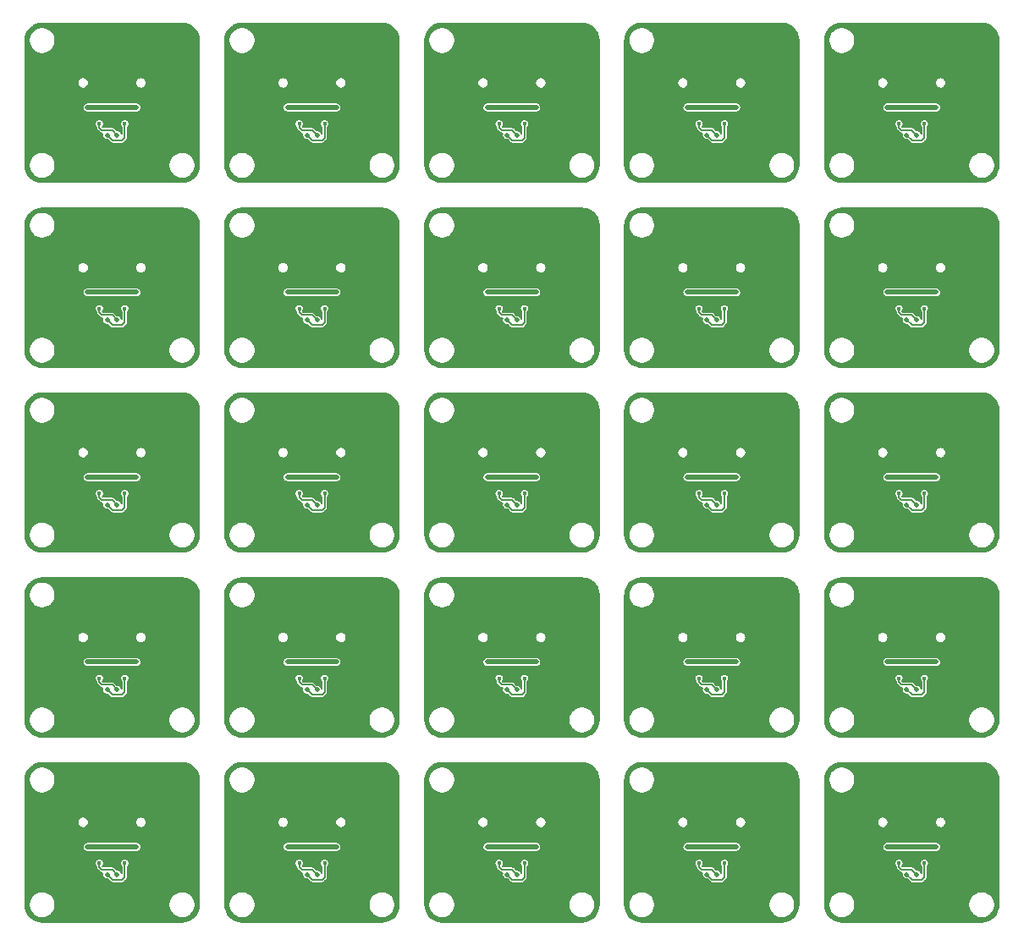
<source format=gbl>
%MOIN*%
%OFA0B0*%
%FSLAX45Y45*%
%IPPOS*%
%LPD*%
%ADD10O,0.043307086614173235X0.086614173228346469*%
%ADD11O,0.051181102362204731X0.074803149606299218*%
%ADD12C,0.13779531496062994*%
%ADD13C,0.017716535433070866*%
%ADD14C,0.02*%
%ADD15C,0.006000000000000001*%
%ADD16C,0.02*%
%ADD17C,0.0039370078740157488*%
%ADD28O,0.043307086614173235X0.086614173228346469*%
%ADD29O,0.051181102362204731X0.074803149606299218*%
%ADD30C,0.13779531496062994*%
%ADD31C,0.017716535433070866*%
%ADD32C,0.02*%
%ADD33C,0.006000000000000001*%
%ADD34C,0.02*%
%ADD35C,0.0039370078740157488*%
%ADD36O,0.043307086614173235X0.086614173228346469*%
%ADD37O,0.051181102362204731X0.074803149606299218*%
%ADD38C,0.13779531496062994*%
%ADD39C,0.017716535433070866*%
%ADD40C,0.02*%
%ADD41C,0.006000000000000001*%
%ADD42C,0.02*%
%ADD43C,0.0039370078740157488*%
%ADD44O,0.043307086614173235X0.086614173228346469*%
%ADD45O,0.051181102362204731X0.074803149606299218*%
%ADD46C,0.13779531496062994*%
%ADD47C,0.017716535433070866*%
%ADD48C,0.02*%
%ADD49C,0.006000000000000001*%
%ADD50C,0.02*%
%ADD51C,0.0039370078740157488*%
%ADD52O,0.043307086614173235X0.086614173228346469*%
%ADD53O,0.051181102362204731X0.074803149606299218*%
%ADD54C,0.13779531496062994*%
%ADD55C,0.017716535433070866*%
%ADD56C,0.02*%
%ADD57C,0.006000000000000001*%
%ADD58C,0.02*%
%ADD59C,0.0039370078740157488*%
%ADD60O,0.043307086614173235X0.086614173228346469*%
%ADD61O,0.051181102362204731X0.074803149606299218*%
%ADD62C,0.13779531496062994*%
%ADD63C,0.017716535433070866*%
%ADD64C,0.02*%
%ADD65C,0.006000000000000001*%
%ADD66C,0.02*%
%ADD67C,0.0039370078740157488*%
%ADD68O,0.043307086614173235X0.086614173228346469*%
%ADD69O,0.051181102362204731X0.074803149606299218*%
%ADD70C,0.13779531496062994*%
%ADD71C,0.017716535433070866*%
%ADD72C,0.02*%
%ADD73C,0.006000000000000001*%
%ADD74C,0.02*%
%ADD75C,0.0039370078740157488*%
%ADD76O,0.043307086614173235X0.086614173228346469*%
%ADD77O,0.051181102362204731X0.074803149606299218*%
%ADD78C,0.13779531496062994*%
%ADD79C,0.017716535433070866*%
%ADD80C,0.02*%
%ADD81C,0.006000000000000001*%
%ADD82C,0.02*%
%ADD83C,0.0039370078740157488*%
%ADD84O,0.043307086614173235X0.086614173228346469*%
%ADD85O,0.051181102362204731X0.074803149606299218*%
%ADD86C,0.13779531496062994*%
%ADD87C,0.017716535433070866*%
%ADD88C,0.02*%
%ADD89C,0.006000000000000001*%
%ADD90C,0.02*%
%ADD91C,0.0039370078740157488*%
%ADD92O,0.043307086614173235X0.086614173228346469*%
%ADD93O,0.051181102362204731X0.074803149606299218*%
%ADD94C,0.13779531496062994*%
%ADD95C,0.017716535433070866*%
%ADD96C,0.02*%
%ADD97C,0.006000000000000001*%
%ADD98C,0.02*%
%ADD99C,0.0039370078740157488*%
%ADD100O,0.043307086614173235X0.086614173228346469*%
%ADD101O,0.051181102362204731X0.074803149606299218*%
%ADD102C,0.13779531496062994*%
%ADD103C,0.017716535433070866*%
%ADD104C,0.02*%
%ADD105C,0.006000000000000001*%
%ADD106C,0.02*%
%ADD107C,0.0039370078740157488*%
%ADD108O,0.043307086614173235X0.086614173228346469*%
%ADD109O,0.051181102362204731X0.074803149606299218*%
%ADD110C,0.13779531496062994*%
%ADD111C,0.017716535433070866*%
%ADD112C,0.02*%
%ADD113C,0.006000000000000001*%
%ADD114C,0.02*%
%ADD115C,0.0039370078740157488*%
%ADD116O,0.043307086614173235X0.086614173228346469*%
%ADD117O,0.051181102362204731X0.074803149606299218*%
%ADD118C,0.13779531496062994*%
%ADD119C,0.017716535433070866*%
%ADD120C,0.02*%
%ADD121C,0.006000000000000001*%
%ADD122C,0.02*%
%ADD123C,0.0039370078740157488*%
%ADD124O,0.043307086614173235X0.086614173228346469*%
%ADD125O,0.051181102362204731X0.074803149606299218*%
%ADD126C,0.13779531496062994*%
%ADD127C,0.017716535433070866*%
%ADD128C,0.02*%
%ADD129C,0.006000000000000001*%
%ADD130C,0.02*%
%ADD131C,0.0039370078740157488*%
%ADD132O,0.043307086614173235X0.086614173228346469*%
%ADD133O,0.051181102362204731X0.074803149606299218*%
%ADD134C,0.13779531496062994*%
%ADD135C,0.017716535433070866*%
%ADD136C,0.02*%
%ADD137C,0.006000000000000001*%
%ADD138C,0.02*%
%ADD139C,0.0039370078740157488*%
%ADD140O,0.043307086614173235X0.086614173228346469*%
%ADD141O,0.051181102362204731X0.074803149606299218*%
%ADD142C,0.13779531496062994*%
%ADD143C,0.017716535433070866*%
%ADD144C,0.02*%
%ADD145C,0.006000000000000001*%
%ADD146C,0.02*%
%ADD147C,0.0039370078740157488*%
%ADD148O,0.043307086614173235X0.086614173228346469*%
%ADD149O,0.051181102362204731X0.074803149606299218*%
%ADD150C,0.13779531496062994*%
%ADD151C,0.017716535433070866*%
%ADD152C,0.02*%
%ADD153C,0.006000000000000001*%
%ADD154C,0.02*%
%ADD155C,0.0039370078740157488*%
%ADD156O,0.043307086614173235X0.086614173228346469*%
%ADD157O,0.051181102362204731X0.074803149606299218*%
%ADD158C,0.13779531496062994*%
%ADD159C,0.017716535433070866*%
%ADD160C,0.02*%
%ADD161C,0.006000000000000001*%
%ADD162C,0.02*%
%ADD163C,0.0039370078740157488*%
%ADD164O,0.043307086614173235X0.086614173228346469*%
%ADD165O,0.051181102362204731X0.074803149606299218*%
%ADD166C,0.13779531496062994*%
%ADD167C,0.017716535433070866*%
%ADD168C,0.02*%
%ADD169C,0.006000000000000001*%
%ADD170C,0.02*%
%ADD171C,0.0039370078740157488*%
%ADD172O,0.043307086614173235X0.086614173228346469*%
%ADD173O,0.051181102362204731X0.074803149606299218*%
%ADD174C,0.13779531496062994*%
%ADD175C,0.017716535433070866*%
%ADD176C,0.02*%
%ADD177C,0.006000000000000001*%
%ADD178C,0.02*%
%ADD179C,0.0039370078740157488*%
%ADD180O,0.043307086614173235X0.086614173228346469*%
%ADD181O,0.051181102362204731X0.074803149606299218*%
%ADD182C,0.13779531496062994*%
%ADD183C,0.017716535433070866*%
%ADD184C,0.02*%
%ADD185C,0.006000000000000001*%
%ADD186C,0.02*%
%ADD187C,0.0039370078740157488*%
%ADD188O,0.043307086614173235X0.086614173228346469*%
%ADD189O,0.051181102362204731X0.074803149606299218*%
%ADD190C,0.13779531496062994*%
%ADD191C,0.017716535433070866*%
%ADD192C,0.02*%
%ADD193C,0.006000000000000001*%
%ADD194C,0.02*%
%ADD195C,0.0039370078740157488*%
%ADD196O,0.043307086614173235X0.086614173228346469*%
%ADD197O,0.051181102362204731X0.074803149606299218*%
%ADD198C,0.13779531496062994*%
%ADD199C,0.017716535433070866*%
%ADD200C,0.02*%
%ADD201C,0.006000000000000001*%
%ADD202C,0.02*%
%ADD203C,0.0039370078740157488*%
%ADD204O,0.043307086614173235X0.086614173228346469*%
%ADD205O,0.051181102362204731X0.074803149606299218*%
%ADD206C,0.13779531496062994*%
%ADD207C,0.017716535433070866*%
%ADD208C,0.02*%
%ADD209C,0.006000000000000001*%
%ADD210C,0.02*%
%ADD211C,0.0039370078740157488*%
%ADD212O,0.043307086614173235X0.086614173228346469*%
%ADD213O,0.051181102362204731X0.074803149606299218*%
%ADD214C,0.13779531496062994*%
%ADD215C,0.017716535433070866*%
%ADD216C,0.02*%
%ADD217C,0.006000000000000001*%
%ADD218C,0.02*%
%ADD219C,0.0039370078740157488*%
G01*
D10*
X-000086145Y000147858D02*
X000018496Y000038188D03*
D11*
X000018496Y000054724D03*
X000052354Y000054724D03*
D10*
X000052354Y000038188D03*
D12*
X000062992Y000057086D03*
D13*
X000035425Y000027624D03*
X000030425Y000024224D03*
D14*
X000037393Y000019791D03*
D13*
X000040425Y000024224D03*
D14*
X000033464Y000019783D03*
X000025779Y000030724D03*
X000045070Y000030724D03*
D15*
X000030425Y000024224D02*
X000030425Y000022724D01*
X000030425Y000022724D02*
X000031425Y000021724D01*
X000035460Y000021724D02*
X000037393Y000019791D01*
X000031425Y000021724D02*
X000035460Y000021724D01*
X000040425Y000024224D02*
X000040425Y000018724D01*
X000040425Y000018724D02*
X000039425Y000017724D01*
X000035523Y000017724D02*
X000033464Y000019783D01*
X000039425Y000017724D02*
X000035523Y000017724D01*
D16*
X000025779Y000030724D02*
X000045070Y000030724D01*
D15*
X000064288Y000063632D02*
X000065535Y000063256D01*
X000066684Y000062644D01*
X000067694Y000061821D01*
X000068524Y000060818D01*
X000069143Y000059672D01*
X000069528Y000058428D01*
X000069670Y000057077D01*
X000069670Y000007932D01*
X000069538Y000006577D01*
X000069161Y000005331D01*
X000068550Y000004181D01*
X000067727Y000003171D01*
X000066723Y000002341D01*
X000065578Y000001722D01*
X000064333Y000001337D01*
X000062982Y000001195D01*
X000007932Y000001195D01*
X000006577Y000001328D01*
X000005331Y000001704D01*
X000004181Y000002315D01*
X000003171Y000003139D01*
X000002341Y000004142D01*
X000001722Y000005288D01*
X000001337Y000006532D01*
X000001195Y000007883D01*
X000001195Y000008389D01*
X000002643Y000008389D01*
X000002643Y000007358D01*
X000002844Y000006348D01*
X000003238Y000005396D01*
X000003811Y000004539D01*
X000004539Y000003811D01*
X000005396Y000003238D01*
X000006348Y000002844D01*
X000007358Y000002643D01*
X000008389Y000002643D01*
X000009399Y000002844D01*
X000010351Y000003238D01*
X000011208Y000003811D01*
X000011936Y000004539D01*
X000012509Y000005396D01*
X000012903Y000006348D01*
X000013104Y000007358D01*
X000013104Y000008389D01*
X000057761Y000008389D01*
X000057761Y000007358D01*
X000057962Y000006348D01*
X000058356Y000005396D01*
X000058929Y000004539D01*
X000059657Y000003811D01*
X000060514Y000003238D01*
X000061466Y000002844D01*
X000062476Y000002643D01*
X000063507Y000002643D01*
X000064517Y000002844D01*
X000065469Y000003238D01*
X000066326Y000003811D01*
X000067055Y000004539D01*
X000067627Y000005396D01*
X000068021Y000006348D01*
X000068222Y000007358D01*
X000068222Y000008389D01*
X000068021Y000009399D01*
X000067627Y000010351D01*
X000067055Y000011208D01*
X000066326Y000011936D01*
X000065469Y000012509D01*
X000064517Y000012903D01*
X000063507Y000013104D01*
X000062476Y000013104D01*
X000061466Y000012903D01*
X000060514Y000012509D01*
X000059657Y000011936D01*
X000058929Y000011208D01*
X000058356Y000010351D01*
X000057962Y000009399D01*
X000057761Y000008389D01*
X000013104Y000008389D01*
X000012903Y000009399D01*
X000012509Y000010351D01*
X000011936Y000011208D01*
X000011208Y000011936D01*
X000010351Y000012509D01*
X000009399Y000012903D01*
X000008389Y000013104D01*
X000007358Y000013104D01*
X000006348Y000012903D01*
X000005396Y000012509D01*
X000004539Y000011936D01*
X000003811Y000011208D01*
X000003238Y000010351D01*
X000002844Y000009399D01*
X000002643Y000008389D01*
X000001195Y000008389D01*
X000001195Y000024400D01*
X000028639Y000024400D01*
X000028639Y000024048D01*
X000028707Y000023703D01*
X000028842Y000023378D01*
X000029038Y000023085D01*
X000029225Y000022898D01*
X000029225Y000022783D01*
X000029219Y000022724D01*
X000029225Y000022665D01*
X000029225Y000022665D01*
X000029233Y000022577D01*
X000029242Y000022489D01*
X000029311Y000022262D01*
X000029311Y000022262D01*
X000029422Y000022054D01*
X000029572Y000021871D01*
X000029618Y000021834D01*
X000030535Y000020917D01*
X000030572Y000020871D01*
X000030755Y000020721D01*
X000030963Y000020610D01*
X000031137Y000020557D01*
X000031189Y000020541D01*
X000031212Y000020539D01*
X000031366Y000020524D01*
X000031366Y000020524D01*
X000031425Y000020518D01*
X000031484Y000020524D01*
X000031714Y000020524D01*
X000031637Y000020337D01*
X000031564Y000019970D01*
X000031564Y000019596D01*
X000031637Y000019229D01*
X000031780Y000018883D01*
X000031988Y000018572D01*
X000032253Y000018307D01*
X000032564Y000018099D01*
X000032910Y000017956D01*
X000033277Y000017883D01*
X000033651Y000017883D01*
X000033664Y000017886D01*
X000034633Y000016917D01*
X000034670Y000016871D01*
X000034853Y000016721D01*
X000035062Y000016610D01*
X000035288Y000016541D01*
X000035308Y000016539D01*
X000035464Y000016524D01*
X000035464Y000016524D01*
X000035523Y000016518D01*
X000035582Y000016524D01*
X000039366Y000016524D01*
X000039425Y000016518D01*
X000039484Y000016524D01*
X000039484Y000016524D01*
X000039660Y000016541D01*
X000039886Y000016610D01*
X000040095Y000016721D01*
X000040277Y000016871D01*
X000040315Y000016917D01*
X000041232Y000017834D01*
X000041277Y000017871D01*
X000041427Y000018054D01*
X000041539Y000018262D01*
X000041607Y000018489D01*
X000041625Y000018665D01*
X000041625Y000018665D01*
X000041630Y000018724D01*
X000041625Y000018783D01*
X000041625Y000022898D01*
X000041812Y000023085D01*
X000042007Y000023378D01*
X000042142Y000023703D01*
X000042211Y000024048D01*
X000042211Y000024400D01*
X000042142Y000024745D01*
X000042007Y000025070D01*
X000041812Y000025362D01*
X000041563Y000025611D01*
X000041271Y000025806D01*
X000040946Y000025941D01*
X000040601Y000026010D01*
X000040249Y000026010D01*
X000039904Y000025941D01*
X000039579Y000025806D01*
X000039286Y000025611D01*
X000039038Y000025362D01*
X000038842Y000025070D01*
X000038707Y000024745D01*
X000038639Y000024400D01*
X000038639Y000024048D01*
X000038707Y000023703D01*
X000038842Y000023378D01*
X000039038Y000023085D01*
X000039225Y000022898D01*
X000039225Y000020322D01*
X000039220Y000020345D01*
X000039077Y000020691D01*
X000038869Y000021002D01*
X000038604Y000021267D01*
X000038293Y000021475D01*
X000037947Y000021618D01*
X000037580Y000021691D01*
X000037206Y000021691D01*
X000037193Y000021688D01*
X000036350Y000022531D01*
X000036313Y000022577D01*
X000036130Y000022726D01*
X000035922Y000022838D01*
X000035695Y000022907D01*
X000035519Y000022924D01*
X000035519Y000022924D01*
X000035460Y000022930D01*
X000035401Y000022924D01*
X000031922Y000022924D01*
X000031786Y000023060D01*
X000031812Y000023085D01*
X000032007Y000023378D01*
X000032142Y000023703D01*
X000032211Y000024048D01*
X000032211Y000024400D01*
X000032142Y000024745D01*
X000032007Y000025070D01*
X000031812Y000025362D01*
X000031563Y000025611D01*
X000031271Y000025806D01*
X000030946Y000025941D01*
X000030601Y000026010D01*
X000030249Y000026010D01*
X000029904Y000025941D01*
X000029579Y000025806D01*
X000029286Y000025611D01*
X000029038Y000025362D01*
X000028842Y000025070D01*
X000028707Y000024745D01*
X000028639Y000024400D01*
X000001195Y000024400D01*
X000001195Y000030724D01*
X000023870Y000030724D01*
X000023879Y000030631D01*
X000023879Y000030537D01*
X000023897Y000030445D01*
X000023906Y000030351D01*
X000023934Y000030262D01*
X000023952Y000030170D01*
X000023988Y000030083D01*
X000024015Y000029993D01*
X000024059Y000029911D01*
X000024095Y000029824D01*
X000024147Y000029746D01*
X000024192Y000029663D01*
X000024251Y000029591D01*
X000024303Y000029513D01*
X000024370Y000029446D01*
X000024429Y000029374D01*
X000024502Y000029314D01*
X000024568Y000029248D01*
X000024646Y000029196D01*
X000024718Y000029136D01*
X000024801Y000029092D01*
X000024879Y000029040D01*
X000024966Y000029004D01*
X000025048Y000028960D01*
X000025138Y000028933D01*
X000025225Y000028897D01*
X000025317Y000028879D01*
X000025407Y000028851D01*
X000025500Y000028842D01*
X000025592Y000028824D01*
X000045257Y000028824D01*
X000045350Y000028842D01*
X000045443Y000028851D01*
X000045533Y000028879D01*
X000045625Y000028897D01*
X000045711Y000028933D01*
X000045801Y000028960D01*
X000045884Y000029004D01*
X000045970Y000029040D01*
X000046048Y000029092D01*
X000046131Y000029136D01*
X000046204Y000029196D01*
X000046282Y000029248D01*
X000046348Y000029314D01*
X000046420Y000029374D01*
X000046480Y000029446D01*
X000046546Y000029513D01*
X000046598Y000029591D01*
X000046658Y000029663D01*
X000046702Y000029746D01*
X000046754Y000029824D01*
X000046790Y000029911D01*
X000046834Y000029993D01*
X000046861Y000030083D01*
X000046897Y000030170D01*
X000046916Y000030262D01*
X000046943Y000030351D01*
X000046952Y000030445D01*
X000046970Y000030537D01*
X000046970Y000030631D01*
X000046980Y000030724D01*
X000046970Y000030817D01*
X000046970Y000030911D01*
X000046952Y000031003D01*
X000046943Y000031096D01*
X000046916Y000031186D01*
X000046897Y000031278D01*
X000046861Y000031365D01*
X000046834Y000031455D01*
X000046790Y000031537D01*
X000046754Y000031624D01*
X000046702Y000031702D01*
X000046658Y000031785D01*
X000046598Y000031857D01*
X000046546Y000031935D01*
X000046480Y000032001D01*
X000046420Y000032074D01*
X000046348Y000032133D01*
X000046282Y000032200D01*
X000046204Y000032252D01*
X000046131Y000032311D01*
X000046048Y000032356D01*
X000045970Y000032408D01*
X000045884Y000032444D01*
X000045801Y000032488D01*
X000045711Y000032515D01*
X000045625Y000032551D01*
X000045533Y000032569D01*
X000045443Y000032596D01*
X000045350Y000032606D01*
X000045257Y000032624D01*
X000025592Y000032624D01*
X000025500Y000032606D01*
X000025407Y000032596D01*
X000025317Y000032569D01*
X000025225Y000032551D01*
X000025138Y000032515D01*
X000025048Y000032488D01*
X000024966Y000032444D01*
X000024879Y000032408D01*
X000024801Y000032356D01*
X000024718Y000032311D01*
X000024646Y000032252D01*
X000024568Y000032200D01*
X000024502Y000032133D01*
X000024429Y000032074D01*
X000024370Y000032001D01*
X000024303Y000031935D01*
X000024251Y000031857D01*
X000024192Y000031785D01*
X000024147Y000031702D01*
X000024095Y000031624D01*
X000024059Y000031537D01*
X000024015Y000031455D01*
X000023988Y000031365D01*
X000023952Y000031278D01*
X000023934Y000031186D01*
X000023906Y000031096D01*
X000023897Y000031003D01*
X000023879Y000030911D01*
X000023879Y000030817D01*
X000023870Y000030724D01*
X000001195Y000030724D01*
X000001195Y000040572D01*
X000021867Y000040572D01*
X000021867Y000040143D01*
X000021951Y000039722D01*
X000022115Y000039325D01*
X000022354Y000038968D01*
X000022657Y000038665D01*
X000023014Y000038426D01*
X000023411Y000038262D01*
X000023832Y000038178D01*
X000024261Y000038178D01*
X000024682Y000038262D01*
X000025079Y000038426D01*
X000025436Y000038665D01*
X000025740Y000038968D01*
X000025978Y000039325D01*
X000026142Y000039722D01*
X000026226Y000040143D01*
X000026226Y000040572D01*
X000044623Y000040572D01*
X000044623Y000040143D01*
X000044707Y000039722D01*
X000044871Y000039325D01*
X000045110Y000038968D01*
X000045413Y000038665D01*
X000045770Y000038426D01*
X000046167Y000038262D01*
X000046588Y000038178D01*
X000047017Y000038178D01*
X000047438Y000038262D01*
X000047835Y000038426D01*
X000048192Y000038665D01*
X000048496Y000038968D01*
X000048734Y000039325D01*
X000048898Y000039722D01*
X000048982Y000040143D01*
X000048982Y000040572D01*
X000048898Y000040993D01*
X000048734Y000041390D01*
X000048496Y000041747D01*
X000048192Y000042051D01*
X000047835Y000042289D01*
X000047438Y000042454D01*
X000047017Y000042537D01*
X000046588Y000042537D01*
X000046167Y000042454D01*
X000045770Y000042289D01*
X000045413Y000042051D01*
X000045110Y000041747D01*
X000044871Y000041390D01*
X000044707Y000040993D01*
X000044623Y000040572D01*
X000026226Y000040572D01*
X000026142Y000040993D01*
X000025978Y000041390D01*
X000025740Y000041747D01*
X000025436Y000042051D01*
X000025079Y000042289D01*
X000024682Y000042454D01*
X000024261Y000042537D01*
X000023832Y000042537D01*
X000023411Y000042454D01*
X000023014Y000042289D01*
X000022657Y000042051D01*
X000022354Y000041747D01*
X000022115Y000041390D01*
X000021951Y000040993D01*
X000021867Y000040572D01*
X000001195Y000040572D01*
X000001195Y000057028D01*
X000001251Y000057601D01*
X000002643Y000057601D01*
X000002643Y000056571D01*
X000002844Y000055560D01*
X000003238Y000054608D01*
X000003811Y000053752D01*
X000004539Y000053023D01*
X000005396Y000052451D01*
X000006348Y000052056D01*
X000007358Y000051855D01*
X000008389Y000051855D01*
X000009399Y000052056D01*
X000010351Y000052451D01*
X000011208Y000053023D01*
X000011936Y000053752D01*
X000012509Y000054608D01*
X000012903Y000055560D01*
X000013104Y000056571D01*
X000013104Y000057601D01*
X000012903Y000058612D01*
X000012509Y000059564D01*
X000011936Y000060420D01*
X000011208Y000061149D01*
X000010351Y000061722D01*
X000009399Y000062116D01*
X000008389Y000062317D01*
X000007358Y000062317D01*
X000006348Y000062116D01*
X000005396Y000061722D01*
X000004539Y000061149D01*
X000003811Y000060420D01*
X000003238Y000059564D01*
X000002844Y000058612D01*
X000002643Y000057601D01*
X000001251Y000057601D01*
X000001328Y000058382D01*
X000001704Y000059629D01*
X000002315Y000060779D01*
X000003139Y000061788D01*
X000004142Y000062618D01*
X000005288Y000063238D01*
X000006532Y000063623D01*
X000007883Y000063765D01*
X000062933Y000063765D01*
X000064288Y000063632D01*
D17*
G36*
X000064288Y000063632D02*
G01*
X000065535Y000063256D01*
X000066684Y000062644D01*
X000067694Y000061821D01*
X000068524Y000060818D01*
X000069143Y000059672D01*
X000069528Y000058428D01*
X000069670Y000057077D01*
X000069670Y000007932D01*
X000069538Y000006577D01*
X000069161Y000005331D01*
X000068550Y000004181D01*
X000067727Y000003171D01*
X000066723Y000002341D01*
X000065578Y000001722D01*
X000064333Y000001337D01*
X000062982Y000001195D01*
X000007932Y000001195D01*
X000006577Y000001328D01*
X000005331Y000001704D01*
X000004181Y000002315D01*
X000003171Y000003139D01*
X000002341Y000004142D01*
X000001722Y000005288D01*
X000001337Y000006532D01*
X000001195Y000007883D01*
X000001195Y000008389D01*
X000002643Y000008389D01*
X000002643Y000007358D01*
X000002844Y000006348D01*
X000003238Y000005396D01*
X000003811Y000004539D01*
X000004539Y000003811D01*
X000005396Y000003238D01*
X000006348Y000002844D01*
X000007358Y000002643D01*
X000008389Y000002643D01*
X000009399Y000002844D01*
X000010351Y000003238D01*
X000011208Y000003811D01*
X000011936Y000004539D01*
X000012509Y000005396D01*
X000012903Y000006348D01*
X000013104Y000007358D01*
X000013104Y000008389D01*
X000057761Y000008389D01*
X000057761Y000007358D01*
X000057962Y000006348D01*
X000058356Y000005396D01*
X000058929Y000004539D01*
X000059657Y000003811D01*
X000060514Y000003238D01*
X000061466Y000002844D01*
X000062476Y000002643D01*
X000063507Y000002643D01*
X000064517Y000002844D01*
X000065469Y000003238D01*
X000066326Y000003811D01*
X000067055Y000004539D01*
X000067627Y000005396D01*
X000068021Y000006348D01*
X000068222Y000007358D01*
X000068222Y000008389D01*
X000068021Y000009399D01*
X000067627Y000010351D01*
X000067055Y000011208D01*
X000066326Y000011936D01*
X000065469Y000012509D01*
X000064517Y000012903D01*
X000063507Y000013104D01*
X000062476Y000013104D01*
X000061466Y000012903D01*
X000060514Y000012509D01*
X000059657Y000011936D01*
X000058929Y000011208D01*
X000058356Y000010351D01*
X000057962Y000009399D01*
X000057761Y000008389D01*
X000013104Y000008389D01*
X000012903Y000009399D01*
X000012509Y000010351D01*
X000011936Y000011208D01*
X000011208Y000011936D01*
X000010351Y000012509D01*
X000009399Y000012903D01*
X000008389Y000013104D01*
X000007358Y000013104D01*
X000006348Y000012903D01*
X000005396Y000012509D01*
X000004539Y000011936D01*
X000003811Y000011208D01*
X000003238Y000010351D01*
X000002844Y000009399D01*
X000002643Y000008389D01*
X000001195Y000008389D01*
X000001195Y000024400D01*
X000028639Y000024400D01*
X000028639Y000024048D01*
X000028707Y000023703D01*
X000028842Y000023378D01*
X000029038Y000023085D01*
X000029225Y000022898D01*
X000029225Y000022783D01*
X000029219Y000022724D01*
X000029225Y000022665D01*
X000029225Y000022665D01*
X000029233Y000022577D01*
X000029242Y000022489D01*
X000029311Y000022262D01*
X000029311Y000022262D01*
X000029422Y000022054D01*
X000029572Y000021871D01*
X000029618Y000021834D01*
X000030535Y000020917D01*
X000030572Y000020871D01*
X000030755Y000020721D01*
X000030963Y000020610D01*
X000031137Y000020557D01*
X000031189Y000020541D01*
X000031212Y000020539D01*
X000031366Y000020524D01*
X000031366Y000020524D01*
X000031425Y000020518D01*
X000031484Y000020524D01*
X000031714Y000020524D01*
X000031637Y000020337D01*
X000031564Y000019970D01*
X000031564Y000019596D01*
X000031637Y000019229D01*
X000031780Y000018883D01*
X000031988Y000018572D01*
X000032253Y000018307D01*
X000032564Y000018099D01*
X000032910Y000017956D01*
X000033277Y000017883D01*
X000033651Y000017883D01*
X000033664Y000017886D01*
X000034633Y000016917D01*
X000034670Y000016871D01*
X000034853Y000016721D01*
X000035062Y000016610D01*
X000035288Y000016541D01*
X000035308Y000016539D01*
X000035464Y000016524D01*
X000035464Y000016524D01*
X000035523Y000016518D01*
X000035582Y000016524D01*
X000039366Y000016524D01*
X000039425Y000016518D01*
X000039484Y000016524D01*
X000039484Y000016524D01*
X000039660Y000016541D01*
X000039886Y000016610D01*
X000040095Y000016721D01*
X000040277Y000016871D01*
X000040315Y000016917D01*
X000041232Y000017834D01*
X000041277Y000017871D01*
X000041427Y000018054D01*
X000041539Y000018262D01*
X000041607Y000018489D01*
X000041625Y000018665D01*
X000041625Y000018665D01*
X000041630Y000018724D01*
X000041625Y000018783D01*
X000041625Y000022898D01*
X000041812Y000023085D01*
X000042007Y000023378D01*
X000042142Y000023703D01*
X000042211Y000024048D01*
X000042211Y000024400D01*
X000042142Y000024745D01*
X000042007Y000025070D01*
X000041812Y000025362D01*
X000041563Y000025611D01*
X000041271Y000025806D01*
X000040946Y000025941D01*
X000040601Y000026010D01*
X000040249Y000026010D01*
X000039904Y000025941D01*
X000039579Y000025806D01*
X000039286Y000025611D01*
X000039038Y000025362D01*
X000038842Y000025070D01*
X000038707Y000024745D01*
X000038639Y000024400D01*
X000038639Y000024048D01*
X000038707Y000023703D01*
X000038842Y000023378D01*
X000039038Y000023085D01*
X000039225Y000022898D01*
X000039225Y000020322D01*
X000039220Y000020345D01*
X000039077Y000020691D01*
X000038869Y000021002D01*
X000038604Y000021267D01*
X000038293Y000021475D01*
X000037947Y000021618D01*
X000037580Y000021691D01*
X000037206Y000021691D01*
X000037193Y000021688D01*
X000036350Y000022531D01*
X000036313Y000022577D01*
X000036130Y000022726D01*
X000035922Y000022838D01*
X000035695Y000022907D01*
X000035519Y000022924D01*
X000035519Y000022924D01*
X000035460Y000022930D01*
X000035401Y000022924D01*
X000031922Y000022924D01*
X000031786Y000023060D01*
X000031812Y000023085D01*
X000032007Y000023378D01*
X000032142Y000023703D01*
X000032211Y000024048D01*
X000032211Y000024400D01*
X000032142Y000024745D01*
X000032007Y000025070D01*
X000031812Y000025362D01*
X000031563Y000025611D01*
X000031271Y000025806D01*
X000030946Y000025941D01*
X000030601Y000026010D01*
X000030249Y000026010D01*
X000029904Y000025941D01*
X000029579Y000025806D01*
X000029286Y000025611D01*
X000029038Y000025362D01*
X000028842Y000025070D01*
X000028707Y000024745D01*
X000028639Y000024400D01*
X000001195Y000024400D01*
X000001195Y000030724D01*
X000023870Y000030724D01*
X000023879Y000030631D01*
X000023879Y000030537D01*
X000023897Y000030445D01*
X000023906Y000030351D01*
X000023934Y000030262D01*
X000023952Y000030170D01*
X000023988Y000030083D01*
X000024015Y000029993D01*
X000024059Y000029911D01*
X000024095Y000029824D01*
X000024147Y000029746D01*
X000024192Y000029663D01*
X000024251Y000029591D01*
X000024303Y000029513D01*
X000024370Y000029446D01*
X000024429Y000029374D01*
X000024502Y000029314D01*
X000024568Y000029248D01*
X000024646Y000029196D01*
X000024718Y000029136D01*
X000024801Y000029092D01*
X000024879Y000029040D01*
X000024966Y000029004D01*
X000025048Y000028960D01*
X000025138Y000028933D01*
X000025225Y000028897D01*
X000025317Y000028879D01*
X000025407Y000028851D01*
X000025500Y000028842D01*
X000025592Y000028824D01*
X000045257Y000028824D01*
X000045350Y000028842D01*
X000045443Y000028851D01*
X000045533Y000028879D01*
X000045625Y000028897D01*
X000045711Y000028933D01*
X000045801Y000028960D01*
X000045884Y000029004D01*
X000045970Y000029040D01*
X000046048Y000029092D01*
X000046131Y000029136D01*
X000046204Y000029196D01*
X000046282Y000029248D01*
X000046348Y000029314D01*
X000046420Y000029374D01*
X000046480Y000029446D01*
X000046546Y000029513D01*
X000046598Y000029591D01*
X000046658Y000029663D01*
X000046702Y000029746D01*
X000046754Y000029824D01*
X000046790Y000029911D01*
X000046834Y000029993D01*
X000046861Y000030083D01*
X000046897Y000030170D01*
X000046916Y000030262D01*
X000046943Y000030351D01*
X000046952Y000030445D01*
X000046970Y000030537D01*
X000046970Y000030631D01*
X000046980Y000030724D01*
X000046970Y000030817D01*
X000046970Y000030911D01*
X000046952Y000031003D01*
X000046943Y000031096D01*
X000046916Y000031186D01*
X000046897Y000031278D01*
X000046861Y000031365D01*
X000046834Y000031455D01*
X000046790Y000031537D01*
X000046754Y000031624D01*
X000046702Y000031702D01*
X000046658Y000031785D01*
X000046598Y000031857D01*
X000046546Y000031935D01*
X000046480Y000032001D01*
X000046420Y000032074D01*
X000046348Y000032133D01*
X000046282Y000032200D01*
X000046204Y000032252D01*
X000046131Y000032311D01*
X000046048Y000032356D01*
X000045970Y000032408D01*
X000045884Y000032444D01*
X000045801Y000032488D01*
X000045711Y000032515D01*
X000045625Y000032551D01*
X000045533Y000032569D01*
X000045443Y000032596D01*
X000045350Y000032606D01*
X000045257Y000032624D01*
X000025592Y000032624D01*
X000025500Y000032606D01*
X000025407Y000032596D01*
X000025317Y000032569D01*
X000025225Y000032551D01*
X000025138Y000032515D01*
X000025048Y000032488D01*
X000024966Y000032444D01*
X000024879Y000032408D01*
X000024801Y000032356D01*
X000024718Y000032311D01*
X000024646Y000032252D01*
X000024568Y000032200D01*
X000024502Y000032133D01*
X000024429Y000032074D01*
X000024370Y000032001D01*
X000024303Y000031935D01*
X000024251Y000031857D01*
X000024192Y000031785D01*
X000024147Y000031702D01*
X000024095Y000031624D01*
X000024059Y000031537D01*
X000024015Y000031455D01*
X000023988Y000031365D01*
X000023952Y000031278D01*
X000023934Y000031186D01*
X000023906Y000031096D01*
X000023897Y000031003D01*
X000023879Y000030911D01*
X000023879Y000030817D01*
X000023870Y000030724D01*
X000001195Y000030724D01*
X000001195Y000040572D01*
X000021867Y000040572D01*
X000021867Y000040143D01*
X000021951Y000039722D01*
X000022115Y000039325D01*
X000022354Y000038968D01*
X000022657Y000038665D01*
X000023014Y000038426D01*
X000023411Y000038262D01*
X000023832Y000038178D01*
X000024261Y000038178D01*
X000024682Y000038262D01*
X000025079Y000038426D01*
X000025436Y000038665D01*
X000025740Y000038968D01*
X000025978Y000039325D01*
X000026142Y000039722D01*
X000026226Y000040143D01*
X000026226Y000040572D01*
X000044623Y000040572D01*
X000044623Y000040143D01*
X000044707Y000039722D01*
X000044871Y000039325D01*
X000045110Y000038968D01*
X000045413Y000038665D01*
X000045770Y000038426D01*
X000046167Y000038262D01*
X000046588Y000038178D01*
X000047017Y000038178D01*
X000047438Y000038262D01*
X000047835Y000038426D01*
X000048192Y000038665D01*
X000048496Y000038968D01*
X000048734Y000039325D01*
X000048898Y000039722D01*
X000048982Y000040143D01*
X000048982Y000040572D01*
X000048898Y000040993D01*
X000048734Y000041390D01*
X000048496Y000041747D01*
X000048192Y000042051D01*
X000047835Y000042289D01*
X000047438Y000042454D01*
X000047017Y000042537D01*
X000046588Y000042537D01*
X000046167Y000042454D01*
X000045770Y000042289D01*
X000045413Y000042051D01*
X000045110Y000041747D01*
X000044871Y000041390D01*
X000044707Y000040993D01*
X000044623Y000040572D01*
X000026226Y000040572D01*
X000026142Y000040993D01*
X000025978Y000041390D01*
X000025740Y000041747D01*
X000025436Y000042051D01*
X000025079Y000042289D01*
X000024682Y000042454D01*
X000024261Y000042537D01*
X000023832Y000042537D01*
X000023411Y000042454D01*
X000023014Y000042289D01*
X000022657Y000042051D01*
X000022354Y000041747D01*
X000022115Y000041390D01*
X000021951Y000040993D01*
X000021867Y000040572D01*
X000001195Y000040572D01*
X000001195Y000057028D01*
X000001251Y000057601D01*
X000002643Y000057601D01*
X000002643Y000056571D01*
X000002844Y000055560D01*
X000003238Y000054608D01*
X000003811Y000053752D01*
X000004539Y000053023D01*
X000005396Y000052451D01*
X000006348Y000052056D01*
X000007358Y000051855D01*
X000008389Y000051855D01*
X000009399Y000052056D01*
X000010351Y000052451D01*
X000011208Y000053023D01*
X000011936Y000053752D01*
X000012509Y000054608D01*
X000012903Y000055560D01*
X000013104Y000056571D01*
X000013104Y000057601D01*
X000012903Y000058612D01*
X000012509Y000059564D01*
X000011936Y000060420D01*
X000011208Y000061149D01*
X000010351Y000061722D01*
X000009399Y000062116D01*
X000008389Y000062317D01*
X000007358Y000062317D01*
X000006348Y000062116D01*
X000005396Y000061722D01*
X000004539Y000061149D01*
X000003811Y000060420D01*
X000003238Y000059564D01*
X000002844Y000058612D01*
X000002643Y000057601D01*
X000001251Y000057601D01*
X000001328Y000058382D01*
X000001704Y000059629D01*
X000002315Y000060779D01*
X000003139Y000061788D01*
X000004142Y000062618D01*
X000005288Y000063238D01*
X000006532Y000063623D01*
X000007883Y000063765D01*
X000062933Y000063765D01*
X000064288Y000063632D01*
G37*
G04 next file*
G04 #@! TF.GenerationSoftware,KiCad,Pcbnew,(5.1.10)-1*
G04 #@! TF.CreationDate,2021-06-23T20:06:34+07:00*
G04 #@! TF.ProjectId,Daughterboard,44617567-6874-4657-9262-6f6172642e6b,C3*
G04 #@! TF.SameCoordinates,Original*
G04 #@! TF.FileFunction,Copper,L2,Bot*
G04 #@! TF.FilePolarity,Positive*
G04 Gerber Fmt 4.5, Leading zero omitted, Abs format (unit mm)*
G04 Created by KiCad (PCBNEW (5.1.10)-1) date 2021-06-23 20:06:34*
G01*
G04 APERTURE LIST*
G04 #@! TA.AperFunction,ComponentPad*
G04 #@! TD*
G04 #@! TA.AperFunction,ComponentPad*
G04 #@! TD*
G04 #@! TA.AperFunction,ComponentPad*
G04 #@! TD*
G04 #@! TA.AperFunction,ViaPad*
G04 #@! TD*
G04 #@! TA.AperFunction,ViaPad*
G04 #@! TD*
G04 #@! TA.AperFunction,Conductor*
G04 #@! TD*
G04 #@! TA.AperFunction,Conductor*
G04 #@! TD*
G04 #@! TA.AperFunction,Conductor*
G04 #@! TD*
G04 APERTURE END LIST*
D28*
X-000007405Y000147858D02*
X000097236Y000038188D03*
D29*
X000097236Y000054724D03*
X000131094Y000054724D03*
D28*
X000131094Y000038188D03*
D30*
X000141732Y000057086D03*
D31*
X000114165Y000027624D03*
X000109165Y000024224D03*
D32*
X000116133Y000019791D03*
D31*
X000119165Y000024224D03*
D32*
X000112204Y000019783D03*
X000104519Y000030724D03*
X000123811Y000030724D03*
D33*
X000109165Y000024224D02*
X000109165Y000022724D01*
X000109165Y000022724D02*
X000110165Y000021724D01*
X000114200Y000021724D02*
X000116133Y000019791D01*
X000110165Y000021724D02*
X000114200Y000021724D01*
X000119165Y000024224D02*
X000119165Y000018724D01*
X000119165Y000018724D02*
X000118165Y000017724D01*
X000114263Y000017724D02*
X000112204Y000019783D01*
X000118165Y000017724D02*
X000114263Y000017724D01*
D34*
X000104519Y000030724D02*
X000123811Y000030724D01*
D33*
X000143028Y000063632D02*
X000144275Y000063256D01*
X000145425Y000062644D01*
X000146434Y000061821D01*
X000147264Y000060818D01*
X000147883Y000059672D01*
X000148268Y000058428D01*
X000148410Y000057077D01*
X000148410Y000007932D01*
X000148278Y000006577D01*
X000147901Y000005331D01*
X000147290Y000004181D01*
X000146467Y000003171D01*
X000145463Y000002341D01*
X000144318Y000001722D01*
X000143074Y000001337D01*
X000141722Y000001195D01*
X000086672Y000001195D01*
X000085318Y000001328D01*
X000084071Y000001704D01*
X000082921Y000002315D01*
X000081912Y000003139D01*
X000081081Y000004142D01*
X000080462Y000005288D01*
X000080077Y000006532D01*
X000079935Y000007883D01*
X000079935Y000008389D01*
X000081383Y000008389D01*
X000081383Y000007358D01*
X000081584Y000006348D01*
X000081978Y000005396D01*
X000082551Y000004539D01*
X000083279Y000003811D01*
X000084136Y000003238D01*
X000085088Y000002844D01*
X000086098Y000002643D01*
X000087129Y000002643D01*
X000088139Y000002844D01*
X000089091Y000003238D01*
X000089948Y000003811D01*
X000090677Y000004539D01*
X000091249Y000005396D01*
X000091643Y000006348D01*
X000091844Y000007358D01*
X000091844Y000008389D01*
X000136501Y000008389D01*
X000136501Y000007358D01*
X000136702Y000006348D01*
X000137096Y000005396D01*
X000137669Y000004539D01*
X000138397Y000003811D01*
X000139254Y000003238D01*
X000140206Y000002844D01*
X000141217Y000002643D01*
X000142247Y000002643D01*
X000143258Y000002844D01*
X000144209Y000003238D01*
X000145066Y000003811D01*
X000145795Y000004539D01*
X000146367Y000005396D01*
X000146761Y000006348D01*
X000146962Y000007358D01*
X000146962Y000008389D01*
X000146761Y000009399D01*
X000146367Y000010351D01*
X000145795Y000011208D01*
X000145066Y000011936D01*
X000144209Y000012509D01*
X000143258Y000012903D01*
X000142247Y000013104D01*
X000141217Y000013104D01*
X000140206Y000012903D01*
X000139254Y000012509D01*
X000138397Y000011936D01*
X000137669Y000011208D01*
X000137096Y000010351D01*
X000136702Y000009399D01*
X000136501Y000008389D01*
X000091844Y000008389D01*
X000091643Y000009399D01*
X000091249Y000010351D01*
X000090677Y000011208D01*
X000089948Y000011936D01*
X000089091Y000012509D01*
X000088139Y000012903D01*
X000087129Y000013104D01*
X000086098Y000013104D01*
X000085088Y000012903D01*
X000084136Y000012509D01*
X000083279Y000011936D01*
X000082551Y000011208D01*
X000081978Y000010351D01*
X000081584Y000009399D01*
X000081383Y000008389D01*
X000079935Y000008389D01*
X000079935Y000024400D01*
X000107379Y000024400D01*
X000107379Y000024048D01*
X000107448Y000023703D01*
X000107582Y000023378D01*
X000107778Y000023085D01*
X000107965Y000022898D01*
X000107965Y000022783D01*
X000107959Y000022724D01*
X000107965Y000022665D01*
X000107965Y000022665D01*
X000107974Y000022577D01*
X000107982Y000022489D01*
X000108051Y000022262D01*
X000108051Y000022262D01*
X000108162Y000022054D01*
X000108312Y000021871D01*
X000108358Y000021834D01*
X000109275Y000020917D01*
X000109312Y000020871D01*
X000109495Y000020721D01*
X000109703Y000020610D01*
X000109877Y000020557D01*
X000109930Y000020541D01*
X000109952Y000020539D01*
X000110106Y000020524D01*
X000110106Y000020524D01*
X000110165Y000020518D01*
X000110224Y000020524D01*
X000110455Y000020524D01*
X000110377Y000020337D01*
X000110304Y000019970D01*
X000110304Y000019596D01*
X000110377Y000019229D01*
X000110520Y000018883D01*
X000110728Y000018572D01*
X000110993Y000018307D01*
X000111304Y000018099D01*
X000111650Y000017956D01*
X000112017Y000017883D01*
X000112391Y000017883D01*
X000112405Y000017886D01*
X000113373Y000016917D01*
X000113411Y000016871D01*
X000113593Y000016721D01*
X000113802Y000016610D01*
X000114028Y000016541D01*
X000114048Y000016539D01*
X000114204Y000016524D01*
X000114204Y000016524D01*
X000114263Y000016518D01*
X000114322Y000016524D01*
X000118106Y000016524D01*
X000118165Y000016518D01*
X000118224Y000016524D01*
X000118224Y000016524D01*
X000118400Y000016541D01*
X000118626Y000016610D01*
X000118835Y000016721D01*
X000119017Y000016871D01*
X000119055Y000016917D01*
X000119972Y000017834D01*
X000120017Y000017871D01*
X000120167Y000018054D01*
X000120279Y000018262D01*
X000120347Y000018489D01*
X000120365Y000018665D01*
X000120365Y000018665D01*
X000120371Y000018724D01*
X000120365Y000018783D01*
X000120365Y000022898D01*
X000120552Y000023085D01*
X000120747Y000023378D01*
X000120882Y000023703D01*
X000120951Y000024048D01*
X000120951Y000024400D01*
X000120882Y000024745D01*
X000120747Y000025070D01*
X000120552Y000025362D01*
X000120303Y000025611D01*
X000120011Y000025806D01*
X000119686Y000025941D01*
X000119341Y000026010D01*
X000118989Y000026010D01*
X000118644Y000025941D01*
X000118319Y000025806D01*
X000118026Y000025611D01*
X000117778Y000025362D01*
X000117582Y000025070D01*
X000117448Y000024745D01*
X000117379Y000024400D01*
X000117379Y000024048D01*
X000117448Y000023703D01*
X000117582Y000023378D01*
X000117778Y000023085D01*
X000117965Y000022898D01*
X000117965Y000020322D01*
X000117960Y000020345D01*
X000117817Y000020691D01*
X000117609Y000021002D01*
X000117345Y000021267D01*
X000117033Y000021475D01*
X000116688Y000021618D01*
X000116320Y000021691D01*
X000115946Y000021691D01*
X000115933Y000021688D01*
X000115090Y000022531D01*
X000115053Y000022577D01*
X000114870Y000022726D01*
X000114662Y000022838D01*
X000114436Y000022907D01*
X000114259Y000022924D01*
X000114259Y000022924D01*
X000114200Y000022930D01*
X000114141Y000022924D01*
X000110662Y000022924D01*
X000110526Y000023060D01*
X000110552Y000023085D01*
X000110747Y000023378D01*
X000110882Y000023703D01*
X000110951Y000024048D01*
X000110951Y000024400D01*
X000110882Y000024745D01*
X000110747Y000025070D01*
X000110552Y000025362D01*
X000110303Y000025611D01*
X000110011Y000025806D01*
X000109686Y000025941D01*
X000109341Y000026010D01*
X000108989Y000026010D01*
X000108644Y000025941D01*
X000108319Y000025806D01*
X000108026Y000025611D01*
X000107778Y000025362D01*
X000107582Y000025070D01*
X000107448Y000024745D01*
X000107379Y000024400D01*
X000079935Y000024400D01*
X000079935Y000030724D01*
X000102610Y000030724D01*
X000102619Y000030631D01*
X000102619Y000030537D01*
X000102637Y000030445D01*
X000102647Y000030351D01*
X000102674Y000030262D01*
X000102692Y000030170D01*
X000102728Y000030083D01*
X000102755Y000029993D01*
X000102800Y000029911D01*
X000102835Y000029824D01*
X000102888Y000029746D01*
X000102932Y000029663D01*
X000102991Y000029591D01*
X000103043Y000029513D01*
X000103110Y000029446D01*
X000103169Y000029374D01*
X000103242Y000029314D01*
X000103308Y000029248D01*
X000103386Y000029196D01*
X000103458Y000029136D01*
X000103541Y000029092D01*
X000103619Y000029040D01*
X000103706Y000029004D01*
X000103789Y000028960D01*
X000103878Y000028933D01*
X000103965Y000028897D01*
X000104057Y000028879D01*
X000104147Y000028851D01*
X000104240Y000028842D01*
X000104332Y000028824D01*
X000123998Y000028824D01*
X000124090Y000028842D01*
X000124183Y000028851D01*
X000124273Y000028879D01*
X000124365Y000028897D01*
X000124451Y000028933D01*
X000124541Y000028960D01*
X000124624Y000029004D01*
X000124711Y000029040D01*
X000124788Y000029092D01*
X000124871Y000029136D01*
X000124944Y000029196D01*
X000125022Y000029248D01*
X000125088Y000029314D01*
X000125161Y000029374D01*
X000125220Y000029446D01*
X000125286Y000029513D01*
X000125338Y000029591D01*
X000125398Y000029663D01*
X000125442Y000029746D01*
X000125494Y000029824D01*
X000125530Y000029911D01*
X000125574Y000029993D01*
X000125602Y000030083D01*
X000125637Y000030170D01*
X000125656Y000030262D01*
X000125683Y000030351D01*
X000125692Y000030445D01*
X000125711Y000030537D01*
X000125711Y000030631D01*
X000125720Y000030724D01*
X000125711Y000030817D01*
X000125711Y000030911D01*
X000125692Y000031003D01*
X000125683Y000031096D01*
X000125656Y000031186D01*
X000125637Y000031278D01*
X000125602Y000031365D01*
X000125574Y000031455D01*
X000125530Y000031537D01*
X000125494Y000031624D01*
X000125442Y000031702D01*
X000125398Y000031785D01*
X000125338Y000031857D01*
X000125286Y000031935D01*
X000125220Y000032001D01*
X000125161Y000032074D01*
X000125088Y000032133D01*
X000125022Y000032200D01*
X000124944Y000032252D01*
X000124871Y000032311D01*
X000124788Y000032356D01*
X000124711Y000032408D01*
X000124624Y000032444D01*
X000124541Y000032488D01*
X000124451Y000032515D01*
X000124365Y000032551D01*
X000124273Y000032569D01*
X000124183Y000032596D01*
X000124090Y000032606D01*
X000123998Y000032624D01*
X000104332Y000032624D01*
X000104240Y000032606D01*
X000104147Y000032596D01*
X000104057Y000032569D01*
X000103965Y000032551D01*
X000103878Y000032515D01*
X000103789Y000032488D01*
X000103706Y000032444D01*
X000103619Y000032408D01*
X000103541Y000032356D01*
X000103458Y000032311D01*
X000103386Y000032252D01*
X000103308Y000032200D01*
X000103242Y000032133D01*
X000103169Y000032074D01*
X000103110Y000032001D01*
X000103043Y000031935D01*
X000102991Y000031857D01*
X000102932Y000031785D01*
X000102888Y000031702D01*
X000102835Y000031624D01*
X000102800Y000031537D01*
X000102755Y000031455D01*
X000102728Y000031365D01*
X000102692Y000031278D01*
X000102674Y000031186D01*
X000102647Y000031096D01*
X000102637Y000031003D01*
X000102619Y000030911D01*
X000102619Y000030817D01*
X000102610Y000030724D01*
X000079935Y000030724D01*
X000079935Y000040572D01*
X000100607Y000040572D01*
X000100607Y000040143D01*
X000100691Y000039722D01*
X000100855Y000039325D01*
X000101094Y000038968D01*
X000101398Y000038665D01*
X000101755Y000038426D01*
X000102151Y000038262D01*
X000102572Y000038178D01*
X000103002Y000038178D01*
X000103423Y000038262D01*
X000103819Y000038426D01*
X000104176Y000038665D01*
X000104480Y000038968D01*
X000104718Y000039325D01*
X000104883Y000039722D01*
X000104966Y000040143D01*
X000104966Y000040572D01*
X000123363Y000040572D01*
X000123363Y000040143D01*
X000123447Y000039722D01*
X000123611Y000039325D01*
X000123850Y000038968D01*
X000124153Y000038665D01*
X000124510Y000038426D01*
X000124907Y000038262D01*
X000125328Y000038178D01*
X000125757Y000038178D01*
X000126179Y000038262D01*
X000126575Y000038426D01*
X000126932Y000038665D01*
X000127236Y000038968D01*
X000127474Y000039325D01*
X000127639Y000039722D01*
X000127722Y000040143D01*
X000127722Y000040572D01*
X000127639Y000040993D01*
X000127474Y000041390D01*
X000127236Y000041747D01*
X000126932Y000042051D01*
X000126575Y000042289D01*
X000126179Y000042454D01*
X000125757Y000042537D01*
X000125328Y000042537D01*
X000124907Y000042454D01*
X000124510Y000042289D01*
X000124153Y000042051D01*
X000123850Y000041747D01*
X000123611Y000041390D01*
X000123447Y000040993D01*
X000123363Y000040572D01*
X000104966Y000040572D01*
X000104883Y000040993D01*
X000104718Y000041390D01*
X000104480Y000041747D01*
X000104176Y000042051D01*
X000103819Y000042289D01*
X000103423Y000042454D01*
X000103002Y000042537D01*
X000102572Y000042537D01*
X000102151Y000042454D01*
X000101755Y000042289D01*
X000101398Y000042051D01*
X000101094Y000041747D01*
X000100855Y000041390D01*
X000100691Y000040993D01*
X000100607Y000040572D01*
X000079935Y000040572D01*
X000079935Y000057028D01*
X000079991Y000057601D01*
X000081383Y000057601D01*
X000081383Y000056571D01*
X000081584Y000055560D01*
X000081978Y000054608D01*
X000082551Y000053752D01*
X000083279Y000053023D01*
X000084136Y000052451D01*
X000085088Y000052056D01*
X000086098Y000051855D01*
X000087129Y000051855D01*
X000088139Y000052056D01*
X000089091Y000052451D01*
X000089948Y000053023D01*
X000090677Y000053752D01*
X000091249Y000054608D01*
X000091643Y000055560D01*
X000091844Y000056571D01*
X000091844Y000057601D01*
X000091643Y000058612D01*
X000091249Y000059564D01*
X000090677Y000060420D01*
X000089948Y000061149D01*
X000089091Y000061722D01*
X000088139Y000062116D01*
X000087129Y000062317D01*
X000086098Y000062317D01*
X000085088Y000062116D01*
X000084136Y000061722D01*
X000083279Y000061149D01*
X000082551Y000060420D01*
X000081978Y000059564D01*
X000081584Y000058612D01*
X000081383Y000057601D01*
X000079991Y000057601D01*
X000080068Y000058382D01*
X000080444Y000059629D01*
X000081056Y000060779D01*
X000081879Y000061788D01*
X000082882Y000062618D01*
X000084028Y000063238D01*
X000085272Y000063623D01*
X000086623Y000063765D01*
X000141673Y000063765D01*
X000143028Y000063632D01*
G04 #@! TA.AperFunction,Conductor*
D35*
G36*
X000143028Y000063632D02*
G01*
X000144275Y000063256D01*
X000145425Y000062644D01*
X000146434Y000061821D01*
X000147264Y000060818D01*
X000147883Y000059672D01*
X000148268Y000058428D01*
X000148410Y000057077D01*
X000148410Y000007932D01*
X000148278Y000006577D01*
X000147901Y000005331D01*
X000147290Y000004181D01*
X000146467Y000003171D01*
X000145463Y000002341D01*
X000144318Y000001722D01*
X000143074Y000001337D01*
X000141722Y000001195D01*
X000086672Y000001195D01*
X000085318Y000001328D01*
X000084071Y000001704D01*
X000082921Y000002315D01*
X000081912Y000003139D01*
X000081081Y000004142D01*
X000080462Y000005288D01*
X000080077Y000006532D01*
X000079935Y000007883D01*
X000079935Y000008389D01*
X000081383Y000008389D01*
X000081383Y000007358D01*
X000081584Y000006348D01*
X000081978Y000005396D01*
X000082551Y000004539D01*
X000083279Y000003811D01*
X000084136Y000003238D01*
X000085088Y000002844D01*
X000086098Y000002643D01*
X000087129Y000002643D01*
X000088139Y000002844D01*
X000089091Y000003238D01*
X000089948Y000003811D01*
X000090677Y000004539D01*
X000091249Y000005396D01*
X000091643Y000006348D01*
X000091844Y000007358D01*
X000091844Y000008389D01*
X000136501Y000008389D01*
X000136501Y000007358D01*
X000136702Y000006348D01*
X000137096Y000005396D01*
X000137669Y000004539D01*
X000138397Y000003811D01*
X000139254Y000003238D01*
X000140206Y000002844D01*
X000141217Y000002643D01*
X000142247Y000002643D01*
X000143258Y000002844D01*
X000144209Y000003238D01*
X000145066Y000003811D01*
X000145795Y000004539D01*
X000146367Y000005396D01*
X000146761Y000006348D01*
X000146962Y000007358D01*
X000146962Y000008389D01*
X000146761Y000009399D01*
X000146367Y000010351D01*
X000145795Y000011208D01*
X000145066Y000011936D01*
X000144209Y000012509D01*
X000143258Y000012903D01*
X000142247Y000013104D01*
X000141217Y000013104D01*
X000140206Y000012903D01*
X000139254Y000012509D01*
X000138397Y000011936D01*
X000137669Y000011208D01*
X000137096Y000010351D01*
X000136702Y000009399D01*
X000136501Y000008389D01*
X000091844Y000008389D01*
X000091643Y000009399D01*
X000091249Y000010351D01*
X000090677Y000011208D01*
X000089948Y000011936D01*
X000089091Y000012509D01*
X000088139Y000012903D01*
X000087129Y000013104D01*
X000086098Y000013104D01*
X000085088Y000012903D01*
X000084136Y000012509D01*
X000083279Y000011936D01*
X000082551Y000011208D01*
X000081978Y000010351D01*
X000081584Y000009399D01*
X000081383Y000008389D01*
X000079935Y000008389D01*
X000079935Y000024400D01*
X000107379Y000024400D01*
X000107379Y000024048D01*
X000107448Y000023703D01*
X000107582Y000023378D01*
X000107778Y000023085D01*
X000107965Y000022898D01*
X000107965Y000022783D01*
X000107959Y000022724D01*
X000107965Y000022665D01*
X000107965Y000022665D01*
X000107974Y000022577D01*
X000107982Y000022489D01*
X000108051Y000022262D01*
X000108051Y000022262D01*
X000108162Y000022054D01*
X000108312Y000021871D01*
X000108358Y000021834D01*
X000109275Y000020917D01*
X000109312Y000020871D01*
X000109495Y000020721D01*
X000109703Y000020610D01*
X000109877Y000020557D01*
X000109930Y000020541D01*
X000109952Y000020539D01*
X000110106Y000020524D01*
X000110106Y000020524D01*
X000110165Y000020518D01*
X000110224Y000020524D01*
X000110455Y000020524D01*
X000110377Y000020337D01*
X000110304Y000019970D01*
X000110304Y000019596D01*
X000110377Y000019229D01*
X000110520Y000018883D01*
X000110728Y000018572D01*
X000110993Y000018307D01*
X000111304Y000018099D01*
X000111650Y000017956D01*
X000112017Y000017883D01*
X000112391Y000017883D01*
X000112405Y000017886D01*
X000113373Y000016917D01*
X000113411Y000016871D01*
X000113593Y000016721D01*
X000113802Y000016610D01*
X000114028Y000016541D01*
X000114048Y000016539D01*
X000114204Y000016524D01*
X000114204Y000016524D01*
X000114263Y000016518D01*
X000114322Y000016524D01*
X000118106Y000016524D01*
X000118165Y000016518D01*
X000118224Y000016524D01*
X000118224Y000016524D01*
X000118400Y000016541D01*
X000118626Y000016610D01*
X000118835Y000016721D01*
X000119017Y000016871D01*
X000119055Y000016917D01*
X000119972Y000017834D01*
X000120017Y000017871D01*
X000120167Y000018054D01*
X000120279Y000018262D01*
X000120347Y000018489D01*
X000120365Y000018665D01*
X000120365Y000018665D01*
X000120371Y000018724D01*
X000120365Y000018783D01*
X000120365Y000022898D01*
X000120552Y000023085D01*
X000120747Y000023378D01*
X000120882Y000023703D01*
X000120951Y000024048D01*
X000120951Y000024400D01*
X000120882Y000024745D01*
X000120747Y000025070D01*
X000120552Y000025362D01*
X000120303Y000025611D01*
X000120011Y000025806D01*
X000119686Y000025941D01*
X000119341Y000026010D01*
X000118989Y000026010D01*
X000118644Y000025941D01*
X000118319Y000025806D01*
X000118026Y000025611D01*
X000117778Y000025362D01*
X000117582Y000025070D01*
X000117448Y000024745D01*
X000117379Y000024400D01*
X000117379Y000024048D01*
X000117448Y000023703D01*
X000117582Y000023378D01*
X000117778Y000023085D01*
X000117965Y000022898D01*
X000117965Y000020322D01*
X000117960Y000020345D01*
X000117817Y000020691D01*
X000117609Y000021002D01*
X000117345Y000021267D01*
X000117033Y000021475D01*
X000116688Y000021618D01*
X000116320Y000021691D01*
X000115946Y000021691D01*
X000115933Y000021688D01*
X000115090Y000022531D01*
X000115053Y000022577D01*
X000114870Y000022726D01*
X000114662Y000022838D01*
X000114436Y000022907D01*
X000114259Y000022924D01*
X000114259Y000022924D01*
X000114200Y000022930D01*
X000114141Y000022924D01*
X000110662Y000022924D01*
X000110526Y000023060D01*
X000110552Y000023085D01*
X000110747Y000023378D01*
X000110882Y000023703D01*
X000110951Y000024048D01*
X000110951Y000024400D01*
X000110882Y000024745D01*
X000110747Y000025070D01*
X000110552Y000025362D01*
X000110303Y000025611D01*
X000110011Y000025806D01*
X000109686Y000025941D01*
X000109341Y000026010D01*
X000108989Y000026010D01*
X000108644Y000025941D01*
X000108319Y000025806D01*
X000108026Y000025611D01*
X000107778Y000025362D01*
X000107582Y000025070D01*
X000107448Y000024745D01*
X000107379Y000024400D01*
X000079935Y000024400D01*
X000079935Y000030724D01*
X000102610Y000030724D01*
X000102619Y000030631D01*
X000102619Y000030537D01*
X000102637Y000030445D01*
X000102647Y000030351D01*
X000102674Y000030262D01*
X000102692Y000030170D01*
X000102728Y000030083D01*
X000102755Y000029993D01*
X000102800Y000029911D01*
X000102835Y000029824D01*
X000102888Y000029746D01*
X000102932Y000029663D01*
X000102991Y000029591D01*
X000103043Y000029513D01*
X000103110Y000029446D01*
X000103169Y000029374D01*
X000103242Y000029314D01*
X000103308Y000029248D01*
X000103386Y000029196D01*
X000103458Y000029136D01*
X000103541Y000029092D01*
X000103619Y000029040D01*
X000103706Y000029004D01*
X000103789Y000028960D01*
X000103878Y000028933D01*
X000103965Y000028897D01*
X000104057Y000028879D01*
X000104147Y000028851D01*
X000104240Y000028842D01*
X000104332Y000028824D01*
X000123998Y000028824D01*
X000124090Y000028842D01*
X000124183Y000028851D01*
X000124273Y000028879D01*
X000124365Y000028897D01*
X000124451Y000028933D01*
X000124541Y000028960D01*
X000124624Y000029004D01*
X000124711Y000029040D01*
X000124788Y000029092D01*
X000124871Y000029136D01*
X000124944Y000029196D01*
X000125022Y000029248D01*
X000125088Y000029314D01*
X000125161Y000029374D01*
X000125220Y000029446D01*
X000125286Y000029513D01*
X000125338Y000029591D01*
X000125398Y000029663D01*
X000125442Y000029746D01*
X000125494Y000029824D01*
X000125530Y000029911D01*
X000125574Y000029993D01*
X000125602Y000030083D01*
X000125637Y000030170D01*
X000125656Y000030262D01*
X000125683Y000030351D01*
X000125692Y000030445D01*
X000125711Y000030537D01*
X000125711Y000030631D01*
X000125720Y000030724D01*
X000125711Y000030817D01*
X000125711Y000030911D01*
X000125692Y000031003D01*
X000125683Y000031096D01*
X000125656Y000031186D01*
X000125637Y000031278D01*
X000125602Y000031365D01*
X000125574Y000031455D01*
X000125530Y000031537D01*
X000125494Y000031624D01*
X000125442Y000031702D01*
X000125398Y000031785D01*
X000125338Y000031857D01*
X000125286Y000031935D01*
X000125220Y000032001D01*
X000125161Y000032074D01*
X000125088Y000032133D01*
X000125022Y000032200D01*
X000124944Y000032252D01*
X000124871Y000032311D01*
X000124788Y000032356D01*
X000124711Y000032408D01*
X000124624Y000032444D01*
X000124541Y000032488D01*
X000124451Y000032515D01*
X000124365Y000032551D01*
X000124273Y000032569D01*
X000124183Y000032596D01*
X000124090Y000032606D01*
X000123998Y000032624D01*
X000104332Y000032624D01*
X000104240Y000032606D01*
X000104147Y000032596D01*
X000104057Y000032569D01*
X000103965Y000032551D01*
X000103878Y000032515D01*
X000103789Y000032488D01*
X000103706Y000032444D01*
X000103619Y000032408D01*
X000103541Y000032356D01*
X000103458Y000032311D01*
X000103386Y000032252D01*
X000103308Y000032200D01*
X000103242Y000032133D01*
X000103169Y000032074D01*
X000103110Y000032001D01*
X000103043Y000031935D01*
X000102991Y000031857D01*
X000102932Y000031785D01*
X000102888Y000031702D01*
X000102835Y000031624D01*
X000102800Y000031537D01*
X000102755Y000031455D01*
X000102728Y000031365D01*
X000102692Y000031278D01*
X000102674Y000031186D01*
X000102647Y000031096D01*
X000102637Y000031003D01*
X000102619Y000030911D01*
X000102619Y000030817D01*
X000102610Y000030724D01*
X000079935Y000030724D01*
X000079935Y000040572D01*
X000100607Y000040572D01*
X000100607Y000040143D01*
X000100691Y000039722D01*
X000100855Y000039325D01*
X000101094Y000038968D01*
X000101398Y000038665D01*
X000101755Y000038426D01*
X000102151Y000038262D01*
X000102572Y000038178D01*
X000103002Y000038178D01*
X000103423Y000038262D01*
X000103819Y000038426D01*
X000104176Y000038665D01*
X000104480Y000038968D01*
X000104718Y000039325D01*
X000104883Y000039722D01*
X000104966Y000040143D01*
X000104966Y000040572D01*
X000123363Y000040572D01*
X000123363Y000040143D01*
X000123447Y000039722D01*
X000123611Y000039325D01*
X000123850Y000038968D01*
X000124153Y000038665D01*
X000124510Y000038426D01*
X000124907Y000038262D01*
X000125328Y000038178D01*
X000125757Y000038178D01*
X000126179Y000038262D01*
X000126575Y000038426D01*
X000126932Y000038665D01*
X000127236Y000038968D01*
X000127474Y000039325D01*
X000127639Y000039722D01*
X000127722Y000040143D01*
X000127722Y000040572D01*
X000127639Y000040993D01*
X000127474Y000041390D01*
X000127236Y000041747D01*
X000126932Y000042051D01*
X000126575Y000042289D01*
X000126179Y000042454D01*
X000125757Y000042537D01*
X000125328Y000042537D01*
X000124907Y000042454D01*
X000124510Y000042289D01*
X000124153Y000042051D01*
X000123850Y000041747D01*
X000123611Y000041390D01*
X000123447Y000040993D01*
X000123363Y000040572D01*
X000104966Y000040572D01*
X000104883Y000040993D01*
X000104718Y000041390D01*
X000104480Y000041747D01*
X000104176Y000042051D01*
X000103819Y000042289D01*
X000103423Y000042454D01*
X000103002Y000042537D01*
X000102572Y000042537D01*
X000102151Y000042454D01*
X000101755Y000042289D01*
X000101398Y000042051D01*
X000101094Y000041747D01*
X000100855Y000041390D01*
X000100691Y000040993D01*
X000100607Y000040572D01*
X000079935Y000040572D01*
X000079935Y000057028D01*
X000079991Y000057601D01*
X000081383Y000057601D01*
X000081383Y000056571D01*
X000081584Y000055560D01*
X000081978Y000054608D01*
X000082551Y000053752D01*
X000083279Y000053023D01*
X000084136Y000052451D01*
X000085088Y000052056D01*
X000086098Y000051855D01*
X000087129Y000051855D01*
X000088139Y000052056D01*
X000089091Y000052451D01*
X000089948Y000053023D01*
X000090677Y000053752D01*
X000091249Y000054608D01*
X000091643Y000055560D01*
X000091844Y000056571D01*
X000091844Y000057601D01*
X000091643Y000058612D01*
X000091249Y000059564D01*
X000090677Y000060420D01*
X000089948Y000061149D01*
X000089091Y000061722D01*
X000088139Y000062116D01*
X000087129Y000062317D01*
X000086098Y000062317D01*
X000085088Y000062116D01*
X000084136Y000061722D01*
X000083279Y000061149D01*
X000082551Y000060420D01*
X000081978Y000059564D01*
X000081584Y000058612D01*
X000081383Y000057601D01*
X000079991Y000057601D01*
X000080068Y000058382D01*
X000080444Y000059629D01*
X000081056Y000060779D01*
X000081879Y000061788D01*
X000082882Y000062618D01*
X000084028Y000063238D01*
X000085272Y000063623D01*
X000086623Y000063765D01*
X000141673Y000063765D01*
X000143028Y000063632D01*
G37*
G04 #@! TD.AperFunction*
G04 next file*
G04 #@! TF.GenerationSoftware,KiCad,Pcbnew,(5.1.10)-1*
G04 #@! TF.CreationDate,2021-06-23T20:06:34+07:00*
G04 #@! TF.ProjectId,Daughterboard,44617567-6874-4657-9262-6f6172642e6b,C3*
G04 #@! TF.SameCoordinates,Original*
G04 #@! TF.FileFunction,Copper,L2,Bot*
G04 #@! TF.FilePolarity,Positive*
G04 Gerber Fmt 4.5, Leading zero omitted, Abs format (unit mm)*
G04 Created by KiCad (PCBNEW (5.1.10)-1) date 2021-06-23 20:06:34*
G01*
G04 APERTURE LIST*
G04 #@! TA.AperFunction,ComponentPad*
G04 #@! TD*
G04 #@! TA.AperFunction,ComponentPad*
G04 #@! TD*
G04 #@! TA.AperFunction,ComponentPad*
G04 #@! TD*
G04 #@! TA.AperFunction,ViaPad*
G04 #@! TD*
G04 #@! TA.AperFunction,ViaPad*
G04 #@! TD*
G04 #@! TA.AperFunction,Conductor*
G04 #@! TD*
G04 #@! TA.AperFunction,Conductor*
G04 #@! TD*
G04 #@! TA.AperFunction,Conductor*
G04 #@! TD*
G04 APERTURE END LIST*
D36*
X000071334Y000147858D02*
X000175976Y000038188D03*
D37*
X000175976Y000054724D03*
X000209834Y000054724D03*
D36*
X000209834Y000038188D03*
D38*
X000220472Y000057086D03*
D39*
X000192905Y000027624D03*
X000187905Y000024224D03*
D40*
X000194874Y000019791D03*
D39*
X000197905Y000024224D03*
D40*
X000190944Y000019783D03*
X000183259Y000030724D03*
X000202551Y000030724D03*
D41*
X000187905Y000024224D02*
X000187905Y000022724D01*
X000187905Y000022724D02*
X000188905Y000021724D01*
X000192940Y000021724D02*
X000194874Y000019791D01*
X000188905Y000021724D02*
X000192940Y000021724D01*
X000197905Y000024224D02*
X000197905Y000018724D01*
X000197905Y000018724D02*
X000196905Y000017724D01*
X000193003Y000017724D02*
X000190944Y000019783D01*
X000196905Y000017724D02*
X000193003Y000017724D01*
D42*
X000183259Y000030724D02*
X000202551Y000030724D01*
D41*
X000221768Y000063632D02*
X000223015Y000063256D01*
X000224165Y000062644D01*
X000225174Y000061821D01*
X000226004Y000060818D01*
X000226624Y000059672D01*
X000227009Y000058428D01*
X000227151Y000057077D01*
X000227151Y000007932D01*
X000227018Y000006577D01*
X000226641Y000005331D01*
X000226030Y000004181D01*
X000225207Y000003171D01*
X000224203Y000002341D01*
X000223058Y000001722D01*
X000221814Y000001337D01*
X000220462Y000001195D01*
X000165412Y000001195D01*
X000164058Y000001328D01*
X000162811Y000001704D01*
X000161661Y000002315D01*
X000160652Y000003139D01*
X000159822Y000004142D01*
X000159202Y000005288D01*
X000158817Y000006532D01*
X000158675Y000007883D01*
X000158675Y000008389D01*
X000160123Y000008389D01*
X000160123Y000007358D01*
X000160324Y000006348D01*
X000160718Y000005396D01*
X000161291Y000004539D01*
X000162019Y000003811D01*
X000162876Y000003238D01*
X000163828Y000002844D01*
X000164839Y000002643D01*
X000165869Y000002643D01*
X000166880Y000002844D01*
X000167832Y000003238D01*
X000168688Y000003811D01*
X000169417Y000004539D01*
X000169989Y000005396D01*
X000170384Y000006348D01*
X000170585Y000007358D01*
X000170585Y000008389D01*
X000215241Y000008389D01*
X000215241Y000007358D01*
X000215442Y000006348D01*
X000215837Y000005396D01*
X000216409Y000004539D01*
X000217138Y000003811D01*
X000217994Y000003238D01*
X000218946Y000002844D01*
X000219957Y000002643D01*
X000220987Y000002643D01*
X000221998Y000002844D01*
X000222950Y000003238D01*
X000223806Y000003811D01*
X000224535Y000004539D01*
X000225107Y000005396D01*
X000225502Y000006348D01*
X000225703Y000007358D01*
X000225703Y000008389D01*
X000225502Y000009399D01*
X000225107Y000010351D01*
X000224535Y000011208D01*
X000223806Y000011936D01*
X000222950Y000012509D01*
X000221998Y000012903D01*
X000220987Y000013104D01*
X000219957Y000013104D01*
X000218946Y000012903D01*
X000217994Y000012509D01*
X000217138Y000011936D01*
X000216409Y000011208D01*
X000215837Y000010351D01*
X000215442Y000009399D01*
X000215241Y000008389D01*
X000170585Y000008389D01*
X000170384Y000009399D01*
X000169989Y000010351D01*
X000169417Y000011208D01*
X000168688Y000011936D01*
X000167832Y000012509D01*
X000166880Y000012903D01*
X000165869Y000013104D01*
X000164839Y000013104D01*
X000163828Y000012903D01*
X000162876Y000012509D01*
X000162019Y000011936D01*
X000161291Y000011208D01*
X000160718Y000010351D01*
X000160324Y000009399D01*
X000160123Y000008389D01*
X000158675Y000008389D01*
X000158675Y000024400D01*
X000186119Y000024400D01*
X000186119Y000024048D01*
X000186188Y000023703D01*
X000186322Y000023378D01*
X000186518Y000023085D01*
X000186705Y000022898D01*
X000186705Y000022783D01*
X000186699Y000022724D01*
X000186705Y000022665D01*
X000186705Y000022665D01*
X000186714Y000022577D01*
X000186722Y000022489D01*
X000186791Y000022262D01*
X000186791Y000022262D01*
X000186902Y000022054D01*
X000187052Y000021871D01*
X000187098Y000021834D01*
X000188015Y000020917D01*
X000188052Y000020871D01*
X000188235Y000020721D01*
X000188444Y000020610D01*
X000188617Y000020557D01*
X000188670Y000020541D01*
X000188692Y000020539D01*
X000188846Y000020524D01*
X000188846Y000020524D01*
X000188905Y000020518D01*
X000188964Y000020524D01*
X000189195Y000020524D01*
X000189117Y000020337D01*
X000189044Y000019970D01*
X000189044Y000019596D01*
X000189117Y000019229D01*
X000189261Y000018883D01*
X000189469Y000018572D01*
X000189733Y000018307D01*
X000190044Y000018099D01*
X000190390Y000017956D01*
X000190757Y000017883D01*
X000191131Y000017883D01*
X000191145Y000017886D01*
X000192113Y000016917D01*
X000192151Y000016871D01*
X000192334Y000016721D01*
X000192542Y000016610D01*
X000192768Y000016541D01*
X000192788Y000016539D01*
X000192945Y000016524D01*
X000192945Y000016524D01*
X000193003Y000016518D01*
X000193062Y000016524D01*
X000196846Y000016524D01*
X000196905Y000016518D01*
X000196964Y000016524D01*
X000196964Y000016524D01*
X000197140Y000016541D01*
X000197366Y000016610D01*
X000197575Y000016721D01*
X000197758Y000016871D01*
X000197795Y000016917D01*
X000198712Y000017834D01*
X000198758Y000017871D01*
X000198908Y000018054D01*
X000199019Y000018262D01*
X000199088Y000018489D01*
X000199105Y000018665D01*
X000199105Y000018665D01*
X000199111Y000018724D01*
X000199105Y000018783D01*
X000199105Y000022898D01*
X000199292Y000023085D01*
X000199488Y000023378D01*
X000199622Y000023703D01*
X000199691Y000024048D01*
X000199691Y000024400D01*
X000199622Y000024745D01*
X000199488Y000025070D01*
X000199292Y000025362D01*
X000199043Y000025611D01*
X000198751Y000025806D01*
X000198426Y000025941D01*
X000198081Y000026010D01*
X000197729Y000026010D01*
X000197384Y000025941D01*
X000197059Y000025806D01*
X000196767Y000025611D01*
X000196518Y000025362D01*
X000196322Y000025070D01*
X000196188Y000024745D01*
X000196119Y000024400D01*
X000196119Y000024048D01*
X000196188Y000023703D01*
X000196322Y000023378D01*
X000196518Y000023085D01*
X000196705Y000022898D01*
X000196705Y000020322D01*
X000196700Y000020345D01*
X000196557Y000020691D01*
X000196349Y000021002D01*
X000196085Y000021267D01*
X000195774Y000021475D01*
X000195428Y000021618D01*
X000195061Y000021691D01*
X000194686Y000021691D01*
X000194673Y000021688D01*
X000193831Y000022531D01*
X000193793Y000022577D01*
X000193610Y000022726D01*
X000193402Y000022838D01*
X000193176Y000022907D01*
X000192999Y000022924D01*
X000192999Y000022924D01*
X000192940Y000022930D01*
X000192882Y000022924D01*
X000189402Y000022924D01*
X000189266Y000023060D01*
X000189292Y000023085D01*
X000189488Y000023378D01*
X000189622Y000023703D01*
X000189691Y000024048D01*
X000189691Y000024400D01*
X000189622Y000024745D01*
X000189488Y000025070D01*
X000189292Y000025362D01*
X000189043Y000025611D01*
X000188751Y000025806D01*
X000188426Y000025941D01*
X000188081Y000026010D01*
X000187729Y000026010D01*
X000187384Y000025941D01*
X000187059Y000025806D01*
X000186767Y000025611D01*
X000186518Y000025362D01*
X000186322Y000025070D01*
X000186188Y000024745D01*
X000186119Y000024400D01*
X000158675Y000024400D01*
X000158675Y000030724D01*
X000181350Y000030724D01*
X000181359Y000030631D01*
X000181359Y000030537D01*
X000181378Y000030445D01*
X000181387Y000030351D01*
X000181414Y000030262D01*
X000181432Y000030170D01*
X000181468Y000030083D01*
X000181495Y000029993D01*
X000181540Y000029911D01*
X000181576Y000029824D01*
X000181628Y000029746D01*
X000181672Y000029663D01*
X000181731Y000029591D01*
X000181784Y000029513D01*
X000181850Y000029446D01*
X000181909Y000029374D01*
X000181982Y000029314D01*
X000182048Y000029248D01*
X000182126Y000029196D01*
X000182199Y000029136D01*
X000182281Y000029092D01*
X000182359Y000029040D01*
X000182446Y000029004D01*
X000182529Y000028960D01*
X000182618Y000028933D01*
X000182705Y000028897D01*
X000182797Y000028879D01*
X000182887Y000028851D01*
X000182980Y000028842D01*
X000183072Y000028824D01*
X000202738Y000028824D01*
X000202830Y000028842D01*
X000202923Y000028851D01*
X000203013Y000028879D01*
X000203105Y000028897D01*
X000203192Y000028933D01*
X000203281Y000028960D01*
X000203364Y000029004D01*
X000203451Y000029040D01*
X000203529Y000029092D01*
X000203611Y000029136D01*
X000203684Y000029196D01*
X000203762Y000029248D01*
X000203828Y000029314D01*
X000203901Y000029374D01*
X000203960Y000029446D01*
X000204027Y000029513D01*
X000204079Y000029591D01*
X000204138Y000029663D01*
X000204182Y000029746D01*
X000204234Y000029824D01*
X000204270Y000029911D01*
X000204315Y000029993D01*
X000204342Y000030083D01*
X000204378Y000030170D01*
X000204396Y000030262D01*
X000204423Y000030351D01*
X000204432Y000030445D01*
X000204451Y000030537D01*
X000204451Y000030631D01*
X000204460Y000030724D01*
X000204451Y000030817D01*
X000204451Y000030911D01*
X000204432Y000031003D01*
X000204423Y000031096D01*
X000204396Y000031186D01*
X000204378Y000031278D01*
X000204342Y000031365D01*
X000204315Y000031455D01*
X000204270Y000031537D01*
X000204234Y000031624D01*
X000204182Y000031702D01*
X000204138Y000031785D01*
X000204079Y000031857D01*
X000204027Y000031935D01*
X000203960Y000032001D01*
X000203901Y000032074D01*
X000203828Y000032133D01*
X000203762Y000032200D01*
X000203684Y000032252D01*
X000203611Y000032311D01*
X000203529Y000032356D01*
X000203451Y000032408D01*
X000203364Y000032444D01*
X000203281Y000032488D01*
X000203192Y000032515D01*
X000203105Y000032551D01*
X000203013Y000032569D01*
X000202923Y000032596D01*
X000202830Y000032606D01*
X000202738Y000032624D01*
X000183072Y000032624D01*
X000182980Y000032606D01*
X000182887Y000032596D01*
X000182797Y000032569D01*
X000182705Y000032551D01*
X000182618Y000032515D01*
X000182529Y000032488D01*
X000182446Y000032444D01*
X000182359Y000032408D01*
X000182281Y000032356D01*
X000182199Y000032311D01*
X000182126Y000032252D01*
X000182048Y000032200D01*
X000181982Y000032133D01*
X000181909Y000032074D01*
X000181850Y000032001D01*
X000181784Y000031935D01*
X000181731Y000031857D01*
X000181672Y000031785D01*
X000181628Y000031702D01*
X000181576Y000031624D01*
X000181540Y000031537D01*
X000181495Y000031455D01*
X000181468Y000031365D01*
X000181432Y000031278D01*
X000181414Y000031186D01*
X000181387Y000031096D01*
X000181378Y000031003D01*
X000181359Y000030911D01*
X000181359Y000030817D01*
X000181350Y000030724D01*
X000158675Y000030724D01*
X000158675Y000040572D01*
X000179348Y000040572D01*
X000179348Y000040143D01*
X000179431Y000039722D01*
X000179596Y000039325D01*
X000179834Y000038968D01*
X000180138Y000038665D01*
X000180495Y000038426D01*
X000180891Y000038262D01*
X000181312Y000038178D01*
X000181742Y000038178D01*
X000182163Y000038262D01*
X000182559Y000038426D01*
X000182916Y000038665D01*
X000183220Y000038968D01*
X000183459Y000039325D01*
X000183623Y000039722D01*
X000183707Y000040143D01*
X000183707Y000040572D01*
X000202103Y000040572D01*
X000202103Y000040143D01*
X000202187Y000039722D01*
X000202352Y000039325D01*
X000202590Y000038968D01*
X000202894Y000038665D01*
X000203251Y000038426D01*
X000203647Y000038262D01*
X000204068Y000038178D01*
X000204498Y000038178D01*
X000204919Y000038262D01*
X000205315Y000038426D01*
X000205672Y000038665D01*
X000205976Y000038968D01*
X000206214Y000039325D01*
X000206379Y000039722D01*
X000206462Y000040143D01*
X000206462Y000040572D01*
X000206379Y000040993D01*
X000206214Y000041390D01*
X000205976Y000041747D01*
X000205672Y000042051D01*
X000205315Y000042289D01*
X000204919Y000042454D01*
X000204498Y000042537D01*
X000204068Y000042537D01*
X000203647Y000042454D01*
X000203251Y000042289D01*
X000202894Y000042051D01*
X000202590Y000041747D01*
X000202352Y000041390D01*
X000202187Y000040993D01*
X000202103Y000040572D01*
X000183707Y000040572D01*
X000183623Y000040993D01*
X000183459Y000041390D01*
X000183220Y000041747D01*
X000182916Y000042051D01*
X000182559Y000042289D01*
X000182163Y000042454D01*
X000181742Y000042537D01*
X000181312Y000042537D01*
X000180891Y000042454D01*
X000180495Y000042289D01*
X000180138Y000042051D01*
X000179834Y000041747D01*
X000179596Y000041390D01*
X000179431Y000040993D01*
X000179348Y000040572D01*
X000158675Y000040572D01*
X000158675Y000057028D01*
X000158731Y000057601D01*
X000160123Y000057601D01*
X000160123Y000056571D01*
X000160324Y000055560D01*
X000160718Y000054608D01*
X000161291Y000053752D01*
X000162019Y000053023D01*
X000162876Y000052451D01*
X000163828Y000052056D01*
X000164839Y000051855D01*
X000165869Y000051855D01*
X000166880Y000052056D01*
X000167832Y000052451D01*
X000168688Y000053023D01*
X000169417Y000053752D01*
X000169989Y000054608D01*
X000170384Y000055560D01*
X000170585Y000056571D01*
X000170585Y000057601D01*
X000170384Y000058612D01*
X000169989Y000059564D01*
X000169417Y000060420D01*
X000168688Y000061149D01*
X000167832Y000061722D01*
X000166880Y000062116D01*
X000165869Y000062317D01*
X000164839Y000062317D01*
X000163828Y000062116D01*
X000162876Y000061722D01*
X000162019Y000061149D01*
X000161291Y000060420D01*
X000160718Y000059564D01*
X000160324Y000058612D01*
X000160123Y000057601D01*
X000158731Y000057601D01*
X000158808Y000058382D01*
X000159184Y000059629D01*
X000159796Y000060779D01*
X000160619Y000061788D01*
X000161622Y000062618D01*
X000162768Y000063238D01*
X000164012Y000063623D01*
X000165363Y000063765D01*
X000220413Y000063765D01*
X000221768Y000063632D01*
G04 #@! TA.AperFunction,Conductor*
D43*
G36*
X000221768Y000063632D02*
G01*
X000223015Y000063256D01*
X000224165Y000062644D01*
X000225174Y000061821D01*
X000226004Y000060818D01*
X000226624Y000059672D01*
X000227009Y000058428D01*
X000227151Y000057077D01*
X000227151Y000007932D01*
X000227018Y000006577D01*
X000226641Y000005331D01*
X000226030Y000004181D01*
X000225207Y000003171D01*
X000224203Y000002341D01*
X000223058Y000001722D01*
X000221814Y000001337D01*
X000220462Y000001195D01*
X000165412Y000001195D01*
X000164058Y000001328D01*
X000162811Y000001704D01*
X000161661Y000002315D01*
X000160652Y000003139D01*
X000159822Y000004142D01*
X000159202Y000005288D01*
X000158817Y000006532D01*
X000158675Y000007883D01*
X000158675Y000008389D01*
X000160123Y000008389D01*
X000160123Y000007358D01*
X000160324Y000006348D01*
X000160718Y000005396D01*
X000161291Y000004539D01*
X000162019Y000003811D01*
X000162876Y000003238D01*
X000163828Y000002844D01*
X000164839Y000002643D01*
X000165869Y000002643D01*
X000166880Y000002844D01*
X000167832Y000003238D01*
X000168688Y000003811D01*
X000169417Y000004539D01*
X000169989Y000005396D01*
X000170384Y000006348D01*
X000170585Y000007358D01*
X000170585Y000008389D01*
X000215241Y000008389D01*
X000215241Y000007358D01*
X000215442Y000006348D01*
X000215837Y000005396D01*
X000216409Y000004539D01*
X000217138Y000003811D01*
X000217994Y000003238D01*
X000218946Y000002844D01*
X000219957Y000002643D01*
X000220987Y000002643D01*
X000221998Y000002844D01*
X000222950Y000003238D01*
X000223806Y000003811D01*
X000224535Y000004539D01*
X000225107Y000005396D01*
X000225502Y000006348D01*
X000225703Y000007358D01*
X000225703Y000008389D01*
X000225502Y000009399D01*
X000225107Y000010351D01*
X000224535Y000011208D01*
X000223806Y000011936D01*
X000222950Y000012509D01*
X000221998Y000012903D01*
X000220987Y000013104D01*
X000219957Y000013104D01*
X000218946Y000012903D01*
X000217994Y000012509D01*
X000217138Y000011936D01*
X000216409Y000011208D01*
X000215837Y000010351D01*
X000215442Y000009399D01*
X000215241Y000008389D01*
X000170585Y000008389D01*
X000170384Y000009399D01*
X000169989Y000010351D01*
X000169417Y000011208D01*
X000168688Y000011936D01*
X000167832Y000012509D01*
X000166880Y000012903D01*
X000165869Y000013104D01*
X000164839Y000013104D01*
X000163828Y000012903D01*
X000162876Y000012509D01*
X000162019Y000011936D01*
X000161291Y000011208D01*
X000160718Y000010351D01*
X000160324Y000009399D01*
X000160123Y000008389D01*
X000158675Y000008389D01*
X000158675Y000024400D01*
X000186119Y000024400D01*
X000186119Y000024048D01*
X000186188Y000023703D01*
X000186322Y000023378D01*
X000186518Y000023085D01*
X000186705Y000022898D01*
X000186705Y000022783D01*
X000186699Y000022724D01*
X000186705Y000022665D01*
X000186705Y000022665D01*
X000186714Y000022577D01*
X000186722Y000022489D01*
X000186791Y000022262D01*
X000186791Y000022262D01*
X000186902Y000022054D01*
X000187052Y000021871D01*
X000187098Y000021834D01*
X000188015Y000020917D01*
X000188052Y000020871D01*
X000188235Y000020721D01*
X000188444Y000020610D01*
X000188617Y000020557D01*
X000188670Y000020541D01*
X000188692Y000020539D01*
X000188846Y000020524D01*
X000188846Y000020524D01*
X000188905Y000020518D01*
X000188964Y000020524D01*
X000189195Y000020524D01*
X000189117Y000020337D01*
X000189044Y000019970D01*
X000189044Y000019596D01*
X000189117Y000019229D01*
X000189261Y000018883D01*
X000189469Y000018572D01*
X000189733Y000018307D01*
X000190044Y000018099D01*
X000190390Y000017956D01*
X000190757Y000017883D01*
X000191131Y000017883D01*
X000191145Y000017886D01*
X000192113Y000016917D01*
X000192151Y000016871D01*
X000192334Y000016721D01*
X000192542Y000016610D01*
X000192768Y000016541D01*
X000192788Y000016539D01*
X000192945Y000016524D01*
X000192945Y000016524D01*
X000193003Y000016518D01*
X000193062Y000016524D01*
X000196846Y000016524D01*
X000196905Y000016518D01*
X000196964Y000016524D01*
X000196964Y000016524D01*
X000197140Y000016541D01*
X000197366Y000016610D01*
X000197575Y000016721D01*
X000197758Y000016871D01*
X000197795Y000016917D01*
X000198712Y000017834D01*
X000198758Y000017871D01*
X000198908Y000018054D01*
X000199019Y000018262D01*
X000199088Y000018489D01*
X000199105Y000018665D01*
X000199105Y000018665D01*
X000199111Y000018724D01*
X000199105Y000018783D01*
X000199105Y000022898D01*
X000199292Y000023085D01*
X000199488Y000023378D01*
X000199622Y000023703D01*
X000199691Y000024048D01*
X000199691Y000024400D01*
X000199622Y000024745D01*
X000199488Y000025070D01*
X000199292Y000025362D01*
X000199043Y000025611D01*
X000198751Y000025806D01*
X000198426Y000025941D01*
X000198081Y000026010D01*
X000197729Y000026010D01*
X000197384Y000025941D01*
X000197059Y000025806D01*
X000196767Y000025611D01*
X000196518Y000025362D01*
X000196322Y000025070D01*
X000196188Y000024745D01*
X000196119Y000024400D01*
X000196119Y000024048D01*
X000196188Y000023703D01*
X000196322Y000023378D01*
X000196518Y000023085D01*
X000196705Y000022898D01*
X000196705Y000020322D01*
X000196700Y000020345D01*
X000196557Y000020691D01*
X000196349Y000021002D01*
X000196085Y000021267D01*
X000195774Y000021475D01*
X000195428Y000021618D01*
X000195061Y000021691D01*
X000194686Y000021691D01*
X000194673Y000021688D01*
X000193831Y000022531D01*
X000193793Y000022577D01*
X000193610Y000022726D01*
X000193402Y000022838D01*
X000193176Y000022907D01*
X000192999Y000022924D01*
X000192999Y000022924D01*
X000192940Y000022930D01*
X000192882Y000022924D01*
X000189402Y000022924D01*
X000189266Y000023060D01*
X000189292Y000023085D01*
X000189488Y000023378D01*
X000189622Y000023703D01*
X000189691Y000024048D01*
X000189691Y000024400D01*
X000189622Y000024745D01*
X000189488Y000025070D01*
X000189292Y000025362D01*
X000189043Y000025611D01*
X000188751Y000025806D01*
X000188426Y000025941D01*
X000188081Y000026010D01*
X000187729Y000026010D01*
X000187384Y000025941D01*
X000187059Y000025806D01*
X000186767Y000025611D01*
X000186518Y000025362D01*
X000186322Y000025070D01*
X000186188Y000024745D01*
X000186119Y000024400D01*
X000158675Y000024400D01*
X000158675Y000030724D01*
X000181350Y000030724D01*
X000181359Y000030631D01*
X000181359Y000030537D01*
X000181378Y000030445D01*
X000181387Y000030351D01*
X000181414Y000030262D01*
X000181432Y000030170D01*
X000181468Y000030083D01*
X000181495Y000029993D01*
X000181540Y000029911D01*
X000181576Y000029824D01*
X000181628Y000029746D01*
X000181672Y000029663D01*
X000181731Y000029591D01*
X000181784Y000029513D01*
X000181850Y000029446D01*
X000181909Y000029374D01*
X000181982Y000029314D01*
X000182048Y000029248D01*
X000182126Y000029196D01*
X000182199Y000029136D01*
X000182281Y000029092D01*
X000182359Y000029040D01*
X000182446Y000029004D01*
X000182529Y000028960D01*
X000182618Y000028933D01*
X000182705Y000028897D01*
X000182797Y000028879D01*
X000182887Y000028851D01*
X000182980Y000028842D01*
X000183072Y000028824D01*
X000202738Y000028824D01*
X000202830Y000028842D01*
X000202923Y000028851D01*
X000203013Y000028879D01*
X000203105Y000028897D01*
X000203192Y000028933D01*
X000203281Y000028960D01*
X000203364Y000029004D01*
X000203451Y000029040D01*
X000203529Y000029092D01*
X000203611Y000029136D01*
X000203684Y000029196D01*
X000203762Y000029248D01*
X000203828Y000029314D01*
X000203901Y000029374D01*
X000203960Y000029446D01*
X000204027Y000029513D01*
X000204079Y000029591D01*
X000204138Y000029663D01*
X000204182Y000029746D01*
X000204234Y000029824D01*
X000204270Y000029911D01*
X000204315Y000029993D01*
X000204342Y000030083D01*
X000204378Y000030170D01*
X000204396Y000030262D01*
X000204423Y000030351D01*
X000204432Y000030445D01*
X000204451Y000030537D01*
X000204451Y000030631D01*
X000204460Y000030724D01*
X000204451Y000030817D01*
X000204451Y000030911D01*
X000204432Y000031003D01*
X000204423Y000031096D01*
X000204396Y000031186D01*
X000204378Y000031278D01*
X000204342Y000031365D01*
X000204315Y000031455D01*
X000204270Y000031537D01*
X000204234Y000031624D01*
X000204182Y000031702D01*
X000204138Y000031785D01*
X000204079Y000031857D01*
X000204027Y000031935D01*
X000203960Y000032001D01*
X000203901Y000032074D01*
X000203828Y000032133D01*
X000203762Y000032200D01*
X000203684Y000032252D01*
X000203611Y000032311D01*
X000203529Y000032356D01*
X000203451Y000032408D01*
X000203364Y000032444D01*
X000203281Y000032488D01*
X000203192Y000032515D01*
X000203105Y000032551D01*
X000203013Y000032569D01*
X000202923Y000032596D01*
X000202830Y000032606D01*
X000202738Y000032624D01*
X000183072Y000032624D01*
X000182980Y000032606D01*
X000182887Y000032596D01*
X000182797Y000032569D01*
X000182705Y000032551D01*
X000182618Y000032515D01*
X000182529Y000032488D01*
X000182446Y000032444D01*
X000182359Y000032408D01*
X000182281Y000032356D01*
X000182199Y000032311D01*
X000182126Y000032252D01*
X000182048Y000032200D01*
X000181982Y000032133D01*
X000181909Y000032074D01*
X000181850Y000032001D01*
X000181784Y000031935D01*
X000181731Y000031857D01*
X000181672Y000031785D01*
X000181628Y000031702D01*
X000181576Y000031624D01*
X000181540Y000031537D01*
X000181495Y000031455D01*
X000181468Y000031365D01*
X000181432Y000031278D01*
X000181414Y000031186D01*
X000181387Y000031096D01*
X000181378Y000031003D01*
X000181359Y000030911D01*
X000181359Y000030817D01*
X000181350Y000030724D01*
X000158675Y000030724D01*
X000158675Y000040572D01*
X000179348Y000040572D01*
X000179348Y000040143D01*
X000179431Y000039722D01*
X000179596Y000039325D01*
X000179834Y000038968D01*
X000180138Y000038665D01*
X000180495Y000038426D01*
X000180891Y000038262D01*
X000181312Y000038178D01*
X000181742Y000038178D01*
X000182163Y000038262D01*
X000182559Y000038426D01*
X000182916Y000038665D01*
X000183220Y000038968D01*
X000183459Y000039325D01*
X000183623Y000039722D01*
X000183707Y000040143D01*
X000183707Y000040572D01*
X000202103Y000040572D01*
X000202103Y000040143D01*
X000202187Y000039722D01*
X000202352Y000039325D01*
X000202590Y000038968D01*
X000202894Y000038665D01*
X000203251Y000038426D01*
X000203647Y000038262D01*
X000204068Y000038178D01*
X000204498Y000038178D01*
X000204919Y000038262D01*
X000205315Y000038426D01*
X000205672Y000038665D01*
X000205976Y000038968D01*
X000206214Y000039325D01*
X000206379Y000039722D01*
X000206462Y000040143D01*
X000206462Y000040572D01*
X000206379Y000040993D01*
X000206214Y000041390D01*
X000205976Y000041747D01*
X000205672Y000042051D01*
X000205315Y000042289D01*
X000204919Y000042454D01*
X000204498Y000042537D01*
X000204068Y000042537D01*
X000203647Y000042454D01*
X000203251Y000042289D01*
X000202894Y000042051D01*
X000202590Y000041747D01*
X000202352Y000041390D01*
X000202187Y000040993D01*
X000202103Y000040572D01*
X000183707Y000040572D01*
X000183623Y000040993D01*
X000183459Y000041390D01*
X000183220Y000041747D01*
X000182916Y000042051D01*
X000182559Y000042289D01*
X000182163Y000042454D01*
X000181742Y000042537D01*
X000181312Y000042537D01*
X000180891Y000042454D01*
X000180495Y000042289D01*
X000180138Y000042051D01*
X000179834Y000041747D01*
X000179596Y000041390D01*
X000179431Y000040993D01*
X000179348Y000040572D01*
X000158675Y000040572D01*
X000158675Y000057028D01*
X000158731Y000057601D01*
X000160123Y000057601D01*
X000160123Y000056571D01*
X000160324Y000055560D01*
X000160718Y000054608D01*
X000161291Y000053752D01*
X000162019Y000053023D01*
X000162876Y000052451D01*
X000163828Y000052056D01*
X000164839Y000051855D01*
X000165869Y000051855D01*
X000166880Y000052056D01*
X000167832Y000052451D01*
X000168688Y000053023D01*
X000169417Y000053752D01*
X000169989Y000054608D01*
X000170384Y000055560D01*
X000170585Y000056571D01*
X000170585Y000057601D01*
X000170384Y000058612D01*
X000169989Y000059564D01*
X000169417Y000060420D01*
X000168688Y000061149D01*
X000167832Y000061722D01*
X000166880Y000062116D01*
X000165869Y000062317D01*
X000164839Y000062317D01*
X000163828Y000062116D01*
X000162876Y000061722D01*
X000162019Y000061149D01*
X000161291Y000060420D01*
X000160718Y000059564D01*
X000160324Y000058612D01*
X000160123Y000057601D01*
X000158731Y000057601D01*
X000158808Y000058382D01*
X000159184Y000059629D01*
X000159796Y000060779D01*
X000160619Y000061788D01*
X000161622Y000062618D01*
X000162768Y000063238D01*
X000164012Y000063623D01*
X000165363Y000063765D01*
X000220413Y000063765D01*
X000221768Y000063632D01*
G37*
G04 #@! TD.AperFunction*
G04 next file*
G04 #@! TF.GenerationSoftware,KiCad,Pcbnew,(5.1.10)-1*
G04 #@! TF.CreationDate,2021-06-23T20:06:34+07:00*
G04 #@! TF.ProjectId,Daughterboard,44617567-6874-4657-9262-6f6172642e6b,C3*
G04 #@! TF.SameCoordinates,Original*
G04 #@! TF.FileFunction,Copper,L2,Bot*
G04 #@! TF.FilePolarity,Positive*
G04 Gerber Fmt 4.5, Leading zero omitted, Abs format (unit mm)*
G04 Created by KiCad (PCBNEW (5.1.10)-1) date 2021-06-23 20:06:34*
G01*
G04 APERTURE LIST*
G04 #@! TA.AperFunction,ComponentPad*
G04 #@! TD*
G04 #@! TA.AperFunction,ComponentPad*
G04 #@! TD*
G04 #@! TA.AperFunction,ComponentPad*
G04 #@! TD*
G04 #@! TA.AperFunction,ViaPad*
G04 #@! TD*
G04 #@! TA.AperFunction,ViaPad*
G04 #@! TD*
G04 #@! TA.AperFunction,Conductor*
G04 #@! TD*
G04 #@! TA.AperFunction,Conductor*
G04 #@! TD*
G04 #@! TA.AperFunction,Conductor*
G04 #@! TD*
G04 APERTURE END LIST*
D44*
X000150074Y000147858D02*
X000254716Y000038188D03*
D45*
X000254716Y000054724D03*
X000288574Y000054724D03*
D44*
X000288574Y000038188D03*
D46*
X000299212Y000057086D03*
D47*
X000271645Y000027624D03*
X000266645Y000024224D03*
D48*
X000273614Y000019791D03*
D47*
X000276645Y000024224D03*
D48*
X000269685Y000019783D03*
X000262000Y000030724D03*
X000281291Y000030724D03*
D49*
X000266645Y000024224D02*
X000266645Y000022724D01*
X000266645Y000022724D02*
X000267645Y000021724D01*
X000271681Y000021724D02*
X000273614Y000019791D01*
X000267645Y000021724D02*
X000271681Y000021724D01*
X000276645Y000024224D02*
X000276645Y000018724D01*
X000276645Y000018724D02*
X000275645Y000017724D01*
X000271744Y000017724D02*
X000269685Y000019783D01*
X000275645Y000017724D02*
X000271744Y000017724D01*
D50*
X000262000Y000030724D02*
X000281291Y000030724D01*
D49*
X000300508Y000063632D02*
X000301755Y000063256D01*
X000302905Y000062644D01*
X000303914Y000061821D01*
X000304744Y000060818D01*
X000305364Y000059672D01*
X000305749Y000058428D01*
X000305891Y000057077D01*
X000305891Y000007932D01*
X000305758Y000006577D01*
X000305382Y000005331D01*
X000304770Y000004181D01*
X000303947Y000003171D01*
X000302944Y000002341D01*
X000301798Y000001722D01*
X000300554Y000001337D01*
X000299203Y000001195D01*
X000244152Y000001195D01*
X000242798Y000001328D01*
X000241551Y000001704D01*
X000240401Y000002315D01*
X000239392Y000003139D01*
X000238562Y000004142D01*
X000237942Y000005288D01*
X000237557Y000006532D01*
X000237415Y000007883D01*
X000237415Y000008389D01*
X000238863Y000008389D01*
X000238863Y000007358D01*
X000239064Y000006348D01*
X000239459Y000005396D01*
X000240031Y000004539D01*
X000240760Y000003811D01*
X000241616Y000003238D01*
X000242568Y000002844D01*
X000243579Y000002643D01*
X000244609Y000002643D01*
X000245620Y000002844D01*
X000246572Y000003238D01*
X000247428Y000003811D01*
X000248157Y000004539D01*
X000248729Y000005396D01*
X000249124Y000006348D01*
X000249325Y000007358D01*
X000249325Y000008389D01*
X000293981Y000008389D01*
X000293981Y000007358D01*
X000294182Y000006348D01*
X000294577Y000005396D01*
X000295149Y000004539D01*
X000295878Y000003811D01*
X000296734Y000003238D01*
X000297686Y000002844D01*
X000298697Y000002643D01*
X000299727Y000002643D01*
X000300738Y000002844D01*
X000301690Y000003238D01*
X000302546Y000003811D01*
X000303275Y000004539D01*
X000303847Y000005396D01*
X000304242Y000006348D01*
X000304443Y000007358D01*
X000304443Y000008389D01*
X000304242Y000009399D01*
X000303847Y000010351D01*
X000303275Y000011208D01*
X000302546Y000011936D01*
X000301690Y000012509D01*
X000300738Y000012903D01*
X000299727Y000013104D01*
X000298697Y000013104D01*
X000297686Y000012903D01*
X000296734Y000012509D01*
X000295878Y000011936D01*
X000295149Y000011208D01*
X000294577Y000010351D01*
X000294182Y000009399D01*
X000293981Y000008389D01*
X000249325Y000008389D01*
X000249124Y000009399D01*
X000248729Y000010351D01*
X000248157Y000011208D01*
X000247428Y000011936D01*
X000246572Y000012509D01*
X000245620Y000012903D01*
X000244609Y000013104D01*
X000243579Y000013104D01*
X000242568Y000012903D01*
X000241616Y000012509D01*
X000240760Y000011936D01*
X000240031Y000011208D01*
X000239459Y000010351D01*
X000239064Y000009399D01*
X000238863Y000008389D01*
X000237415Y000008389D01*
X000237415Y000024400D01*
X000264859Y000024400D01*
X000264859Y000024048D01*
X000264928Y000023703D01*
X000265063Y000023378D01*
X000265258Y000023085D01*
X000265445Y000022898D01*
X000265445Y000022783D01*
X000265439Y000022724D01*
X000265445Y000022665D01*
X000265445Y000022665D01*
X000265454Y000022577D01*
X000265463Y000022489D01*
X000265531Y000022262D01*
X000265531Y000022262D01*
X000265643Y000022054D01*
X000265793Y000021871D01*
X000265838Y000021834D01*
X000266755Y000020917D01*
X000266792Y000020871D01*
X000266975Y000020721D01*
X000267184Y000020610D01*
X000267357Y000020557D01*
X000267410Y000020541D01*
X000267432Y000020539D01*
X000267586Y000020524D01*
X000267586Y000020524D01*
X000267645Y000020518D01*
X000267704Y000020524D01*
X000267935Y000020524D01*
X000267858Y000020337D01*
X000267785Y000019970D01*
X000267785Y000019596D01*
X000267858Y000019229D01*
X000268001Y000018883D01*
X000268209Y000018572D01*
X000268473Y000018307D01*
X000268785Y000018099D01*
X000269130Y000017956D01*
X000269497Y000017883D01*
X000269872Y000017883D01*
X000269885Y000017886D01*
X000270853Y000016917D01*
X000270891Y000016871D01*
X000271074Y000016721D01*
X000271282Y000016610D01*
X000271508Y000016541D01*
X000271529Y000016539D01*
X000271685Y000016524D01*
X000271685Y000016524D01*
X000271744Y000016518D01*
X000271802Y000016524D01*
X000275586Y000016524D01*
X000275645Y000016518D01*
X000275704Y000016524D01*
X000275704Y000016524D01*
X000275880Y000016541D01*
X000276107Y000016610D01*
X000276315Y000016721D01*
X000276498Y000016871D01*
X000276535Y000016917D01*
X000277452Y000017834D01*
X000277498Y000017871D01*
X000277648Y000018054D01*
X000277759Y000018262D01*
X000277828Y000018489D01*
X000277845Y000018665D01*
X000277845Y000018665D01*
X000277851Y000018724D01*
X000277845Y000018783D01*
X000277845Y000022898D01*
X000278032Y000023085D01*
X000278228Y000023378D01*
X000278362Y000023703D01*
X000278431Y000024048D01*
X000278431Y000024400D01*
X000278362Y000024745D01*
X000278228Y000025070D01*
X000278032Y000025362D01*
X000277784Y000025611D01*
X000277491Y000025806D01*
X000277166Y000025941D01*
X000276821Y000026010D01*
X000276469Y000026010D01*
X000276124Y000025941D01*
X000275799Y000025806D01*
X000275507Y000025611D01*
X000275258Y000025362D01*
X000275063Y000025070D01*
X000274928Y000024745D01*
X000274859Y000024400D01*
X000274859Y000024048D01*
X000274928Y000023703D01*
X000275063Y000023378D01*
X000275258Y000023085D01*
X000275445Y000022898D01*
X000275445Y000020322D01*
X000275441Y000020345D01*
X000275297Y000020691D01*
X000275090Y000021002D01*
X000274825Y000021267D01*
X000274514Y000021475D01*
X000274168Y000021618D01*
X000273801Y000021691D01*
X000273427Y000021691D01*
X000273413Y000021688D01*
X000272571Y000022531D01*
X000272533Y000022577D01*
X000272351Y000022726D01*
X000272142Y000022838D01*
X000271916Y000022907D01*
X000271740Y000022924D01*
X000271740Y000022924D01*
X000271681Y000022930D01*
X000271622Y000022924D01*
X000268142Y000022924D01*
X000268006Y000023060D01*
X000268032Y000023085D01*
X000268228Y000023378D01*
X000268362Y000023703D01*
X000268431Y000024048D01*
X000268431Y000024400D01*
X000268362Y000024745D01*
X000268228Y000025070D01*
X000268032Y000025362D01*
X000267784Y000025611D01*
X000267491Y000025806D01*
X000267166Y000025941D01*
X000266821Y000026010D01*
X000266469Y000026010D01*
X000266124Y000025941D01*
X000265799Y000025806D01*
X000265507Y000025611D01*
X000265258Y000025362D01*
X000265063Y000025070D01*
X000264928Y000024745D01*
X000264859Y000024400D01*
X000237415Y000024400D01*
X000237415Y000030724D01*
X000260090Y000030724D01*
X000260100Y000030631D01*
X000260100Y000030537D01*
X000260118Y000030445D01*
X000260127Y000030351D01*
X000260154Y000030262D01*
X000260173Y000030170D01*
X000260208Y000030083D01*
X000260236Y000029993D01*
X000260280Y000029911D01*
X000260316Y000029824D01*
X000260368Y000029746D01*
X000260412Y000029663D01*
X000260472Y000029591D01*
X000260524Y000029513D01*
X000260590Y000029446D01*
X000260650Y000029374D01*
X000260722Y000029314D01*
X000260788Y000029248D01*
X000260866Y000029196D01*
X000260939Y000029136D01*
X000261022Y000029092D01*
X000261100Y000029040D01*
X000261186Y000029004D01*
X000261269Y000028960D01*
X000261359Y000028933D01*
X000261445Y000028897D01*
X000261537Y000028879D01*
X000261627Y000028851D01*
X000261720Y000028842D01*
X000261812Y000028824D01*
X000281478Y000028824D01*
X000281570Y000028842D01*
X000281663Y000028851D01*
X000281753Y000028879D01*
X000281845Y000028897D01*
X000281932Y000028933D01*
X000282021Y000028960D01*
X000282104Y000029004D01*
X000282191Y000029040D01*
X000282269Y000029092D01*
X000282352Y000029136D01*
X000282424Y000029196D01*
X000282502Y000029248D01*
X000282568Y000029314D01*
X000282641Y000029374D01*
X000282700Y000029446D01*
X000282767Y000029513D01*
X000282819Y000029591D01*
X000282878Y000029663D01*
X000282922Y000029746D01*
X000282975Y000029824D01*
X000283010Y000029911D01*
X000283055Y000029993D01*
X000283082Y000030083D01*
X000283118Y000030170D01*
X000283136Y000030262D01*
X000283163Y000030351D01*
X000283173Y000030445D01*
X000283191Y000030537D01*
X000283191Y000030631D01*
X000283200Y000030724D01*
X000283191Y000030817D01*
X000283191Y000030911D01*
X000283173Y000031003D01*
X000283163Y000031096D01*
X000283136Y000031186D01*
X000283118Y000031278D01*
X000283082Y000031365D01*
X000283055Y000031455D01*
X000283010Y000031537D01*
X000282975Y000031624D01*
X000282922Y000031702D01*
X000282878Y000031785D01*
X000282819Y000031857D01*
X000282767Y000031935D01*
X000282700Y000032001D01*
X000282641Y000032074D01*
X000282568Y000032133D01*
X000282502Y000032200D01*
X000282424Y000032252D01*
X000282352Y000032311D01*
X000282269Y000032356D01*
X000282191Y000032408D01*
X000282104Y000032444D01*
X000282021Y000032488D01*
X000281932Y000032515D01*
X000281845Y000032551D01*
X000281753Y000032569D01*
X000281663Y000032596D01*
X000281570Y000032606D01*
X000281478Y000032624D01*
X000261812Y000032624D01*
X000261720Y000032606D01*
X000261627Y000032596D01*
X000261537Y000032569D01*
X000261445Y000032551D01*
X000261359Y000032515D01*
X000261269Y000032488D01*
X000261186Y000032444D01*
X000261100Y000032408D01*
X000261022Y000032356D01*
X000260939Y000032311D01*
X000260866Y000032252D01*
X000260788Y000032200D01*
X000260722Y000032133D01*
X000260650Y000032074D01*
X000260590Y000032001D01*
X000260524Y000031935D01*
X000260472Y000031857D01*
X000260412Y000031785D01*
X000260368Y000031702D01*
X000260316Y000031624D01*
X000260280Y000031537D01*
X000260236Y000031455D01*
X000260208Y000031365D01*
X000260173Y000031278D01*
X000260154Y000031186D01*
X000260127Y000031096D01*
X000260118Y000031003D01*
X000260100Y000030911D01*
X000260100Y000030817D01*
X000260090Y000030724D01*
X000237415Y000030724D01*
X000237415Y000040572D01*
X000258088Y000040572D01*
X000258088Y000040143D01*
X000258171Y000039722D01*
X000258336Y000039325D01*
X000258574Y000038968D01*
X000258878Y000038665D01*
X000259235Y000038426D01*
X000259631Y000038262D01*
X000260053Y000038178D01*
X000260482Y000038178D01*
X000260903Y000038262D01*
X000261300Y000038426D01*
X000261657Y000038665D01*
X000261960Y000038968D01*
X000262199Y000039325D01*
X000262363Y000039722D01*
X000262447Y000040143D01*
X000262447Y000040572D01*
X000280844Y000040572D01*
X000280844Y000040143D01*
X000280927Y000039722D01*
X000281092Y000039325D01*
X000281330Y000038968D01*
X000281634Y000038665D01*
X000281991Y000038426D01*
X000282387Y000038262D01*
X000282808Y000038178D01*
X000283238Y000038178D01*
X000283659Y000038262D01*
X000284055Y000038426D01*
X000284412Y000038665D01*
X000284716Y000038968D01*
X000284955Y000039325D01*
X000285119Y000039722D01*
X000285203Y000040143D01*
X000285203Y000040572D01*
X000285119Y000040993D01*
X000284955Y000041390D01*
X000284716Y000041747D01*
X000284412Y000042051D01*
X000284055Y000042289D01*
X000283659Y000042454D01*
X000283238Y000042537D01*
X000282808Y000042537D01*
X000282387Y000042454D01*
X000281991Y000042289D01*
X000281634Y000042051D01*
X000281330Y000041747D01*
X000281092Y000041390D01*
X000280927Y000040993D01*
X000280844Y000040572D01*
X000262447Y000040572D01*
X000262363Y000040993D01*
X000262199Y000041390D01*
X000261960Y000041747D01*
X000261657Y000042051D01*
X000261300Y000042289D01*
X000260903Y000042454D01*
X000260482Y000042537D01*
X000260053Y000042537D01*
X000259631Y000042454D01*
X000259235Y000042289D01*
X000258878Y000042051D01*
X000258574Y000041747D01*
X000258336Y000041390D01*
X000258171Y000040993D01*
X000258088Y000040572D01*
X000237415Y000040572D01*
X000237415Y000057028D01*
X000237472Y000057601D01*
X000238863Y000057601D01*
X000238863Y000056571D01*
X000239064Y000055560D01*
X000239459Y000054608D01*
X000240031Y000053752D01*
X000240760Y000053023D01*
X000241616Y000052451D01*
X000242568Y000052056D01*
X000243579Y000051855D01*
X000244609Y000051855D01*
X000245620Y000052056D01*
X000246572Y000052451D01*
X000247428Y000053023D01*
X000248157Y000053752D01*
X000248729Y000054608D01*
X000249124Y000055560D01*
X000249325Y000056571D01*
X000249325Y000057601D01*
X000249124Y000058612D01*
X000248729Y000059564D01*
X000248157Y000060420D01*
X000247428Y000061149D01*
X000246572Y000061722D01*
X000245620Y000062116D01*
X000244609Y000062317D01*
X000243579Y000062317D01*
X000242568Y000062116D01*
X000241616Y000061722D01*
X000240760Y000061149D01*
X000240031Y000060420D01*
X000239459Y000059564D01*
X000239064Y000058612D01*
X000238863Y000057601D01*
X000237472Y000057601D01*
X000237548Y000058382D01*
X000237925Y000059629D01*
X000238536Y000060779D01*
X000239359Y000061788D01*
X000240362Y000062618D01*
X000241508Y000063238D01*
X000242752Y000063623D01*
X000244104Y000063765D01*
X000299154Y000063765D01*
X000300508Y000063632D01*
G04 #@! TA.AperFunction,Conductor*
D51*
G36*
X000300508Y000063632D02*
G01*
X000301755Y000063256D01*
X000302905Y000062644D01*
X000303914Y000061821D01*
X000304744Y000060818D01*
X000305364Y000059672D01*
X000305749Y000058428D01*
X000305891Y000057077D01*
X000305891Y000007932D01*
X000305758Y000006577D01*
X000305382Y000005331D01*
X000304770Y000004181D01*
X000303947Y000003171D01*
X000302944Y000002341D01*
X000301798Y000001722D01*
X000300554Y000001337D01*
X000299203Y000001195D01*
X000244152Y000001195D01*
X000242798Y000001328D01*
X000241551Y000001704D01*
X000240401Y000002315D01*
X000239392Y000003139D01*
X000238562Y000004142D01*
X000237942Y000005288D01*
X000237557Y000006532D01*
X000237415Y000007883D01*
X000237415Y000008389D01*
X000238863Y000008389D01*
X000238863Y000007358D01*
X000239064Y000006348D01*
X000239459Y000005396D01*
X000240031Y000004539D01*
X000240760Y000003811D01*
X000241616Y000003238D01*
X000242568Y000002844D01*
X000243579Y000002643D01*
X000244609Y000002643D01*
X000245620Y000002844D01*
X000246572Y000003238D01*
X000247428Y000003811D01*
X000248157Y000004539D01*
X000248729Y000005396D01*
X000249124Y000006348D01*
X000249325Y000007358D01*
X000249325Y000008389D01*
X000293981Y000008389D01*
X000293981Y000007358D01*
X000294182Y000006348D01*
X000294577Y000005396D01*
X000295149Y000004539D01*
X000295878Y000003811D01*
X000296734Y000003238D01*
X000297686Y000002844D01*
X000298697Y000002643D01*
X000299727Y000002643D01*
X000300738Y000002844D01*
X000301690Y000003238D01*
X000302546Y000003811D01*
X000303275Y000004539D01*
X000303847Y000005396D01*
X000304242Y000006348D01*
X000304443Y000007358D01*
X000304443Y000008389D01*
X000304242Y000009399D01*
X000303847Y000010351D01*
X000303275Y000011208D01*
X000302546Y000011936D01*
X000301690Y000012509D01*
X000300738Y000012903D01*
X000299727Y000013104D01*
X000298697Y000013104D01*
X000297686Y000012903D01*
X000296734Y000012509D01*
X000295878Y000011936D01*
X000295149Y000011208D01*
X000294577Y000010351D01*
X000294182Y000009399D01*
X000293981Y000008389D01*
X000249325Y000008389D01*
X000249124Y000009399D01*
X000248729Y000010351D01*
X000248157Y000011208D01*
X000247428Y000011936D01*
X000246572Y000012509D01*
X000245620Y000012903D01*
X000244609Y000013104D01*
X000243579Y000013104D01*
X000242568Y000012903D01*
X000241616Y000012509D01*
X000240760Y000011936D01*
X000240031Y000011208D01*
X000239459Y000010351D01*
X000239064Y000009399D01*
X000238863Y000008389D01*
X000237415Y000008389D01*
X000237415Y000024400D01*
X000264859Y000024400D01*
X000264859Y000024048D01*
X000264928Y000023703D01*
X000265063Y000023378D01*
X000265258Y000023085D01*
X000265445Y000022898D01*
X000265445Y000022783D01*
X000265439Y000022724D01*
X000265445Y000022665D01*
X000265445Y000022665D01*
X000265454Y000022577D01*
X000265463Y000022489D01*
X000265531Y000022262D01*
X000265531Y000022262D01*
X000265643Y000022054D01*
X000265793Y000021871D01*
X000265838Y000021834D01*
X000266755Y000020917D01*
X000266792Y000020871D01*
X000266975Y000020721D01*
X000267184Y000020610D01*
X000267357Y000020557D01*
X000267410Y000020541D01*
X000267432Y000020539D01*
X000267586Y000020524D01*
X000267586Y000020524D01*
X000267645Y000020518D01*
X000267704Y000020524D01*
X000267935Y000020524D01*
X000267858Y000020337D01*
X000267785Y000019970D01*
X000267785Y000019596D01*
X000267858Y000019229D01*
X000268001Y000018883D01*
X000268209Y000018572D01*
X000268473Y000018307D01*
X000268785Y000018099D01*
X000269130Y000017956D01*
X000269497Y000017883D01*
X000269872Y000017883D01*
X000269885Y000017886D01*
X000270853Y000016917D01*
X000270891Y000016871D01*
X000271074Y000016721D01*
X000271282Y000016610D01*
X000271508Y000016541D01*
X000271529Y000016539D01*
X000271685Y000016524D01*
X000271685Y000016524D01*
X000271744Y000016518D01*
X000271802Y000016524D01*
X000275586Y000016524D01*
X000275645Y000016518D01*
X000275704Y000016524D01*
X000275704Y000016524D01*
X000275880Y000016541D01*
X000276107Y000016610D01*
X000276315Y000016721D01*
X000276498Y000016871D01*
X000276535Y000016917D01*
X000277452Y000017834D01*
X000277498Y000017871D01*
X000277648Y000018054D01*
X000277759Y000018262D01*
X000277828Y000018489D01*
X000277845Y000018665D01*
X000277845Y000018665D01*
X000277851Y000018724D01*
X000277845Y000018783D01*
X000277845Y000022898D01*
X000278032Y000023085D01*
X000278228Y000023378D01*
X000278362Y000023703D01*
X000278431Y000024048D01*
X000278431Y000024400D01*
X000278362Y000024745D01*
X000278228Y000025070D01*
X000278032Y000025362D01*
X000277784Y000025611D01*
X000277491Y000025806D01*
X000277166Y000025941D01*
X000276821Y000026010D01*
X000276469Y000026010D01*
X000276124Y000025941D01*
X000275799Y000025806D01*
X000275507Y000025611D01*
X000275258Y000025362D01*
X000275063Y000025070D01*
X000274928Y000024745D01*
X000274859Y000024400D01*
X000274859Y000024048D01*
X000274928Y000023703D01*
X000275063Y000023378D01*
X000275258Y000023085D01*
X000275445Y000022898D01*
X000275445Y000020322D01*
X000275441Y000020345D01*
X000275297Y000020691D01*
X000275090Y000021002D01*
X000274825Y000021267D01*
X000274514Y000021475D01*
X000274168Y000021618D01*
X000273801Y000021691D01*
X000273427Y000021691D01*
X000273413Y000021688D01*
X000272571Y000022531D01*
X000272533Y000022577D01*
X000272351Y000022726D01*
X000272142Y000022838D01*
X000271916Y000022907D01*
X000271740Y000022924D01*
X000271740Y000022924D01*
X000271681Y000022930D01*
X000271622Y000022924D01*
X000268142Y000022924D01*
X000268006Y000023060D01*
X000268032Y000023085D01*
X000268228Y000023378D01*
X000268362Y000023703D01*
X000268431Y000024048D01*
X000268431Y000024400D01*
X000268362Y000024745D01*
X000268228Y000025070D01*
X000268032Y000025362D01*
X000267784Y000025611D01*
X000267491Y000025806D01*
X000267166Y000025941D01*
X000266821Y000026010D01*
X000266469Y000026010D01*
X000266124Y000025941D01*
X000265799Y000025806D01*
X000265507Y000025611D01*
X000265258Y000025362D01*
X000265063Y000025070D01*
X000264928Y000024745D01*
X000264859Y000024400D01*
X000237415Y000024400D01*
X000237415Y000030724D01*
X000260090Y000030724D01*
X000260100Y000030631D01*
X000260100Y000030537D01*
X000260118Y000030445D01*
X000260127Y000030351D01*
X000260154Y000030262D01*
X000260173Y000030170D01*
X000260208Y000030083D01*
X000260236Y000029993D01*
X000260280Y000029911D01*
X000260316Y000029824D01*
X000260368Y000029746D01*
X000260412Y000029663D01*
X000260472Y000029591D01*
X000260524Y000029513D01*
X000260590Y000029446D01*
X000260650Y000029374D01*
X000260722Y000029314D01*
X000260788Y000029248D01*
X000260866Y000029196D01*
X000260939Y000029136D01*
X000261022Y000029092D01*
X000261100Y000029040D01*
X000261186Y000029004D01*
X000261269Y000028960D01*
X000261359Y000028933D01*
X000261445Y000028897D01*
X000261537Y000028879D01*
X000261627Y000028851D01*
X000261720Y000028842D01*
X000261812Y000028824D01*
X000281478Y000028824D01*
X000281570Y000028842D01*
X000281663Y000028851D01*
X000281753Y000028879D01*
X000281845Y000028897D01*
X000281932Y000028933D01*
X000282021Y000028960D01*
X000282104Y000029004D01*
X000282191Y000029040D01*
X000282269Y000029092D01*
X000282352Y000029136D01*
X000282424Y000029196D01*
X000282502Y000029248D01*
X000282568Y000029314D01*
X000282641Y000029374D01*
X000282700Y000029446D01*
X000282767Y000029513D01*
X000282819Y000029591D01*
X000282878Y000029663D01*
X000282922Y000029746D01*
X000282975Y000029824D01*
X000283010Y000029911D01*
X000283055Y000029993D01*
X000283082Y000030083D01*
X000283118Y000030170D01*
X000283136Y000030262D01*
X000283163Y000030351D01*
X000283173Y000030445D01*
X000283191Y000030537D01*
X000283191Y000030631D01*
X000283200Y000030724D01*
X000283191Y000030817D01*
X000283191Y000030911D01*
X000283173Y000031003D01*
X000283163Y000031096D01*
X000283136Y000031186D01*
X000283118Y000031278D01*
X000283082Y000031365D01*
X000283055Y000031455D01*
X000283010Y000031537D01*
X000282975Y000031624D01*
X000282922Y000031702D01*
X000282878Y000031785D01*
X000282819Y000031857D01*
X000282767Y000031935D01*
X000282700Y000032001D01*
X000282641Y000032074D01*
X000282568Y000032133D01*
X000282502Y000032200D01*
X000282424Y000032252D01*
X000282352Y000032311D01*
X000282269Y000032356D01*
X000282191Y000032408D01*
X000282104Y000032444D01*
X000282021Y000032488D01*
X000281932Y000032515D01*
X000281845Y000032551D01*
X000281753Y000032569D01*
X000281663Y000032596D01*
X000281570Y000032606D01*
X000281478Y000032624D01*
X000261812Y000032624D01*
X000261720Y000032606D01*
X000261627Y000032596D01*
X000261537Y000032569D01*
X000261445Y000032551D01*
X000261359Y000032515D01*
X000261269Y000032488D01*
X000261186Y000032444D01*
X000261100Y000032408D01*
X000261022Y000032356D01*
X000260939Y000032311D01*
X000260866Y000032252D01*
X000260788Y000032200D01*
X000260722Y000032133D01*
X000260650Y000032074D01*
X000260590Y000032001D01*
X000260524Y000031935D01*
X000260472Y000031857D01*
X000260412Y000031785D01*
X000260368Y000031702D01*
X000260316Y000031624D01*
X000260280Y000031537D01*
X000260236Y000031455D01*
X000260208Y000031365D01*
X000260173Y000031278D01*
X000260154Y000031186D01*
X000260127Y000031096D01*
X000260118Y000031003D01*
X000260100Y000030911D01*
X000260100Y000030817D01*
X000260090Y000030724D01*
X000237415Y000030724D01*
X000237415Y000040572D01*
X000258088Y000040572D01*
X000258088Y000040143D01*
X000258171Y000039722D01*
X000258336Y000039325D01*
X000258574Y000038968D01*
X000258878Y000038665D01*
X000259235Y000038426D01*
X000259631Y000038262D01*
X000260053Y000038178D01*
X000260482Y000038178D01*
X000260903Y000038262D01*
X000261300Y000038426D01*
X000261657Y000038665D01*
X000261960Y000038968D01*
X000262199Y000039325D01*
X000262363Y000039722D01*
X000262447Y000040143D01*
X000262447Y000040572D01*
X000280844Y000040572D01*
X000280844Y000040143D01*
X000280927Y000039722D01*
X000281092Y000039325D01*
X000281330Y000038968D01*
X000281634Y000038665D01*
X000281991Y000038426D01*
X000282387Y000038262D01*
X000282808Y000038178D01*
X000283238Y000038178D01*
X000283659Y000038262D01*
X000284055Y000038426D01*
X000284412Y000038665D01*
X000284716Y000038968D01*
X000284955Y000039325D01*
X000285119Y000039722D01*
X000285203Y000040143D01*
X000285203Y000040572D01*
X000285119Y000040993D01*
X000284955Y000041390D01*
X000284716Y000041747D01*
X000284412Y000042051D01*
X000284055Y000042289D01*
X000283659Y000042454D01*
X000283238Y000042537D01*
X000282808Y000042537D01*
X000282387Y000042454D01*
X000281991Y000042289D01*
X000281634Y000042051D01*
X000281330Y000041747D01*
X000281092Y000041390D01*
X000280927Y000040993D01*
X000280844Y000040572D01*
X000262447Y000040572D01*
X000262363Y000040993D01*
X000262199Y000041390D01*
X000261960Y000041747D01*
X000261657Y000042051D01*
X000261300Y000042289D01*
X000260903Y000042454D01*
X000260482Y000042537D01*
X000260053Y000042537D01*
X000259631Y000042454D01*
X000259235Y000042289D01*
X000258878Y000042051D01*
X000258574Y000041747D01*
X000258336Y000041390D01*
X000258171Y000040993D01*
X000258088Y000040572D01*
X000237415Y000040572D01*
X000237415Y000057028D01*
X000237472Y000057601D01*
X000238863Y000057601D01*
X000238863Y000056571D01*
X000239064Y000055560D01*
X000239459Y000054608D01*
X000240031Y000053752D01*
X000240760Y000053023D01*
X000241616Y000052451D01*
X000242568Y000052056D01*
X000243579Y000051855D01*
X000244609Y000051855D01*
X000245620Y000052056D01*
X000246572Y000052451D01*
X000247428Y000053023D01*
X000248157Y000053752D01*
X000248729Y000054608D01*
X000249124Y000055560D01*
X000249325Y000056571D01*
X000249325Y000057601D01*
X000249124Y000058612D01*
X000248729Y000059564D01*
X000248157Y000060420D01*
X000247428Y000061149D01*
X000246572Y000061722D01*
X000245620Y000062116D01*
X000244609Y000062317D01*
X000243579Y000062317D01*
X000242568Y000062116D01*
X000241616Y000061722D01*
X000240760Y000061149D01*
X000240031Y000060420D01*
X000239459Y000059564D01*
X000239064Y000058612D01*
X000238863Y000057601D01*
X000237472Y000057601D01*
X000237548Y000058382D01*
X000237925Y000059629D01*
X000238536Y000060779D01*
X000239359Y000061788D01*
X000240362Y000062618D01*
X000241508Y000063238D01*
X000242752Y000063623D01*
X000244104Y000063765D01*
X000299154Y000063765D01*
X000300508Y000063632D01*
G37*
G04 #@! TD.AperFunction*
G04 next file*
G04 #@! TF.GenerationSoftware,KiCad,Pcbnew,(5.1.10)-1*
G04 #@! TF.CreationDate,2021-06-23T20:06:34+07:00*
G04 #@! TF.ProjectId,Daughterboard,44617567-6874-4657-9262-6f6172642e6b,C3*
G04 #@! TF.SameCoordinates,Original*
G04 #@! TF.FileFunction,Copper,L2,Bot*
G04 #@! TF.FilePolarity,Positive*
G04 Gerber Fmt 4.5, Leading zero omitted, Abs format (unit mm)*
G04 Created by KiCad (PCBNEW (5.1.10)-1) date 2021-06-23 20:06:34*
G01*
G04 APERTURE LIST*
G04 #@! TA.AperFunction,ComponentPad*
G04 #@! TD*
G04 #@! TA.AperFunction,ComponentPad*
G04 #@! TD*
G04 #@! TA.AperFunction,ComponentPad*
G04 #@! TD*
G04 #@! TA.AperFunction,ViaPad*
G04 #@! TD*
G04 #@! TA.AperFunction,ViaPad*
G04 #@! TD*
G04 #@! TA.AperFunction,Conductor*
G04 #@! TD*
G04 #@! TA.AperFunction,Conductor*
G04 #@! TD*
G04 #@! TA.AperFunction,Conductor*
G04 #@! TD*
G04 APERTURE END LIST*
D52*
X000228814Y000147858D02*
X000333456Y000038188D03*
D53*
X000333456Y000054724D03*
X000367314Y000054724D03*
D52*
X000367314Y000038188D03*
D54*
X000377952Y000057086D03*
D55*
X000350385Y000027624D03*
X000345385Y000024224D03*
D56*
X000352354Y000019791D03*
D55*
X000355385Y000024224D03*
D56*
X000348425Y000019783D03*
X000340740Y000030724D03*
X000360031Y000030724D03*
D57*
X000345385Y000024224D02*
X000345385Y000022724D01*
X000345385Y000022724D02*
X000346385Y000021724D01*
X000350421Y000021724D02*
X000352354Y000019791D01*
X000346385Y000021724D02*
X000350421Y000021724D01*
X000355385Y000024224D02*
X000355385Y000018724D01*
X000355385Y000018724D02*
X000354385Y000017724D01*
X000350484Y000017724D02*
X000348425Y000019783D01*
X000354385Y000017724D02*
X000350484Y000017724D01*
D58*
X000340740Y000030724D02*
X000360031Y000030724D01*
D57*
X000379248Y000063632D02*
X000380495Y000063256D01*
X000381645Y000062644D01*
X000382654Y000061821D01*
X000383484Y000060818D01*
X000384104Y000059672D01*
X000384489Y000058428D01*
X000384631Y000057077D01*
X000384631Y000007932D01*
X000384498Y000006577D01*
X000384122Y000005331D01*
X000383510Y000004181D01*
X000382687Y000003171D01*
X000381684Y000002341D01*
X000380538Y000001722D01*
X000379294Y000001337D01*
X000377943Y000001195D01*
X000322893Y000001195D01*
X000321538Y000001328D01*
X000320291Y000001704D01*
X000319141Y000002315D01*
X000318132Y000003139D01*
X000317302Y000004142D01*
X000316683Y000005288D01*
X000316297Y000006532D01*
X000316155Y000007883D01*
X000316155Y000008389D01*
X000317603Y000008389D01*
X000317603Y000007358D01*
X000317804Y000006348D01*
X000318199Y000005396D01*
X000318771Y000004539D01*
X000319500Y000003811D01*
X000320356Y000003238D01*
X000321308Y000002844D01*
X000322319Y000002643D01*
X000323349Y000002643D01*
X000324360Y000002844D01*
X000325312Y000003238D01*
X000326169Y000003811D01*
X000326897Y000004539D01*
X000327470Y000005396D01*
X000327864Y000006348D01*
X000328065Y000007358D01*
X000328065Y000008389D01*
X000372722Y000008389D01*
X000372722Y000007358D01*
X000372923Y000006348D01*
X000373317Y000005396D01*
X000373889Y000004539D01*
X000374618Y000003811D01*
X000375475Y000003238D01*
X000376427Y000002844D01*
X000377437Y000002643D01*
X000378467Y000002643D01*
X000379478Y000002844D01*
X000380430Y000003238D01*
X000381287Y000003811D01*
X000382015Y000004539D01*
X000382588Y000005396D01*
X000382982Y000006348D01*
X000383183Y000007358D01*
X000383183Y000008389D01*
X000382982Y000009399D01*
X000382588Y000010351D01*
X000382015Y000011208D01*
X000381287Y000011936D01*
X000380430Y000012509D01*
X000379478Y000012903D01*
X000378467Y000013104D01*
X000377437Y000013104D01*
X000376427Y000012903D01*
X000375475Y000012509D01*
X000374618Y000011936D01*
X000373889Y000011208D01*
X000373317Y000010351D01*
X000372923Y000009399D01*
X000372722Y000008389D01*
X000328065Y000008389D01*
X000327864Y000009399D01*
X000327470Y000010351D01*
X000326897Y000011208D01*
X000326169Y000011936D01*
X000325312Y000012509D01*
X000324360Y000012903D01*
X000323349Y000013104D01*
X000322319Y000013104D01*
X000321308Y000012903D01*
X000320356Y000012509D01*
X000319500Y000011936D01*
X000318771Y000011208D01*
X000318199Y000010351D01*
X000317804Y000009399D01*
X000317603Y000008389D01*
X000316155Y000008389D01*
X000316155Y000024400D01*
X000343600Y000024400D01*
X000343600Y000024048D01*
X000343668Y000023703D01*
X000343803Y000023378D01*
X000343998Y000023085D01*
X000344185Y000022898D01*
X000344185Y000022783D01*
X000344180Y000022724D01*
X000344185Y000022665D01*
X000344185Y000022665D01*
X000344194Y000022577D01*
X000344203Y000022489D01*
X000344271Y000022262D01*
X000344271Y000022262D01*
X000344383Y000022054D01*
X000344533Y000021871D01*
X000344578Y000021834D01*
X000345495Y000020917D01*
X000345533Y000020871D01*
X000345715Y000020721D01*
X000345924Y000020610D01*
X000346097Y000020557D01*
X000346150Y000020541D01*
X000346172Y000020539D01*
X000346326Y000020524D01*
X000346326Y000020524D01*
X000346385Y000020518D01*
X000346444Y000020524D01*
X000346675Y000020524D01*
X000346598Y000020337D01*
X000346525Y000019970D01*
X000346525Y000019596D01*
X000346598Y000019229D01*
X000346741Y000018883D01*
X000346949Y000018572D01*
X000347214Y000018307D01*
X000347525Y000018099D01*
X000347870Y000017956D01*
X000348238Y000017883D01*
X000348612Y000017883D01*
X000348625Y000017886D01*
X000349594Y000016917D01*
X000349631Y000016871D01*
X000349814Y000016721D01*
X000350022Y000016610D01*
X000350249Y000016541D01*
X000350269Y000016539D01*
X000350425Y000016524D01*
X000350425Y000016524D01*
X000350484Y000016518D01*
X000350543Y000016524D01*
X000354326Y000016524D01*
X000354385Y000016518D01*
X000354444Y000016524D01*
X000354444Y000016524D01*
X000354621Y000016541D01*
X000354847Y000016610D01*
X000355055Y000016721D01*
X000355238Y000016871D01*
X000355276Y000016917D01*
X000356192Y000017834D01*
X000356238Y000017871D01*
X000356388Y000018054D01*
X000356499Y000018262D01*
X000356568Y000018489D01*
X000356585Y000018665D01*
X000356585Y000018665D01*
X000356591Y000018724D01*
X000356585Y000018783D01*
X000356585Y000022898D01*
X000356772Y000023085D01*
X000356968Y000023378D01*
X000357103Y000023703D01*
X000357171Y000024048D01*
X000357171Y000024400D01*
X000357103Y000024745D01*
X000356968Y000025070D01*
X000356772Y000025362D01*
X000356524Y000025611D01*
X000356231Y000025806D01*
X000355906Y000025941D01*
X000355561Y000026010D01*
X000355209Y000026010D01*
X000354864Y000025941D01*
X000354539Y000025806D01*
X000354247Y000025611D01*
X000353998Y000025362D01*
X000353803Y000025070D01*
X000353668Y000024745D01*
X000353600Y000024400D01*
X000353600Y000024048D01*
X000353668Y000023703D01*
X000353803Y000023378D01*
X000353998Y000023085D01*
X000354185Y000022898D01*
X000354185Y000020322D01*
X000354181Y000020345D01*
X000354038Y000020691D01*
X000353830Y000021002D01*
X000353565Y000021267D01*
X000353254Y000021475D01*
X000352908Y000021618D01*
X000352541Y000021691D01*
X000352167Y000021691D01*
X000352154Y000021688D01*
X000351311Y000022531D01*
X000351273Y000022577D01*
X000351091Y000022726D01*
X000350882Y000022838D01*
X000350656Y000022907D01*
X000350480Y000022924D01*
X000350480Y000022924D01*
X000350421Y000022930D01*
X000350362Y000022924D01*
X000346882Y000022924D01*
X000346747Y000023060D01*
X000346772Y000023085D01*
X000346968Y000023378D01*
X000347103Y000023703D01*
X000347171Y000024048D01*
X000347171Y000024400D01*
X000347103Y000024745D01*
X000346968Y000025070D01*
X000346772Y000025362D01*
X000346524Y000025611D01*
X000346231Y000025806D01*
X000345906Y000025941D01*
X000345561Y000026010D01*
X000345209Y000026010D01*
X000344864Y000025941D01*
X000344539Y000025806D01*
X000344247Y000025611D01*
X000343998Y000025362D01*
X000343803Y000025070D01*
X000343668Y000024745D01*
X000343600Y000024400D01*
X000316155Y000024400D01*
X000316155Y000030724D01*
X000338830Y000030724D01*
X000338840Y000030631D01*
X000338840Y000030537D01*
X000338858Y000030445D01*
X000338867Y000030351D01*
X000338894Y000030262D01*
X000338913Y000030170D01*
X000338949Y000030083D01*
X000338976Y000029993D01*
X000339020Y000029911D01*
X000339056Y000029824D01*
X000339108Y000029746D01*
X000339152Y000029663D01*
X000339212Y000029591D01*
X000339264Y000029513D01*
X000339330Y000029446D01*
X000339390Y000029374D01*
X000339462Y000029314D01*
X000339528Y000029248D01*
X000339606Y000029196D01*
X000339679Y000029136D01*
X000339762Y000029092D01*
X000339840Y000029040D01*
X000339926Y000029004D01*
X000340009Y000028960D01*
X000340099Y000028933D01*
X000340185Y000028897D01*
X000340277Y000028879D01*
X000340367Y000028851D01*
X000340461Y000028842D01*
X000340553Y000028824D01*
X000360218Y000028824D01*
X000360310Y000028842D01*
X000360403Y000028851D01*
X000360493Y000028879D01*
X000360585Y000028897D01*
X000360672Y000028933D01*
X000360762Y000028960D01*
X000360844Y000029004D01*
X000360931Y000029040D01*
X000361009Y000029092D01*
X000361092Y000029136D01*
X000361164Y000029196D01*
X000361242Y000029248D01*
X000361309Y000029314D01*
X000361381Y000029374D01*
X000361440Y000029446D01*
X000361507Y000029513D01*
X000361559Y000029591D01*
X000361618Y000029663D01*
X000361663Y000029746D01*
X000361715Y000029824D01*
X000361751Y000029911D01*
X000361795Y000029993D01*
X000361822Y000030083D01*
X000361858Y000030170D01*
X000361876Y000030262D01*
X000361904Y000030351D01*
X000361913Y000030445D01*
X000361931Y000030537D01*
X000361931Y000030631D01*
X000361940Y000030724D01*
X000361931Y000030817D01*
X000361931Y000030911D01*
X000361913Y000031003D01*
X000361904Y000031096D01*
X000361876Y000031186D01*
X000361858Y000031278D01*
X000361822Y000031365D01*
X000361795Y000031455D01*
X000361751Y000031537D01*
X000361715Y000031624D01*
X000361663Y000031702D01*
X000361618Y000031785D01*
X000361559Y000031857D01*
X000361507Y000031935D01*
X000361440Y000032001D01*
X000361381Y000032074D01*
X000361309Y000032133D01*
X000361242Y000032200D01*
X000361164Y000032252D01*
X000361092Y000032311D01*
X000361009Y000032356D01*
X000360931Y000032408D01*
X000360844Y000032444D01*
X000360762Y000032488D01*
X000360672Y000032515D01*
X000360585Y000032551D01*
X000360493Y000032569D01*
X000360403Y000032596D01*
X000360310Y000032606D01*
X000360218Y000032624D01*
X000340553Y000032624D01*
X000340461Y000032606D01*
X000340367Y000032596D01*
X000340277Y000032569D01*
X000340185Y000032551D01*
X000340099Y000032515D01*
X000340009Y000032488D01*
X000339926Y000032444D01*
X000339840Y000032408D01*
X000339762Y000032356D01*
X000339679Y000032311D01*
X000339606Y000032252D01*
X000339528Y000032200D01*
X000339462Y000032133D01*
X000339390Y000032074D01*
X000339330Y000032001D01*
X000339264Y000031935D01*
X000339212Y000031857D01*
X000339152Y000031785D01*
X000339108Y000031702D01*
X000339056Y000031624D01*
X000339020Y000031537D01*
X000338976Y000031455D01*
X000338949Y000031365D01*
X000338913Y000031278D01*
X000338894Y000031186D01*
X000338867Y000031096D01*
X000338858Y000031003D01*
X000338840Y000030911D01*
X000338840Y000030817D01*
X000338830Y000030724D01*
X000316155Y000030724D01*
X000316155Y000040572D01*
X000336828Y000040572D01*
X000336828Y000040143D01*
X000336912Y000039722D01*
X000337076Y000039325D01*
X000337314Y000038968D01*
X000337618Y000038665D01*
X000337975Y000038426D01*
X000338372Y000038262D01*
X000338793Y000038178D01*
X000339222Y000038178D01*
X000339643Y000038262D01*
X000340040Y000038426D01*
X000340397Y000038665D01*
X000340700Y000038968D01*
X000340939Y000039325D01*
X000341103Y000039722D01*
X000341187Y000040143D01*
X000341187Y000040572D01*
X000359584Y000040572D01*
X000359584Y000040143D01*
X000359667Y000039722D01*
X000359832Y000039325D01*
X000360070Y000038968D01*
X000360374Y000038665D01*
X000360731Y000038426D01*
X000361128Y000038262D01*
X000361549Y000038178D01*
X000361978Y000038178D01*
X000362399Y000038262D01*
X000362796Y000038426D01*
X000363153Y000038665D01*
X000363456Y000038968D01*
X000363695Y000039325D01*
X000363859Y000039722D01*
X000363943Y000040143D01*
X000363943Y000040572D01*
X000363859Y000040993D01*
X000363695Y000041390D01*
X000363456Y000041747D01*
X000363153Y000042051D01*
X000362796Y000042289D01*
X000362399Y000042454D01*
X000361978Y000042537D01*
X000361549Y000042537D01*
X000361128Y000042454D01*
X000360731Y000042289D01*
X000360374Y000042051D01*
X000360070Y000041747D01*
X000359832Y000041390D01*
X000359667Y000040993D01*
X000359584Y000040572D01*
X000341187Y000040572D01*
X000341103Y000040993D01*
X000340939Y000041390D01*
X000340700Y000041747D01*
X000340397Y000042051D01*
X000340040Y000042289D01*
X000339643Y000042454D01*
X000339222Y000042537D01*
X000338793Y000042537D01*
X000338372Y000042454D01*
X000337975Y000042289D01*
X000337618Y000042051D01*
X000337314Y000041747D01*
X000337076Y000041390D01*
X000336912Y000040993D01*
X000336828Y000040572D01*
X000316155Y000040572D01*
X000316155Y000057028D01*
X000316212Y000057601D01*
X000317603Y000057601D01*
X000317603Y000056571D01*
X000317804Y000055560D01*
X000318199Y000054608D01*
X000318771Y000053752D01*
X000319500Y000053023D01*
X000320356Y000052451D01*
X000321308Y000052056D01*
X000322319Y000051855D01*
X000323349Y000051855D01*
X000324360Y000052056D01*
X000325312Y000052451D01*
X000326169Y000053023D01*
X000326897Y000053752D01*
X000327470Y000054608D01*
X000327864Y000055560D01*
X000328065Y000056571D01*
X000328065Y000057601D01*
X000327864Y000058612D01*
X000327470Y000059564D01*
X000326897Y000060420D01*
X000326169Y000061149D01*
X000325312Y000061722D01*
X000324360Y000062116D01*
X000323349Y000062317D01*
X000322319Y000062317D01*
X000321308Y000062116D01*
X000320356Y000061722D01*
X000319500Y000061149D01*
X000318771Y000060420D01*
X000318199Y000059564D01*
X000317804Y000058612D01*
X000317603Y000057601D01*
X000316212Y000057601D01*
X000316288Y000058382D01*
X000316665Y000059629D01*
X000317276Y000060779D01*
X000318099Y000061788D01*
X000319103Y000062618D01*
X000320248Y000063238D01*
X000321492Y000063623D01*
X000322844Y000063765D01*
X000377894Y000063765D01*
X000379248Y000063632D01*
G04 #@! TA.AperFunction,Conductor*
D59*
G36*
X000379248Y000063632D02*
G01*
X000380495Y000063256D01*
X000381645Y000062644D01*
X000382654Y000061821D01*
X000383484Y000060818D01*
X000384104Y000059672D01*
X000384489Y000058428D01*
X000384631Y000057077D01*
X000384631Y000007932D01*
X000384498Y000006577D01*
X000384122Y000005331D01*
X000383510Y000004181D01*
X000382687Y000003171D01*
X000381684Y000002341D01*
X000380538Y000001722D01*
X000379294Y000001337D01*
X000377943Y000001195D01*
X000322893Y000001195D01*
X000321538Y000001328D01*
X000320291Y000001704D01*
X000319141Y000002315D01*
X000318132Y000003139D01*
X000317302Y000004142D01*
X000316683Y000005288D01*
X000316297Y000006532D01*
X000316155Y000007883D01*
X000316155Y000008389D01*
X000317603Y000008389D01*
X000317603Y000007358D01*
X000317804Y000006348D01*
X000318199Y000005396D01*
X000318771Y000004539D01*
X000319500Y000003811D01*
X000320356Y000003238D01*
X000321308Y000002844D01*
X000322319Y000002643D01*
X000323349Y000002643D01*
X000324360Y000002844D01*
X000325312Y000003238D01*
X000326169Y000003811D01*
X000326897Y000004539D01*
X000327470Y000005396D01*
X000327864Y000006348D01*
X000328065Y000007358D01*
X000328065Y000008389D01*
X000372722Y000008389D01*
X000372722Y000007358D01*
X000372923Y000006348D01*
X000373317Y000005396D01*
X000373889Y000004539D01*
X000374618Y000003811D01*
X000375475Y000003238D01*
X000376427Y000002844D01*
X000377437Y000002643D01*
X000378467Y000002643D01*
X000379478Y000002844D01*
X000380430Y000003238D01*
X000381287Y000003811D01*
X000382015Y000004539D01*
X000382588Y000005396D01*
X000382982Y000006348D01*
X000383183Y000007358D01*
X000383183Y000008389D01*
X000382982Y000009399D01*
X000382588Y000010351D01*
X000382015Y000011208D01*
X000381287Y000011936D01*
X000380430Y000012509D01*
X000379478Y000012903D01*
X000378467Y000013104D01*
X000377437Y000013104D01*
X000376427Y000012903D01*
X000375475Y000012509D01*
X000374618Y000011936D01*
X000373889Y000011208D01*
X000373317Y000010351D01*
X000372923Y000009399D01*
X000372722Y000008389D01*
X000328065Y000008389D01*
X000327864Y000009399D01*
X000327470Y000010351D01*
X000326897Y000011208D01*
X000326169Y000011936D01*
X000325312Y000012509D01*
X000324360Y000012903D01*
X000323349Y000013104D01*
X000322319Y000013104D01*
X000321308Y000012903D01*
X000320356Y000012509D01*
X000319500Y000011936D01*
X000318771Y000011208D01*
X000318199Y000010351D01*
X000317804Y000009399D01*
X000317603Y000008389D01*
X000316155Y000008389D01*
X000316155Y000024400D01*
X000343600Y000024400D01*
X000343600Y000024048D01*
X000343668Y000023703D01*
X000343803Y000023378D01*
X000343998Y000023085D01*
X000344185Y000022898D01*
X000344185Y000022783D01*
X000344180Y000022724D01*
X000344185Y000022665D01*
X000344185Y000022665D01*
X000344194Y000022577D01*
X000344203Y000022489D01*
X000344271Y000022262D01*
X000344271Y000022262D01*
X000344383Y000022054D01*
X000344533Y000021871D01*
X000344578Y000021834D01*
X000345495Y000020917D01*
X000345533Y000020871D01*
X000345715Y000020721D01*
X000345924Y000020610D01*
X000346097Y000020557D01*
X000346150Y000020541D01*
X000346172Y000020539D01*
X000346326Y000020524D01*
X000346326Y000020524D01*
X000346385Y000020518D01*
X000346444Y000020524D01*
X000346675Y000020524D01*
X000346598Y000020337D01*
X000346525Y000019970D01*
X000346525Y000019596D01*
X000346598Y000019229D01*
X000346741Y000018883D01*
X000346949Y000018572D01*
X000347214Y000018307D01*
X000347525Y000018099D01*
X000347870Y000017956D01*
X000348238Y000017883D01*
X000348612Y000017883D01*
X000348625Y000017886D01*
X000349594Y000016917D01*
X000349631Y000016871D01*
X000349814Y000016721D01*
X000350022Y000016610D01*
X000350249Y000016541D01*
X000350269Y000016539D01*
X000350425Y000016524D01*
X000350425Y000016524D01*
X000350484Y000016518D01*
X000350543Y000016524D01*
X000354326Y000016524D01*
X000354385Y000016518D01*
X000354444Y000016524D01*
X000354444Y000016524D01*
X000354621Y000016541D01*
X000354847Y000016610D01*
X000355055Y000016721D01*
X000355238Y000016871D01*
X000355276Y000016917D01*
X000356192Y000017834D01*
X000356238Y000017871D01*
X000356388Y000018054D01*
X000356499Y000018262D01*
X000356568Y000018489D01*
X000356585Y000018665D01*
X000356585Y000018665D01*
X000356591Y000018724D01*
X000356585Y000018783D01*
X000356585Y000022898D01*
X000356772Y000023085D01*
X000356968Y000023378D01*
X000357103Y000023703D01*
X000357171Y000024048D01*
X000357171Y000024400D01*
X000357103Y000024745D01*
X000356968Y000025070D01*
X000356772Y000025362D01*
X000356524Y000025611D01*
X000356231Y000025806D01*
X000355906Y000025941D01*
X000355561Y000026010D01*
X000355209Y000026010D01*
X000354864Y000025941D01*
X000354539Y000025806D01*
X000354247Y000025611D01*
X000353998Y000025362D01*
X000353803Y000025070D01*
X000353668Y000024745D01*
X000353600Y000024400D01*
X000353600Y000024048D01*
X000353668Y000023703D01*
X000353803Y000023378D01*
X000353998Y000023085D01*
X000354185Y000022898D01*
X000354185Y000020322D01*
X000354181Y000020345D01*
X000354038Y000020691D01*
X000353830Y000021002D01*
X000353565Y000021267D01*
X000353254Y000021475D01*
X000352908Y000021618D01*
X000352541Y000021691D01*
X000352167Y000021691D01*
X000352154Y000021688D01*
X000351311Y000022531D01*
X000351273Y000022577D01*
X000351091Y000022726D01*
X000350882Y000022838D01*
X000350656Y000022907D01*
X000350480Y000022924D01*
X000350480Y000022924D01*
X000350421Y000022930D01*
X000350362Y000022924D01*
X000346882Y000022924D01*
X000346747Y000023060D01*
X000346772Y000023085D01*
X000346968Y000023378D01*
X000347103Y000023703D01*
X000347171Y000024048D01*
X000347171Y000024400D01*
X000347103Y000024745D01*
X000346968Y000025070D01*
X000346772Y000025362D01*
X000346524Y000025611D01*
X000346231Y000025806D01*
X000345906Y000025941D01*
X000345561Y000026010D01*
X000345209Y000026010D01*
X000344864Y000025941D01*
X000344539Y000025806D01*
X000344247Y000025611D01*
X000343998Y000025362D01*
X000343803Y000025070D01*
X000343668Y000024745D01*
X000343600Y000024400D01*
X000316155Y000024400D01*
X000316155Y000030724D01*
X000338830Y000030724D01*
X000338840Y000030631D01*
X000338840Y000030537D01*
X000338858Y000030445D01*
X000338867Y000030351D01*
X000338894Y000030262D01*
X000338913Y000030170D01*
X000338949Y000030083D01*
X000338976Y000029993D01*
X000339020Y000029911D01*
X000339056Y000029824D01*
X000339108Y000029746D01*
X000339152Y000029663D01*
X000339212Y000029591D01*
X000339264Y000029513D01*
X000339330Y000029446D01*
X000339390Y000029374D01*
X000339462Y000029314D01*
X000339528Y000029248D01*
X000339606Y000029196D01*
X000339679Y000029136D01*
X000339762Y000029092D01*
X000339840Y000029040D01*
X000339926Y000029004D01*
X000340009Y000028960D01*
X000340099Y000028933D01*
X000340185Y000028897D01*
X000340277Y000028879D01*
X000340367Y000028851D01*
X000340461Y000028842D01*
X000340553Y000028824D01*
X000360218Y000028824D01*
X000360310Y000028842D01*
X000360403Y000028851D01*
X000360493Y000028879D01*
X000360585Y000028897D01*
X000360672Y000028933D01*
X000360762Y000028960D01*
X000360844Y000029004D01*
X000360931Y000029040D01*
X000361009Y000029092D01*
X000361092Y000029136D01*
X000361164Y000029196D01*
X000361242Y000029248D01*
X000361309Y000029314D01*
X000361381Y000029374D01*
X000361440Y000029446D01*
X000361507Y000029513D01*
X000361559Y000029591D01*
X000361618Y000029663D01*
X000361663Y000029746D01*
X000361715Y000029824D01*
X000361751Y000029911D01*
X000361795Y000029993D01*
X000361822Y000030083D01*
X000361858Y000030170D01*
X000361876Y000030262D01*
X000361904Y000030351D01*
X000361913Y000030445D01*
X000361931Y000030537D01*
X000361931Y000030631D01*
X000361940Y000030724D01*
X000361931Y000030817D01*
X000361931Y000030911D01*
X000361913Y000031003D01*
X000361904Y000031096D01*
X000361876Y000031186D01*
X000361858Y000031278D01*
X000361822Y000031365D01*
X000361795Y000031455D01*
X000361751Y000031537D01*
X000361715Y000031624D01*
X000361663Y000031702D01*
X000361618Y000031785D01*
X000361559Y000031857D01*
X000361507Y000031935D01*
X000361440Y000032001D01*
X000361381Y000032074D01*
X000361309Y000032133D01*
X000361242Y000032200D01*
X000361164Y000032252D01*
X000361092Y000032311D01*
X000361009Y000032356D01*
X000360931Y000032408D01*
X000360844Y000032444D01*
X000360762Y000032488D01*
X000360672Y000032515D01*
X000360585Y000032551D01*
X000360493Y000032569D01*
X000360403Y000032596D01*
X000360310Y000032606D01*
X000360218Y000032624D01*
X000340553Y000032624D01*
X000340461Y000032606D01*
X000340367Y000032596D01*
X000340277Y000032569D01*
X000340185Y000032551D01*
X000340099Y000032515D01*
X000340009Y000032488D01*
X000339926Y000032444D01*
X000339840Y000032408D01*
X000339762Y000032356D01*
X000339679Y000032311D01*
X000339606Y000032252D01*
X000339528Y000032200D01*
X000339462Y000032133D01*
X000339390Y000032074D01*
X000339330Y000032001D01*
X000339264Y000031935D01*
X000339212Y000031857D01*
X000339152Y000031785D01*
X000339108Y000031702D01*
X000339056Y000031624D01*
X000339020Y000031537D01*
X000338976Y000031455D01*
X000338949Y000031365D01*
X000338913Y000031278D01*
X000338894Y000031186D01*
X000338867Y000031096D01*
X000338858Y000031003D01*
X000338840Y000030911D01*
X000338840Y000030817D01*
X000338830Y000030724D01*
X000316155Y000030724D01*
X000316155Y000040572D01*
X000336828Y000040572D01*
X000336828Y000040143D01*
X000336912Y000039722D01*
X000337076Y000039325D01*
X000337314Y000038968D01*
X000337618Y000038665D01*
X000337975Y000038426D01*
X000338372Y000038262D01*
X000338793Y000038178D01*
X000339222Y000038178D01*
X000339643Y000038262D01*
X000340040Y000038426D01*
X000340397Y000038665D01*
X000340700Y000038968D01*
X000340939Y000039325D01*
X000341103Y000039722D01*
X000341187Y000040143D01*
X000341187Y000040572D01*
X000359584Y000040572D01*
X000359584Y000040143D01*
X000359667Y000039722D01*
X000359832Y000039325D01*
X000360070Y000038968D01*
X000360374Y000038665D01*
X000360731Y000038426D01*
X000361128Y000038262D01*
X000361549Y000038178D01*
X000361978Y000038178D01*
X000362399Y000038262D01*
X000362796Y000038426D01*
X000363153Y000038665D01*
X000363456Y000038968D01*
X000363695Y000039325D01*
X000363859Y000039722D01*
X000363943Y000040143D01*
X000363943Y000040572D01*
X000363859Y000040993D01*
X000363695Y000041390D01*
X000363456Y000041747D01*
X000363153Y000042051D01*
X000362796Y000042289D01*
X000362399Y000042454D01*
X000361978Y000042537D01*
X000361549Y000042537D01*
X000361128Y000042454D01*
X000360731Y000042289D01*
X000360374Y000042051D01*
X000360070Y000041747D01*
X000359832Y000041390D01*
X000359667Y000040993D01*
X000359584Y000040572D01*
X000341187Y000040572D01*
X000341103Y000040993D01*
X000340939Y000041390D01*
X000340700Y000041747D01*
X000340397Y000042051D01*
X000340040Y000042289D01*
X000339643Y000042454D01*
X000339222Y000042537D01*
X000338793Y000042537D01*
X000338372Y000042454D01*
X000337975Y000042289D01*
X000337618Y000042051D01*
X000337314Y000041747D01*
X000337076Y000041390D01*
X000336912Y000040993D01*
X000336828Y000040572D01*
X000316155Y000040572D01*
X000316155Y000057028D01*
X000316212Y000057601D01*
X000317603Y000057601D01*
X000317603Y000056571D01*
X000317804Y000055560D01*
X000318199Y000054608D01*
X000318771Y000053752D01*
X000319500Y000053023D01*
X000320356Y000052451D01*
X000321308Y000052056D01*
X000322319Y000051855D01*
X000323349Y000051855D01*
X000324360Y000052056D01*
X000325312Y000052451D01*
X000326169Y000053023D01*
X000326897Y000053752D01*
X000327470Y000054608D01*
X000327864Y000055560D01*
X000328065Y000056571D01*
X000328065Y000057601D01*
X000327864Y000058612D01*
X000327470Y000059564D01*
X000326897Y000060420D01*
X000326169Y000061149D01*
X000325312Y000061722D01*
X000324360Y000062116D01*
X000323349Y000062317D01*
X000322319Y000062317D01*
X000321308Y000062116D01*
X000320356Y000061722D01*
X000319500Y000061149D01*
X000318771Y000060420D01*
X000318199Y000059564D01*
X000317804Y000058612D01*
X000317603Y000057601D01*
X000316212Y000057601D01*
X000316288Y000058382D01*
X000316665Y000059629D01*
X000317276Y000060779D01*
X000318099Y000061788D01*
X000319103Y000062618D01*
X000320248Y000063238D01*
X000321492Y000063623D01*
X000322844Y000063765D01*
X000377894Y000063765D01*
X000379248Y000063632D01*
G37*
G04 #@! TD.AperFunction*
G04 next file*
G04 #@! TF.GenerationSoftware,KiCad,Pcbnew,(5.1.10)-1*
G04 #@! TF.CreationDate,2021-06-23T20:06:34+07:00*
G04 #@! TF.ProjectId,Daughterboard,44617567-6874-4657-9262-6f6172642e6b,C3*
G04 #@! TF.SameCoordinates,Original*
G04 #@! TF.FileFunction,Copper,L2,Bot*
G04 #@! TF.FilePolarity,Positive*
G04 Gerber Fmt 4.5, Leading zero omitted, Abs format (unit mm)*
G04 Created by KiCad (PCBNEW (5.1.10)-1) date 2021-06-23 20:06:34*
G01*
G04 APERTURE LIST*
G04 #@! TA.AperFunction,ComponentPad*
G04 #@! TD*
G04 #@! TA.AperFunction,ComponentPad*
G04 #@! TD*
G04 #@! TA.AperFunction,ComponentPad*
G04 #@! TD*
G04 #@! TA.AperFunction,ViaPad*
G04 #@! TD*
G04 #@! TA.AperFunction,ViaPad*
G04 #@! TD*
G04 #@! TA.AperFunction,Conductor*
G04 #@! TD*
G04 #@! TA.AperFunction,Conductor*
G04 #@! TD*
G04 #@! TA.AperFunction,Conductor*
G04 #@! TD*
G04 APERTURE END LIST*
D60*
X-000086145Y000220692D02*
X000018496Y000111023D03*
D61*
X000018496Y000127559D03*
X000052354Y000127559D03*
D60*
X000052354Y000111023D03*
D62*
X000062992Y000129921D03*
D63*
X000035425Y000100459D03*
X000030425Y000097059D03*
D64*
X000037393Y000092625D03*
D63*
X000040425Y000097059D03*
D64*
X000033464Y000092618D03*
X000025779Y000103559D03*
X000045070Y000103559D03*
D65*
X000030425Y000097059D02*
X000030425Y000095559D01*
X000030425Y000095559D02*
X000031425Y000094559D01*
X000035460Y000094559D02*
X000037393Y000092625D01*
X000031425Y000094559D02*
X000035460Y000094559D01*
X000040425Y000097059D02*
X000040425Y000091559D01*
X000040425Y000091559D02*
X000039425Y000090559D01*
X000035523Y000090559D02*
X000033464Y000092618D01*
X000039425Y000090559D02*
X000035523Y000090559D01*
D66*
X000025779Y000103559D02*
X000045070Y000103559D01*
D65*
X000064288Y000136467D02*
X000065535Y000136090D01*
X000066684Y000135479D01*
X000067694Y000134656D01*
X000068524Y000133652D01*
X000069143Y000132507D01*
X000069528Y000131262D01*
X000069670Y000129911D01*
X000069670Y000080767D01*
X000069538Y000079412D01*
X000069161Y000078165D01*
X000068550Y000077015D01*
X000067727Y000076006D01*
X000066723Y000075176D01*
X000065578Y000074557D01*
X000064333Y000074171D01*
X000062982Y000074029D01*
X000007932Y000074029D01*
X000006577Y000074162D01*
X000005331Y000074539D01*
X000004181Y000075150D01*
X000003171Y000075973D01*
X000002341Y000076977D01*
X000001722Y000078122D01*
X000001337Y000079366D01*
X000001195Y000080718D01*
X000001195Y000081223D01*
X000002643Y000081223D01*
X000002643Y000080193D01*
X000002844Y000079182D01*
X000003238Y000078230D01*
X000003811Y000077374D01*
X000004539Y000076645D01*
X000005396Y000076073D01*
X000006348Y000075678D01*
X000007358Y000075477D01*
X000008389Y000075477D01*
X000009399Y000075678D01*
X000010351Y000076073D01*
X000011208Y000076645D01*
X000011936Y000077374D01*
X000012509Y000078230D01*
X000012903Y000079182D01*
X000013104Y000080193D01*
X000013104Y000081223D01*
X000057761Y000081223D01*
X000057761Y000080193D01*
X000057962Y000079182D01*
X000058356Y000078230D01*
X000058929Y000077374D01*
X000059657Y000076645D01*
X000060514Y000076073D01*
X000061466Y000075678D01*
X000062476Y000075477D01*
X000063507Y000075477D01*
X000064517Y000075678D01*
X000065469Y000076073D01*
X000066326Y000076645D01*
X000067055Y000077374D01*
X000067627Y000078230D01*
X000068021Y000079182D01*
X000068222Y000080193D01*
X000068222Y000081223D01*
X000068021Y000082234D01*
X000067627Y000083186D01*
X000067055Y000084043D01*
X000066326Y000084771D01*
X000065469Y000085344D01*
X000064517Y000085738D01*
X000063507Y000085939D01*
X000062476Y000085939D01*
X000061466Y000085738D01*
X000060514Y000085344D01*
X000059657Y000084771D01*
X000058929Y000084043D01*
X000058356Y000083186D01*
X000057962Y000082234D01*
X000057761Y000081223D01*
X000013104Y000081223D01*
X000012903Y000082234D01*
X000012509Y000083186D01*
X000011936Y000084043D01*
X000011208Y000084771D01*
X000010351Y000085344D01*
X000009399Y000085738D01*
X000008389Y000085939D01*
X000007358Y000085939D01*
X000006348Y000085738D01*
X000005396Y000085344D01*
X000004539Y000084771D01*
X000003811Y000084043D01*
X000003238Y000083186D01*
X000002844Y000082234D01*
X000002643Y000081223D01*
X000001195Y000081223D01*
X000001195Y000097234D01*
X000028639Y000097234D01*
X000028639Y000096883D01*
X000028707Y000096538D01*
X000028842Y000096213D01*
X000029038Y000095920D01*
X000029225Y000095733D01*
X000029225Y000095617D01*
X000029219Y000095559D01*
X000029225Y000095500D01*
X000029225Y000095500D01*
X000029233Y000095411D01*
X000029242Y000095323D01*
X000029311Y000095097D01*
X000029311Y000095097D01*
X000029422Y000094889D01*
X000029572Y000094706D01*
X000029618Y000094668D01*
X000030535Y000093752D01*
X000030572Y000093706D01*
X000030755Y000093556D01*
X000030963Y000093445D01*
X000031137Y000093392D01*
X000031189Y000093376D01*
X000031212Y000093374D01*
X000031366Y000093359D01*
X000031366Y000093359D01*
X000031425Y000093353D01*
X000031484Y000093359D01*
X000031714Y000093359D01*
X000031637Y000093172D01*
X000031564Y000092805D01*
X000031564Y000092430D01*
X000031637Y000092063D01*
X000031780Y000091718D01*
X000031988Y000091406D01*
X000032253Y000091142D01*
X000032564Y000090934D01*
X000032910Y000090791D01*
X000033277Y000090718D01*
X000033651Y000090718D01*
X000033664Y000090720D01*
X000034633Y000089752D01*
X000034670Y000089706D01*
X000034853Y000089556D01*
X000035062Y000089445D01*
X000035288Y000089376D01*
X000035308Y000089374D01*
X000035464Y000089359D01*
X000035464Y000089359D01*
X000035523Y000089353D01*
X000035582Y000089359D01*
X000039366Y000089359D01*
X000039425Y000089353D01*
X000039484Y000089359D01*
X000039484Y000089359D01*
X000039660Y000089376D01*
X000039886Y000089445D01*
X000040095Y000089556D01*
X000040277Y000089706D01*
X000040315Y000089752D01*
X000041232Y000090668D01*
X000041277Y000090706D01*
X000041427Y000090889D01*
X000041539Y000091097D01*
X000041607Y000091323D01*
X000041625Y000091500D01*
X000041625Y000091500D01*
X000041630Y000091559D01*
X000041625Y000091617D01*
X000041625Y000095733D01*
X000041812Y000095920D01*
X000042007Y000096213D01*
X000042142Y000096538D01*
X000042211Y000096883D01*
X000042211Y000097234D01*
X000042142Y000097579D01*
X000042007Y000097904D01*
X000041812Y000098197D01*
X000041563Y000098446D01*
X000041271Y000098641D01*
X000040946Y000098776D01*
X000040601Y000098844D01*
X000040249Y000098844D01*
X000039904Y000098776D01*
X000039579Y000098641D01*
X000039286Y000098446D01*
X000039038Y000098197D01*
X000038842Y000097904D01*
X000038707Y000097579D01*
X000038639Y000097234D01*
X000038639Y000096883D01*
X000038707Y000096538D01*
X000038842Y000096213D01*
X000039038Y000095920D01*
X000039225Y000095733D01*
X000039225Y000093157D01*
X000039220Y000093180D01*
X000039077Y000093525D01*
X000038869Y000093837D01*
X000038604Y000094101D01*
X000038293Y000094309D01*
X000037947Y000094452D01*
X000037580Y000094525D01*
X000037206Y000094525D01*
X000037193Y000094523D01*
X000036350Y000095365D01*
X000036313Y000095411D01*
X000036130Y000095561D01*
X000035922Y000095673D01*
X000035695Y000095741D01*
X000035519Y000095759D01*
X000035519Y000095759D01*
X000035460Y000095764D01*
X000035401Y000095759D01*
X000031922Y000095759D01*
X000031786Y000095894D01*
X000031812Y000095920D01*
X000032007Y000096213D01*
X000032142Y000096538D01*
X000032211Y000096883D01*
X000032211Y000097234D01*
X000032142Y000097579D01*
X000032007Y000097904D01*
X000031812Y000098197D01*
X000031563Y000098446D01*
X000031271Y000098641D01*
X000030946Y000098776D01*
X000030601Y000098844D01*
X000030249Y000098844D01*
X000029904Y000098776D01*
X000029579Y000098641D01*
X000029286Y000098446D01*
X000029038Y000098197D01*
X000028842Y000097904D01*
X000028707Y000097579D01*
X000028639Y000097234D01*
X000001195Y000097234D01*
X000001195Y000103559D01*
X000023870Y000103559D01*
X000023879Y000103465D01*
X000023879Y000103371D01*
X000023897Y000103279D01*
X000023906Y000103186D01*
X000023934Y000103096D01*
X000023952Y000103004D01*
X000023988Y000102918D01*
X000024015Y000102828D01*
X000024059Y000102745D01*
X000024095Y000102659D01*
X000024147Y000102581D01*
X000024192Y000102498D01*
X000024251Y000102425D01*
X000024303Y000102347D01*
X000024370Y000102281D01*
X000024429Y000102209D01*
X000024502Y000102149D01*
X000024568Y000102083D01*
X000024646Y000102031D01*
X000024718Y000101971D01*
X000024801Y000101927D01*
X000024879Y000101875D01*
X000024966Y000101839D01*
X000025048Y000101795D01*
X000025138Y000101767D01*
X000025225Y000101732D01*
X000025317Y000101713D01*
X000025407Y000101686D01*
X000025500Y000101677D01*
X000025592Y000101659D01*
X000045257Y000101659D01*
X000045350Y000101677D01*
X000045443Y000101686D01*
X000045533Y000101713D01*
X000045625Y000101732D01*
X000045711Y000101767D01*
X000045801Y000101795D01*
X000045884Y000101839D01*
X000045970Y000101875D01*
X000046048Y000101927D01*
X000046131Y000101971D01*
X000046204Y000102031D01*
X000046282Y000102083D01*
X000046348Y000102149D01*
X000046420Y000102209D01*
X000046480Y000102281D01*
X000046546Y000102347D01*
X000046598Y000102425D01*
X000046658Y000102498D01*
X000046702Y000102581D01*
X000046754Y000102659D01*
X000046790Y000102745D01*
X000046834Y000102828D01*
X000046861Y000102918D01*
X000046897Y000103004D01*
X000046916Y000103096D01*
X000046943Y000103186D01*
X000046952Y000103279D01*
X000046970Y000103371D01*
X000046970Y000103465D01*
X000046980Y000103559D01*
X000046970Y000103652D01*
X000046970Y000103746D01*
X000046952Y000103838D01*
X000046943Y000103931D01*
X000046916Y000104021D01*
X000046897Y000104113D01*
X000046861Y000104199D01*
X000046834Y000104289D01*
X000046790Y000104372D01*
X000046754Y000104459D01*
X000046702Y000104537D01*
X000046658Y000104619D01*
X000046598Y000104692D01*
X000046546Y000104770D01*
X000046480Y000104836D01*
X000046420Y000104909D01*
X000046348Y000104968D01*
X000046282Y000105034D01*
X000046204Y000105086D01*
X000046131Y000105146D01*
X000046048Y000105190D01*
X000045970Y000105242D01*
X000045884Y000105278D01*
X000045801Y000105322D01*
X000045711Y000105350D01*
X000045625Y000105386D01*
X000045533Y000105404D01*
X000045443Y000105431D01*
X000045350Y000105440D01*
X000045257Y000105459D01*
X000025592Y000105459D01*
X000025500Y000105440D01*
X000025407Y000105431D01*
X000025317Y000105404D01*
X000025225Y000105386D01*
X000025138Y000105350D01*
X000025048Y000105322D01*
X000024966Y000105278D01*
X000024879Y000105242D01*
X000024801Y000105190D01*
X000024718Y000105146D01*
X000024646Y000105086D01*
X000024568Y000105034D01*
X000024502Y000104968D01*
X000024429Y000104909D01*
X000024370Y000104836D01*
X000024303Y000104770D01*
X000024251Y000104692D01*
X000024192Y000104619D01*
X000024147Y000104537D01*
X000024095Y000104459D01*
X000024059Y000104372D01*
X000024015Y000104289D01*
X000023988Y000104199D01*
X000023952Y000104113D01*
X000023934Y000104021D01*
X000023906Y000103931D01*
X000023897Y000103838D01*
X000023879Y000103746D01*
X000023879Y000103652D01*
X000023870Y000103559D01*
X000001195Y000103559D01*
X000001195Y000113407D01*
X000021867Y000113407D01*
X000021867Y000112978D01*
X000021951Y000112557D01*
X000022115Y000112160D01*
X000022354Y000111803D01*
X000022657Y000111499D01*
X000023014Y000111261D01*
X000023411Y000111097D01*
X000023832Y000111013D01*
X000024261Y000111013D01*
X000024682Y000111097D01*
X000025079Y000111261D01*
X000025436Y000111499D01*
X000025740Y000111803D01*
X000025978Y000112160D01*
X000026142Y000112557D01*
X000026226Y000112978D01*
X000026226Y000113407D01*
X000044623Y000113407D01*
X000044623Y000112978D01*
X000044707Y000112557D01*
X000044871Y000112160D01*
X000045110Y000111803D01*
X000045413Y000111499D01*
X000045770Y000111261D01*
X000046167Y000111097D01*
X000046588Y000111013D01*
X000047017Y000111013D01*
X000047438Y000111097D01*
X000047835Y000111261D01*
X000048192Y000111499D01*
X000048496Y000111803D01*
X000048734Y000112160D01*
X000048898Y000112557D01*
X000048982Y000112978D01*
X000048982Y000113407D01*
X000048898Y000113828D01*
X000048734Y000114225D01*
X000048496Y000114582D01*
X000048192Y000114885D01*
X000047835Y000115124D01*
X000047438Y000115288D01*
X000047017Y000115372D01*
X000046588Y000115372D01*
X000046167Y000115288D01*
X000045770Y000115124D01*
X000045413Y000114885D01*
X000045110Y000114582D01*
X000044871Y000114225D01*
X000044707Y000113828D01*
X000044623Y000113407D01*
X000026226Y000113407D01*
X000026142Y000113828D01*
X000025978Y000114225D01*
X000025740Y000114582D01*
X000025436Y000114885D01*
X000025079Y000115124D01*
X000024682Y000115288D01*
X000024261Y000115372D01*
X000023832Y000115372D01*
X000023411Y000115288D01*
X000023014Y000115124D01*
X000022657Y000114885D01*
X000022354Y000114582D01*
X000022115Y000114225D01*
X000021951Y000113828D01*
X000021867Y000113407D01*
X000001195Y000113407D01*
X000001195Y000129862D01*
X000001251Y000130436D01*
X000002643Y000130436D01*
X000002643Y000129406D01*
X000002844Y000128395D01*
X000003238Y000127443D01*
X000003811Y000126586D01*
X000004539Y000125858D01*
X000005396Y000125285D01*
X000006348Y000124891D01*
X000007358Y000124690D01*
X000008389Y000124690D01*
X000009399Y000124891D01*
X000010351Y000125285D01*
X000011208Y000125858D01*
X000011936Y000126586D01*
X000012509Y000127443D01*
X000012903Y000128395D01*
X000013104Y000129406D01*
X000013104Y000130436D01*
X000012903Y000131447D01*
X000012509Y000132398D01*
X000011936Y000133255D01*
X000011208Y000133984D01*
X000010351Y000134556D01*
X000009399Y000134950D01*
X000008389Y000135151D01*
X000007358Y000135151D01*
X000006348Y000134950D01*
X000005396Y000134556D01*
X000004539Y000133984D01*
X000003811Y000133255D01*
X000003238Y000132398D01*
X000002844Y000131447D01*
X000002643Y000130436D01*
X000001251Y000130436D01*
X000001328Y000131217D01*
X000001704Y000132464D01*
X000002315Y000133614D01*
X000003139Y000134623D01*
X000004142Y000135453D01*
X000005288Y000136072D01*
X000006532Y000136457D01*
X000007883Y000136599D01*
X000062933Y000136599D01*
X000064288Y000136467D01*
G04 #@! TA.AperFunction,Conductor*
D67*
G36*
X000064288Y000136467D02*
G01*
X000065535Y000136090D01*
X000066684Y000135479D01*
X000067694Y000134656D01*
X000068524Y000133652D01*
X000069143Y000132507D01*
X000069528Y000131262D01*
X000069670Y000129911D01*
X000069670Y000080767D01*
X000069538Y000079412D01*
X000069161Y000078165D01*
X000068550Y000077015D01*
X000067727Y000076006D01*
X000066723Y000075176D01*
X000065578Y000074557D01*
X000064333Y000074171D01*
X000062982Y000074029D01*
X000007932Y000074029D01*
X000006577Y000074162D01*
X000005331Y000074539D01*
X000004181Y000075150D01*
X000003171Y000075973D01*
X000002341Y000076977D01*
X000001722Y000078122D01*
X000001337Y000079366D01*
X000001195Y000080718D01*
X000001195Y000081223D01*
X000002643Y000081223D01*
X000002643Y000080193D01*
X000002844Y000079182D01*
X000003238Y000078230D01*
X000003811Y000077374D01*
X000004539Y000076645D01*
X000005396Y000076073D01*
X000006348Y000075678D01*
X000007358Y000075477D01*
X000008389Y000075477D01*
X000009399Y000075678D01*
X000010351Y000076073D01*
X000011208Y000076645D01*
X000011936Y000077374D01*
X000012509Y000078230D01*
X000012903Y000079182D01*
X000013104Y000080193D01*
X000013104Y000081223D01*
X000057761Y000081223D01*
X000057761Y000080193D01*
X000057962Y000079182D01*
X000058356Y000078230D01*
X000058929Y000077374D01*
X000059657Y000076645D01*
X000060514Y000076073D01*
X000061466Y000075678D01*
X000062476Y000075477D01*
X000063507Y000075477D01*
X000064517Y000075678D01*
X000065469Y000076073D01*
X000066326Y000076645D01*
X000067055Y000077374D01*
X000067627Y000078230D01*
X000068021Y000079182D01*
X000068222Y000080193D01*
X000068222Y000081223D01*
X000068021Y000082234D01*
X000067627Y000083186D01*
X000067055Y000084043D01*
X000066326Y000084771D01*
X000065469Y000085344D01*
X000064517Y000085738D01*
X000063507Y000085939D01*
X000062476Y000085939D01*
X000061466Y000085738D01*
X000060514Y000085344D01*
X000059657Y000084771D01*
X000058929Y000084043D01*
X000058356Y000083186D01*
X000057962Y000082234D01*
X000057761Y000081223D01*
X000013104Y000081223D01*
X000012903Y000082234D01*
X000012509Y000083186D01*
X000011936Y000084043D01*
X000011208Y000084771D01*
X000010351Y000085344D01*
X000009399Y000085738D01*
X000008389Y000085939D01*
X000007358Y000085939D01*
X000006348Y000085738D01*
X000005396Y000085344D01*
X000004539Y000084771D01*
X000003811Y000084043D01*
X000003238Y000083186D01*
X000002844Y000082234D01*
X000002643Y000081223D01*
X000001195Y000081223D01*
X000001195Y000097234D01*
X000028639Y000097234D01*
X000028639Y000096883D01*
X000028707Y000096538D01*
X000028842Y000096213D01*
X000029038Y000095920D01*
X000029225Y000095733D01*
X000029225Y000095617D01*
X000029219Y000095559D01*
X000029225Y000095500D01*
X000029225Y000095500D01*
X000029233Y000095411D01*
X000029242Y000095323D01*
X000029311Y000095097D01*
X000029311Y000095097D01*
X000029422Y000094889D01*
X000029572Y000094706D01*
X000029618Y000094668D01*
X000030535Y000093752D01*
X000030572Y000093706D01*
X000030755Y000093556D01*
X000030963Y000093445D01*
X000031137Y000093392D01*
X000031189Y000093376D01*
X000031212Y000093374D01*
X000031366Y000093359D01*
X000031366Y000093359D01*
X000031425Y000093353D01*
X000031484Y000093359D01*
X000031714Y000093359D01*
X000031637Y000093172D01*
X000031564Y000092805D01*
X000031564Y000092430D01*
X000031637Y000092063D01*
X000031780Y000091718D01*
X000031988Y000091406D01*
X000032253Y000091142D01*
X000032564Y000090934D01*
X000032910Y000090791D01*
X000033277Y000090718D01*
X000033651Y000090718D01*
X000033664Y000090720D01*
X000034633Y000089752D01*
X000034670Y000089706D01*
X000034853Y000089556D01*
X000035062Y000089445D01*
X000035288Y000089376D01*
X000035308Y000089374D01*
X000035464Y000089359D01*
X000035464Y000089359D01*
X000035523Y000089353D01*
X000035582Y000089359D01*
X000039366Y000089359D01*
X000039425Y000089353D01*
X000039484Y000089359D01*
X000039484Y000089359D01*
X000039660Y000089376D01*
X000039886Y000089445D01*
X000040095Y000089556D01*
X000040277Y000089706D01*
X000040315Y000089752D01*
X000041232Y000090668D01*
X000041277Y000090706D01*
X000041427Y000090889D01*
X000041539Y000091097D01*
X000041607Y000091323D01*
X000041625Y000091500D01*
X000041625Y000091500D01*
X000041630Y000091559D01*
X000041625Y000091617D01*
X000041625Y000095733D01*
X000041812Y000095920D01*
X000042007Y000096213D01*
X000042142Y000096538D01*
X000042211Y000096883D01*
X000042211Y000097234D01*
X000042142Y000097579D01*
X000042007Y000097904D01*
X000041812Y000098197D01*
X000041563Y000098446D01*
X000041271Y000098641D01*
X000040946Y000098776D01*
X000040601Y000098844D01*
X000040249Y000098844D01*
X000039904Y000098776D01*
X000039579Y000098641D01*
X000039286Y000098446D01*
X000039038Y000098197D01*
X000038842Y000097904D01*
X000038707Y000097579D01*
X000038639Y000097234D01*
X000038639Y000096883D01*
X000038707Y000096538D01*
X000038842Y000096213D01*
X000039038Y000095920D01*
X000039225Y000095733D01*
X000039225Y000093157D01*
X000039220Y000093180D01*
X000039077Y000093525D01*
X000038869Y000093837D01*
X000038604Y000094101D01*
X000038293Y000094309D01*
X000037947Y000094452D01*
X000037580Y000094525D01*
X000037206Y000094525D01*
X000037193Y000094523D01*
X000036350Y000095365D01*
X000036313Y000095411D01*
X000036130Y000095561D01*
X000035922Y000095673D01*
X000035695Y000095741D01*
X000035519Y000095759D01*
X000035519Y000095759D01*
X000035460Y000095764D01*
X000035401Y000095759D01*
X000031922Y000095759D01*
X000031786Y000095894D01*
X000031812Y000095920D01*
X000032007Y000096213D01*
X000032142Y000096538D01*
X000032211Y000096883D01*
X000032211Y000097234D01*
X000032142Y000097579D01*
X000032007Y000097904D01*
X000031812Y000098197D01*
X000031563Y000098446D01*
X000031271Y000098641D01*
X000030946Y000098776D01*
X000030601Y000098844D01*
X000030249Y000098844D01*
X000029904Y000098776D01*
X000029579Y000098641D01*
X000029286Y000098446D01*
X000029038Y000098197D01*
X000028842Y000097904D01*
X000028707Y000097579D01*
X000028639Y000097234D01*
X000001195Y000097234D01*
X000001195Y000103559D01*
X000023870Y000103559D01*
X000023879Y000103465D01*
X000023879Y000103371D01*
X000023897Y000103279D01*
X000023906Y000103186D01*
X000023934Y000103096D01*
X000023952Y000103004D01*
X000023988Y000102918D01*
X000024015Y000102828D01*
X000024059Y000102745D01*
X000024095Y000102659D01*
X000024147Y000102581D01*
X000024192Y000102498D01*
X000024251Y000102425D01*
X000024303Y000102347D01*
X000024370Y000102281D01*
X000024429Y000102209D01*
X000024502Y000102149D01*
X000024568Y000102083D01*
X000024646Y000102031D01*
X000024718Y000101971D01*
X000024801Y000101927D01*
X000024879Y000101875D01*
X000024966Y000101839D01*
X000025048Y000101795D01*
X000025138Y000101767D01*
X000025225Y000101732D01*
X000025317Y000101713D01*
X000025407Y000101686D01*
X000025500Y000101677D01*
X000025592Y000101659D01*
X000045257Y000101659D01*
X000045350Y000101677D01*
X000045443Y000101686D01*
X000045533Y000101713D01*
X000045625Y000101732D01*
X000045711Y000101767D01*
X000045801Y000101795D01*
X000045884Y000101839D01*
X000045970Y000101875D01*
X000046048Y000101927D01*
X000046131Y000101971D01*
X000046204Y000102031D01*
X000046282Y000102083D01*
X000046348Y000102149D01*
X000046420Y000102209D01*
X000046480Y000102281D01*
X000046546Y000102347D01*
X000046598Y000102425D01*
X000046658Y000102498D01*
X000046702Y000102581D01*
X000046754Y000102659D01*
X000046790Y000102745D01*
X000046834Y000102828D01*
X000046861Y000102918D01*
X000046897Y000103004D01*
X000046916Y000103096D01*
X000046943Y000103186D01*
X000046952Y000103279D01*
X000046970Y000103371D01*
X000046970Y000103465D01*
X000046980Y000103559D01*
X000046970Y000103652D01*
X000046970Y000103746D01*
X000046952Y000103838D01*
X000046943Y000103931D01*
X000046916Y000104021D01*
X000046897Y000104113D01*
X000046861Y000104199D01*
X000046834Y000104289D01*
X000046790Y000104372D01*
X000046754Y000104459D01*
X000046702Y000104537D01*
X000046658Y000104619D01*
X000046598Y000104692D01*
X000046546Y000104770D01*
X000046480Y000104836D01*
X000046420Y000104909D01*
X000046348Y000104968D01*
X000046282Y000105034D01*
X000046204Y000105086D01*
X000046131Y000105146D01*
X000046048Y000105190D01*
X000045970Y000105242D01*
X000045884Y000105278D01*
X000045801Y000105322D01*
X000045711Y000105350D01*
X000045625Y000105386D01*
X000045533Y000105404D01*
X000045443Y000105431D01*
X000045350Y000105440D01*
X000045257Y000105459D01*
X000025592Y000105459D01*
X000025500Y000105440D01*
X000025407Y000105431D01*
X000025317Y000105404D01*
X000025225Y000105386D01*
X000025138Y000105350D01*
X000025048Y000105322D01*
X000024966Y000105278D01*
X000024879Y000105242D01*
X000024801Y000105190D01*
X000024718Y000105146D01*
X000024646Y000105086D01*
X000024568Y000105034D01*
X000024502Y000104968D01*
X000024429Y000104909D01*
X000024370Y000104836D01*
X000024303Y000104770D01*
X000024251Y000104692D01*
X000024192Y000104619D01*
X000024147Y000104537D01*
X000024095Y000104459D01*
X000024059Y000104372D01*
X000024015Y000104289D01*
X000023988Y000104199D01*
X000023952Y000104113D01*
X000023934Y000104021D01*
X000023906Y000103931D01*
X000023897Y000103838D01*
X000023879Y000103746D01*
X000023879Y000103652D01*
X000023870Y000103559D01*
X000001195Y000103559D01*
X000001195Y000113407D01*
X000021867Y000113407D01*
X000021867Y000112978D01*
X000021951Y000112557D01*
X000022115Y000112160D01*
X000022354Y000111803D01*
X000022657Y000111499D01*
X000023014Y000111261D01*
X000023411Y000111097D01*
X000023832Y000111013D01*
X000024261Y000111013D01*
X000024682Y000111097D01*
X000025079Y000111261D01*
X000025436Y000111499D01*
X000025740Y000111803D01*
X000025978Y000112160D01*
X000026142Y000112557D01*
X000026226Y000112978D01*
X000026226Y000113407D01*
X000044623Y000113407D01*
X000044623Y000112978D01*
X000044707Y000112557D01*
X000044871Y000112160D01*
X000045110Y000111803D01*
X000045413Y000111499D01*
X000045770Y000111261D01*
X000046167Y000111097D01*
X000046588Y000111013D01*
X000047017Y000111013D01*
X000047438Y000111097D01*
X000047835Y000111261D01*
X000048192Y000111499D01*
X000048496Y000111803D01*
X000048734Y000112160D01*
X000048898Y000112557D01*
X000048982Y000112978D01*
X000048982Y000113407D01*
X000048898Y000113828D01*
X000048734Y000114225D01*
X000048496Y000114582D01*
X000048192Y000114885D01*
X000047835Y000115124D01*
X000047438Y000115288D01*
X000047017Y000115372D01*
X000046588Y000115372D01*
X000046167Y000115288D01*
X000045770Y000115124D01*
X000045413Y000114885D01*
X000045110Y000114582D01*
X000044871Y000114225D01*
X000044707Y000113828D01*
X000044623Y000113407D01*
X000026226Y000113407D01*
X000026142Y000113828D01*
X000025978Y000114225D01*
X000025740Y000114582D01*
X000025436Y000114885D01*
X000025079Y000115124D01*
X000024682Y000115288D01*
X000024261Y000115372D01*
X000023832Y000115372D01*
X000023411Y000115288D01*
X000023014Y000115124D01*
X000022657Y000114885D01*
X000022354Y000114582D01*
X000022115Y000114225D01*
X000021951Y000113828D01*
X000021867Y000113407D01*
X000001195Y000113407D01*
X000001195Y000129862D01*
X000001251Y000130436D01*
X000002643Y000130436D01*
X000002643Y000129406D01*
X000002844Y000128395D01*
X000003238Y000127443D01*
X000003811Y000126586D01*
X000004539Y000125858D01*
X000005396Y000125285D01*
X000006348Y000124891D01*
X000007358Y000124690D01*
X000008389Y000124690D01*
X000009399Y000124891D01*
X000010351Y000125285D01*
X000011208Y000125858D01*
X000011936Y000126586D01*
X000012509Y000127443D01*
X000012903Y000128395D01*
X000013104Y000129406D01*
X000013104Y000130436D01*
X000012903Y000131447D01*
X000012509Y000132398D01*
X000011936Y000133255D01*
X000011208Y000133984D01*
X000010351Y000134556D01*
X000009399Y000134950D01*
X000008389Y000135151D01*
X000007358Y000135151D01*
X000006348Y000134950D01*
X000005396Y000134556D01*
X000004539Y000133984D01*
X000003811Y000133255D01*
X000003238Y000132398D01*
X000002844Y000131447D01*
X000002643Y000130436D01*
X000001251Y000130436D01*
X000001328Y000131217D01*
X000001704Y000132464D01*
X000002315Y000133614D01*
X000003139Y000134623D01*
X000004142Y000135453D01*
X000005288Y000136072D01*
X000006532Y000136457D01*
X000007883Y000136599D01*
X000062933Y000136599D01*
X000064288Y000136467D01*
G37*
G04 #@! TD.AperFunction*
G04 next file*
G04 #@! TF.GenerationSoftware,KiCad,Pcbnew,(5.1.10)-1*
G04 #@! TF.CreationDate,2021-06-23T20:06:34+07:00*
G04 #@! TF.ProjectId,Daughterboard,44617567-6874-4657-9262-6f6172642e6b,C3*
G04 #@! TF.SameCoordinates,Original*
G04 #@! TF.FileFunction,Copper,L2,Bot*
G04 #@! TF.FilePolarity,Positive*
G04 Gerber Fmt 4.5, Leading zero omitted, Abs format (unit mm)*
G04 Created by KiCad (PCBNEW (5.1.10)-1) date 2021-06-23 20:06:34*
G01*
G04 APERTURE LIST*
G04 #@! TA.AperFunction,ComponentPad*
G04 #@! TD*
G04 #@! TA.AperFunction,ComponentPad*
G04 #@! TD*
G04 #@! TA.AperFunction,ComponentPad*
G04 #@! TD*
G04 #@! TA.AperFunction,ViaPad*
G04 #@! TD*
G04 #@! TA.AperFunction,ViaPad*
G04 #@! TD*
G04 #@! TA.AperFunction,Conductor*
G04 #@! TD*
G04 #@! TA.AperFunction,Conductor*
G04 #@! TD*
G04 #@! TA.AperFunction,Conductor*
G04 #@! TD*
G04 APERTURE END LIST*
D68*
X-000086145Y000293527D02*
X000018496Y000183858D03*
D69*
X000018496Y000200393D03*
X000052354Y000200393D03*
D68*
X000052354Y000183858D03*
D70*
X000062992Y000202755D03*
D71*
X000035425Y000173293D03*
X000030425Y000169893D03*
D72*
X000037393Y000165460D03*
D71*
X000040425Y000169893D03*
D72*
X000033464Y000165452D03*
X000025779Y000176393D03*
X000045070Y000176393D03*
D73*
X000030425Y000169893D02*
X000030425Y000168393D01*
X000030425Y000168393D02*
X000031425Y000167393D01*
X000035460Y000167393D02*
X000037393Y000165460D01*
X000031425Y000167393D02*
X000035460Y000167393D01*
X000040425Y000169893D02*
X000040425Y000164393D01*
X000040425Y000164393D02*
X000039425Y000163393D01*
X000035523Y000163393D02*
X000033464Y000165452D01*
X000039425Y000163393D02*
X000035523Y000163393D01*
D74*
X000025779Y000176393D02*
X000045070Y000176393D01*
D73*
X000064288Y000209301D02*
X000065535Y000208925D01*
X000066684Y000208313D01*
X000067694Y000207490D01*
X000068524Y000206487D01*
X000069143Y000205341D01*
X000069528Y000204097D01*
X000069670Y000202746D01*
X000069670Y000153601D01*
X000069538Y000152247D01*
X000069161Y000151000D01*
X000068550Y000149850D01*
X000067727Y000148841D01*
X000066723Y000148011D01*
X000065578Y000147391D01*
X000064333Y000147006D01*
X000062982Y000146864D01*
X000007932Y000146864D01*
X000006577Y000146997D01*
X000005331Y000147373D01*
X000004181Y000147985D01*
X000003171Y000148808D01*
X000002341Y000149811D01*
X000001722Y000150957D01*
X000001337Y000152201D01*
X000001195Y000153552D01*
X000001195Y000154058D01*
X000002643Y000154058D01*
X000002643Y000153028D01*
X000002844Y000152017D01*
X000003238Y000151065D01*
X000003811Y000150208D01*
X000004539Y000149480D01*
X000005396Y000148907D01*
X000006348Y000148513D01*
X000007358Y000148312D01*
X000008389Y000148312D01*
X000009399Y000148513D01*
X000010351Y000148907D01*
X000011208Y000149480D01*
X000011936Y000150208D01*
X000012509Y000151065D01*
X000012903Y000152017D01*
X000013104Y000153028D01*
X000013104Y000154058D01*
X000057761Y000154058D01*
X000057761Y000153028D01*
X000057962Y000152017D01*
X000058356Y000151065D01*
X000058929Y000150208D01*
X000059657Y000149480D01*
X000060514Y000148907D01*
X000061466Y000148513D01*
X000062476Y000148312D01*
X000063507Y000148312D01*
X000064517Y000148513D01*
X000065469Y000148907D01*
X000066326Y000149480D01*
X000067055Y000150208D01*
X000067627Y000151065D01*
X000068021Y000152017D01*
X000068222Y000153028D01*
X000068222Y000154058D01*
X000068021Y000155069D01*
X000067627Y000156020D01*
X000067055Y000156877D01*
X000066326Y000157606D01*
X000065469Y000158178D01*
X000064517Y000158572D01*
X000063507Y000158773D01*
X000062476Y000158773D01*
X000061466Y000158572D01*
X000060514Y000158178D01*
X000059657Y000157606D01*
X000058929Y000156877D01*
X000058356Y000156020D01*
X000057962Y000155069D01*
X000057761Y000154058D01*
X000013104Y000154058D01*
X000012903Y000155069D01*
X000012509Y000156020D01*
X000011936Y000156877D01*
X000011208Y000157606D01*
X000010351Y000158178D01*
X000009399Y000158572D01*
X000008389Y000158773D01*
X000007358Y000158773D01*
X000006348Y000158572D01*
X000005396Y000158178D01*
X000004539Y000157606D01*
X000003811Y000156877D01*
X000003238Y000156020D01*
X000002844Y000155069D01*
X000002643Y000154058D01*
X000001195Y000154058D01*
X000001195Y000170069D01*
X000028639Y000170069D01*
X000028639Y000169717D01*
X000028707Y000169372D01*
X000028842Y000169047D01*
X000029038Y000168755D01*
X000029225Y000168568D01*
X000029225Y000168452D01*
X000029219Y000168393D01*
X000029225Y000168334D01*
X000029225Y000168334D01*
X000029233Y000168246D01*
X000029242Y000168158D01*
X000029311Y000167932D01*
X000029311Y000167932D01*
X000029422Y000167723D01*
X000029572Y000167541D01*
X000029618Y000167503D01*
X000030535Y000166586D01*
X000030572Y000166541D01*
X000030755Y000166391D01*
X000030963Y000166279D01*
X000031137Y000166227D01*
X000031189Y000166211D01*
X000031212Y000166208D01*
X000031366Y000166193D01*
X000031366Y000166193D01*
X000031425Y000166187D01*
X000031484Y000166193D01*
X000031714Y000166193D01*
X000031637Y000166006D01*
X000031564Y000165639D01*
X000031564Y000165265D01*
X000031637Y000164898D01*
X000031780Y000164552D01*
X000031988Y000164241D01*
X000032253Y000163976D01*
X000032564Y000163768D01*
X000032910Y000163625D01*
X000033277Y000163552D01*
X000033651Y000163552D01*
X000033664Y000163555D01*
X000034633Y000162586D01*
X000034670Y000162541D01*
X000034853Y000162391D01*
X000035062Y000162279D01*
X000035288Y000162211D01*
X000035308Y000162209D01*
X000035464Y000162193D01*
X000035464Y000162193D01*
X000035523Y000162187D01*
X000035582Y000162193D01*
X000039366Y000162193D01*
X000039425Y000162187D01*
X000039484Y000162193D01*
X000039484Y000162193D01*
X000039660Y000162211D01*
X000039886Y000162279D01*
X000040095Y000162391D01*
X000040277Y000162541D01*
X000040315Y000162586D01*
X000041232Y000163503D01*
X000041277Y000163541D01*
X000041427Y000163723D01*
X000041539Y000163932D01*
X000041607Y000164158D01*
X000041625Y000164334D01*
X000041625Y000164334D01*
X000041630Y000164393D01*
X000041625Y000164452D01*
X000041625Y000168568D01*
X000041812Y000168755D01*
X000042007Y000169047D01*
X000042142Y000169372D01*
X000042211Y000169717D01*
X000042211Y000170069D01*
X000042142Y000170414D01*
X000042007Y000170739D01*
X000041812Y000171032D01*
X000041563Y000171280D01*
X000041271Y000171476D01*
X000040946Y000171610D01*
X000040601Y000171679D01*
X000040249Y000171679D01*
X000039904Y000171610D01*
X000039579Y000171476D01*
X000039286Y000171280D01*
X000039038Y000171032D01*
X000038842Y000170739D01*
X000038707Y000170414D01*
X000038639Y000170069D01*
X000038639Y000169717D01*
X000038707Y000169372D01*
X000038842Y000169047D01*
X000039038Y000168755D01*
X000039225Y000168568D01*
X000039225Y000165992D01*
X000039220Y000166014D01*
X000039077Y000166360D01*
X000038869Y000166671D01*
X000038604Y000166936D01*
X000038293Y000167144D01*
X000037947Y000167287D01*
X000037580Y000167360D01*
X000037206Y000167360D01*
X000037193Y000167357D01*
X000036350Y000168200D01*
X000036313Y000168246D01*
X000036130Y000168396D01*
X000035922Y000168507D01*
X000035695Y000168576D01*
X000035519Y000168593D01*
X000035519Y000168593D01*
X000035460Y000168599D01*
X000035401Y000168593D01*
X000031922Y000168593D01*
X000031786Y000168729D01*
X000031812Y000168755D01*
X000032007Y000169047D01*
X000032142Y000169372D01*
X000032211Y000169717D01*
X000032211Y000170069D01*
X000032142Y000170414D01*
X000032007Y000170739D01*
X000031812Y000171032D01*
X000031563Y000171280D01*
X000031271Y000171476D01*
X000030946Y000171610D01*
X000030601Y000171679D01*
X000030249Y000171679D01*
X000029904Y000171610D01*
X000029579Y000171476D01*
X000029286Y000171280D01*
X000029038Y000171032D01*
X000028842Y000170739D01*
X000028707Y000170414D01*
X000028639Y000170069D01*
X000001195Y000170069D01*
X000001195Y000176393D01*
X000023870Y000176393D01*
X000023879Y000176300D01*
X000023879Y000176206D01*
X000023897Y000176114D01*
X000023906Y000176021D01*
X000023934Y000175931D01*
X000023952Y000175839D01*
X000023988Y000175752D01*
X000024015Y000175663D01*
X000024059Y000175580D01*
X000024095Y000175493D01*
X000024147Y000175415D01*
X000024192Y000175332D01*
X000024251Y000175260D01*
X000024303Y000175182D01*
X000024370Y000175116D01*
X000024429Y000175043D01*
X000024502Y000174984D01*
X000024568Y000174917D01*
X000024646Y000174865D01*
X000024718Y000174806D01*
X000024801Y000174762D01*
X000024879Y000174709D01*
X000024966Y000174674D01*
X000025048Y000174629D01*
X000025138Y000174602D01*
X000025225Y000174566D01*
X000025317Y000174548D01*
X000025407Y000174521D01*
X000025500Y000174511D01*
X000025592Y000174493D01*
X000045257Y000174493D01*
X000045350Y000174511D01*
X000045443Y000174521D01*
X000045533Y000174548D01*
X000045625Y000174566D01*
X000045711Y000174602D01*
X000045801Y000174629D01*
X000045884Y000174674D01*
X000045970Y000174709D01*
X000046048Y000174762D01*
X000046131Y000174806D01*
X000046204Y000174865D01*
X000046282Y000174917D01*
X000046348Y000174984D01*
X000046420Y000175043D01*
X000046480Y000175116D01*
X000046546Y000175182D01*
X000046598Y000175260D01*
X000046658Y000175332D01*
X000046702Y000175415D01*
X000046754Y000175493D01*
X000046790Y000175580D01*
X000046834Y000175663D01*
X000046861Y000175752D01*
X000046897Y000175839D01*
X000046916Y000175931D01*
X000046943Y000176021D01*
X000046952Y000176114D01*
X000046970Y000176206D01*
X000046970Y000176300D01*
X000046980Y000176393D01*
X000046970Y000176487D01*
X000046970Y000176580D01*
X000046952Y000176672D01*
X000046943Y000176766D01*
X000046916Y000176855D01*
X000046897Y000176947D01*
X000046861Y000177034D01*
X000046834Y000177124D01*
X000046790Y000177207D01*
X000046754Y000177293D01*
X000046702Y000177371D01*
X000046658Y000177454D01*
X000046598Y000177526D01*
X000046546Y000177604D01*
X000046480Y000177671D01*
X000046420Y000177743D01*
X000046348Y000177803D01*
X000046282Y000177869D01*
X000046204Y000177921D01*
X000046131Y000177981D01*
X000046048Y000178025D01*
X000045970Y000178077D01*
X000045884Y000178113D01*
X000045801Y000178157D01*
X000045711Y000178184D01*
X000045625Y000178220D01*
X000045533Y000178238D01*
X000045443Y000178266D01*
X000045350Y000178275D01*
X000045257Y000178293D01*
X000025592Y000178293D01*
X000025500Y000178275D01*
X000025407Y000178266D01*
X000025317Y000178238D01*
X000025225Y000178220D01*
X000025138Y000178184D01*
X000025048Y000178157D01*
X000024966Y000178113D01*
X000024879Y000178077D01*
X000024801Y000178025D01*
X000024718Y000177981D01*
X000024646Y000177921D01*
X000024568Y000177869D01*
X000024502Y000177803D01*
X000024429Y000177743D01*
X000024370Y000177671D01*
X000024303Y000177604D01*
X000024251Y000177526D01*
X000024192Y000177454D01*
X000024147Y000177371D01*
X000024095Y000177293D01*
X000024059Y000177207D01*
X000024015Y000177124D01*
X000023988Y000177034D01*
X000023952Y000176947D01*
X000023934Y000176855D01*
X000023906Y000176766D01*
X000023897Y000176672D01*
X000023879Y000176580D01*
X000023879Y000176487D01*
X000023870Y000176393D01*
X000001195Y000176393D01*
X000001195Y000186242D01*
X000021867Y000186242D01*
X000021867Y000185812D01*
X000021951Y000185391D01*
X000022115Y000184995D01*
X000022354Y000184638D01*
X000022657Y000184334D01*
X000023014Y000184096D01*
X000023411Y000183931D01*
X000023832Y000183847D01*
X000024261Y000183847D01*
X000024682Y000183931D01*
X000025079Y000184096D01*
X000025436Y000184334D01*
X000025740Y000184638D01*
X000025978Y000184995D01*
X000026142Y000185391D01*
X000026226Y000185812D01*
X000026226Y000186242D01*
X000044623Y000186242D01*
X000044623Y000185812D01*
X000044707Y000185391D01*
X000044871Y000184995D01*
X000045110Y000184638D01*
X000045413Y000184334D01*
X000045770Y000184096D01*
X000046167Y000183931D01*
X000046588Y000183847D01*
X000047017Y000183847D01*
X000047438Y000183931D01*
X000047835Y000184096D01*
X000048192Y000184334D01*
X000048496Y000184638D01*
X000048734Y000184995D01*
X000048898Y000185391D01*
X000048982Y000185812D01*
X000048982Y000186242D01*
X000048898Y000186663D01*
X000048734Y000187059D01*
X000048496Y000187416D01*
X000048192Y000187720D01*
X000047835Y000187958D01*
X000047438Y000188123D01*
X000047017Y000188207D01*
X000046588Y000188207D01*
X000046167Y000188123D01*
X000045770Y000187958D01*
X000045413Y000187720D01*
X000045110Y000187416D01*
X000044871Y000187059D01*
X000044707Y000186663D01*
X000044623Y000186242D01*
X000026226Y000186242D01*
X000026142Y000186663D01*
X000025978Y000187059D01*
X000025740Y000187416D01*
X000025436Y000187720D01*
X000025079Y000187958D01*
X000024682Y000188123D01*
X000024261Y000188207D01*
X000023832Y000188207D01*
X000023411Y000188123D01*
X000023014Y000187958D01*
X000022657Y000187720D01*
X000022354Y000187416D01*
X000022115Y000187059D01*
X000021951Y000186663D01*
X000021867Y000186242D01*
X000001195Y000186242D01*
X000001195Y000202697D01*
X000001251Y000203271D01*
X000002643Y000203271D01*
X000002643Y000202240D01*
X000002844Y000201230D01*
X000003238Y000200278D01*
X000003811Y000199421D01*
X000004539Y000198692D01*
X000005396Y000198120D01*
X000006348Y000197726D01*
X000007358Y000197525D01*
X000008389Y000197525D01*
X000009399Y000197726D01*
X000010351Y000198120D01*
X000011208Y000198692D01*
X000011936Y000199421D01*
X000012509Y000200278D01*
X000012903Y000201230D01*
X000013104Y000202240D01*
X000013104Y000203271D01*
X000012903Y000204281D01*
X000012509Y000205233D01*
X000011936Y000206090D01*
X000011208Y000206818D01*
X000010351Y000207391D01*
X000009399Y000207785D01*
X000008389Y000207986D01*
X000007358Y000207986D01*
X000006348Y000207785D01*
X000005396Y000207391D01*
X000004539Y000206818D01*
X000003811Y000206090D01*
X000003238Y000205233D01*
X000002844Y000204281D01*
X000002643Y000203271D01*
X000001251Y000203271D01*
X000001328Y000204052D01*
X000001704Y000205298D01*
X000002315Y000206448D01*
X000003139Y000207457D01*
X000004142Y000208288D01*
X000005288Y000208907D01*
X000006532Y000209292D01*
X000007883Y000209434D01*
X000062933Y000209434D01*
X000064288Y000209301D01*
G04 #@! TA.AperFunction,Conductor*
D75*
G36*
X000064288Y000209301D02*
G01*
X000065535Y000208925D01*
X000066684Y000208313D01*
X000067694Y000207490D01*
X000068524Y000206487D01*
X000069143Y000205341D01*
X000069528Y000204097D01*
X000069670Y000202746D01*
X000069670Y000153601D01*
X000069538Y000152247D01*
X000069161Y000151000D01*
X000068550Y000149850D01*
X000067727Y000148841D01*
X000066723Y000148011D01*
X000065578Y000147391D01*
X000064333Y000147006D01*
X000062982Y000146864D01*
X000007932Y000146864D01*
X000006577Y000146997D01*
X000005331Y000147373D01*
X000004181Y000147985D01*
X000003171Y000148808D01*
X000002341Y000149811D01*
X000001722Y000150957D01*
X000001337Y000152201D01*
X000001195Y000153552D01*
X000001195Y000154058D01*
X000002643Y000154058D01*
X000002643Y000153028D01*
X000002844Y000152017D01*
X000003238Y000151065D01*
X000003811Y000150208D01*
X000004539Y000149480D01*
X000005396Y000148907D01*
X000006348Y000148513D01*
X000007358Y000148312D01*
X000008389Y000148312D01*
X000009399Y000148513D01*
X000010351Y000148907D01*
X000011208Y000149480D01*
X000011936Y000150208D01*
X000012509Y000151065D01*
X000012903Y000152017D01*
X000013104Y000153028D01*
X000013104Y000154058D01*
X000057761Y000154058D01*
X000057761Y000153028D01*
X000057962Y000152017D01*
X000058356Y000151065D01*
X000058929Y000150208D01*
X000059657Y000149480D01*
X000060514Y000148907D01*
X000061466Y000148513D01*
X000062476Y000148312D01*
X000063507Y000148312D01*
X000064517Y000148513D01*
X000065469Y000148907D01*
X000066326Y000149480D01*
X000067055Y000150208D01*
X000067627Y000151065D01*
X000068021Y000152017D01*
X000068222Y000153028D01*
X000068222Y000154058D01*
X000068021Y000155069D01*
X000067627Y000156020D01*
X000067055Y000156877D01*
X000066326Y000157606D01*
X000065469Y000158178D01*
X000064517Y000158572D01*
X000063507Y000158773D01*
X000062476Y000158773D01*
X000061466Y000158572D01*
X000060514Y000158178D01*
X000059657Y000157606D01*
X000058929Y000156877D01*
X000058356Y000156020D01*
X000057962Y000155069D01*
X000057761Y000154058D01*
X000013104Y000154058D01*
X000012903Y000155069D01*
X000012509Y000156020D01*
X000011936Y000156877D01*
X000011208Y000157606D01*
X000010351Y000158178D01*
X000009399Y000158572D01*
X000008389Y000158773D01*
X000007358Y000158773D01*
X000006348Y000158572D01*
X000005396Y000158178D01*
X000004539Y000157606D01*
X000003811Y000156877D01*
X000003238Y000156020D01*
X000002844Y000155069D01*
X000002643Y000154058D01*
X000001195Y000154058D01*
X000001195Y000170069D01*
X000028639Y000170069D01*
X000028639Y000169717D01*
X000028707Y000169372D01*
X000028842Y000169047D01*
X000029038Y000168755D01*
X000029225Y000168568D01*
X000029225Y000168452D01*
X000029219Y000168393D01*
X000029225Y000168334D01*
X000029225Y000168334D01*
X000029233Y000168246D01*
X000029242Y000168158D01*
X000029311Y000167932D01*
X000029311Y000167932D01*
X000029422Y000167723D01*
X000029572Y000167541D01*
X000029618Y000167503D01*
X000030535Y000166586D01*
X000030572Y000166541D01*
X000030755Y000166391D01*
X000030963Y000166279D01*
X000031137Y000166227D01*
X000031189Y000166211D01*
X000031212Y000166208D01*
X000031366Y000166193D01*
X000031366Y000166193D01*
X000031425Y000166187D01*
X000031484Y000166193D01*
X000031714Y000166193D01*
X000031637Y000166006D01*
X000031564Y000165639D01*
X000031564Y000165265D01*
X000031637Y000164898D01*
X000031780Y000164552D01*
X000031988Y000164241D01*
X000032253Y000163976D01*
X000032564Y000163768D01*
X000032910Y000163625D01*
X000033277Y000163552D01*
X000033651Y000163552D01*
X000033664Y000163555D01*
X000034633Y000162586D01*
X000034670Y000162541D01*
X000034853Y000162391D01*
X000035062Y000162279D01*
X000035288Y000162211D01*
X000035308Y000162209D01*
X000035464Y000162193D01*
X000035464Y000162193D01*
X000035523Y000162187D01*
X000035582Y000162193D01*
X000039366Y000162193D01*
X000039425Y000162187D01*
X000039484Y000162193D01*
X000039484Y000162193D01*
X000039660Y000162211D01*
X000039886Y000162279D01*
X000040095Y000162391D01*
X000040277Y000162541D01*
X000040315Y000162586D01*
X000041232Y000163503D01*
X000041277Y000163541D01*
X000041427Y000163723D01*
X000041539Y000163932D01*
X000041607Y000164158D01*
X000041625Y000164334D01*
X000041625Y000164334D01*
X000041630Y000164393D01*
X000041625Y000164452D01*
X000041625Y000168568D01*
X000041812Y000168755D01*
X000042007Y000169047D01*
X000042142Y000169372D01*
X000042211Y000169717D01*
X000042211Y000170069D01*
X000042142Y000170414D01*
X000042007Y000170739D01*
X000041812Y000171032D01*
X000041563Y000171280D01*
X000041271Y000171476D01*
X000040946Y000171610D01*
X000040601Y000171679D01*
X000040249Y000171679D01*
X000039904Y000171610D01*
X000039579Y000171476D01*
X000039286Y000171280D01*
X000039038Y000171032D01*
X000038842Y000170739D01*
X000038707Y000170414D01*
X000038639Y000170069D01*
X000038639Y000169717D01*
X000038707Y000169372D01*
X000038842Y000169047D01*
X000039038Y000168755D01*
X000039225Y000168568D01*
X000039225Y000165992D01*
X000039220Y000166014D01*
X000039077Y000166360D01*
X000038869Y000166671D01*
X000038604Y000166936D01*
X000038293Y000167144D01*
X000037947Y000167287D01*
X000037580Y000167360D01*
X000037206Y000167360D01*
X000037193Y000167357D01*
X000036350Y000168200D01*
X000036313Y000168246D01*
X000036130Y000168396D01*
X000035922Y000168507D01*
X000035695Y000168576D01*
X000035519Y000168593D01*
X000035519Y000168593D01*
X000035460Y000168599D01*
X000035401Y000168593D01*
X000031922Y000168593D01*
X000031786Y000168729D01*
X000031812Y000168755D01*
X000032007Y000169047D01*
X000032142Y000169372D01*
X000032211Y000169717D01*
X000032211Y000170069D01*
X000032142Y000170414D01*
X000032007Y000170739D01*
X000031812Y000171032D01*
X000031563Y000171280D01*
X000031271Y000171476D01*
X000030946Y000171610D01*
X000030601Y000171679D01*
X000030249Y000171679D01*
X000029904Y000171610D01*
X000029579Y000171476D01*
X000029286Y000171280D01*
X000029038Y000171032D01*
X000028842Y000170739D01*
X000028707Y000170414D01*
X000028639Y000170069D01*
X000001195Y000170069D01*
X000001195Y000176393D01*
X000023870Y000176393D01*
X000023879Y000176300D01*
X000023879Y000176206D01*
X000023897Y000176114D01*
X000023906Y000176021D01*
X000023934Y000175931D01*
X000023952Y000175839D01*
X000023988Y000175752D01*
X000024015Y000175663D01*
X000024059Y000175580D01*
X000024095Y000175493D01*
X000024147Y000175415D01*
X000024192Y000175332D01*
X000024251Y000175260D01*
X000024303Y000175182D01*
X000024370Y000175116D01*
X000024429Y000175043D01*
X000024502Y000174984D01*
X000024568Y000174917D01*
X000024646Y000174865D01*
X000024718Y000174806D01*
X000024801Y000174762D01*
X000024879Y000174709D01*
X000024966Y000174674D01*
X000025048Y000174629D01*
X000025138Y000174602D01*
X000025225Y000174566D01*
X000025317Y000174548D01*
X000025407Y000174521D01*
X000025500Y000174511D01*
X000025592Y000174493D01*
X000045257Y000174493D01*
X000045350Y000174511D01*
X000045443Y000174521D01*
X000045533Y000174548D01*
X000045625Y000174566D01*
X000045711Y000174602D01*
X000045801Y000174629D01*
X000045884Y000174674D01*
X000045970Y000174709D01*
X000046048Y000174762D01*
X000046131Y000174806D01*
X000046204Y000174865D01*
X000046282Y000174917D01*
X000046348Y000174984D01*
X000046420Y000175043D01*
X000046480Y000175116D01*
X000046546Y000175182D01*
X000046598Y000175260D01*
X000046658Y000175332D01*
X000046702Y000175415D01*
X000046754Y000175493D01*
X000046790Y000175580D01*
X000046834Y000175663D01*
X000046861Y000175752D01*
X000046897Y000175839D01*
X000046916Y000175931D01*
X000046943Y000176021D01*
X000046952Y000176114D01*
X000046970Y000176206D01*
X000046970Y000176300D01*
X000046980Y000176393D01*
X000046970Y000176487D01*
X000046970Y000176580D01*
X000046952Y000176672D01*
X000046943Y000176766D01*
X000046916Y000176855D01*
X000046897Y000176947D01*
X000046861Y000177034D01*
X000046834Y000177124D01*
X000046790Y000177207D01*
X000046754Y000177293D01*
X000046702Y000177371D01*
X000046658Y000177454D01*
X000046598Y000177526D01*
X000046546Y000177604D01*
X000046480Y000177671D01*
X000046420Y000177743D01*
X000046348Y000177803D01*
X000046282Y000177869D01*
X000046204Y000177921D01*
X000046131Y000177981D01*
X000046048Y000178025D01*
X000045970Y000178077D01*
X000045884Y000178113D01*
X000045801Y000178157D01*
X000045711Y000178184D01*
X000045625Y000178220D01*
X000045533Y000178238D01*
X000045443Y000178266D01*
X000045350Y000178275D01*
X000045257Y000178293D01*
X000025592Y000178293D01*
X000025500Y000178275D01*
X000025407Y000178266D01*
X000025317Y000178238D01*
X000025225Y000178220D01*
X000025138Y000178184D01*
X000025048Y000178157D01*
X000024966Y000178113D01*
X000024879Y000178077D01*
X000024801Y000178025D01*
X000024718Y000177981D01*
X000024646Y000177921D01*
X000024568Y000177869D01*
X000024502Y000177803D01*
X000024429Y000177743D01*
X000024370Y000177671D01*
X000024303Y000177604D01*
X000024251Y000177526D01*
X000024192Y000177454D01*
X000024147Y000177371D01*
X000024095Y000177293D01*
X000024059Y000177207D01*
X000024015Y000177124D01*
X000023988Y000177034D01*
X000023952Y000176947D01*
X000023934Y000176855D01*
X000023906Y000176766D01*
X000023897Y000176672D01*
X000023879Y000176580D01*
X000023879Y000176487D01*
X000023870Y000176393D01*
X000001195Y000176393D01*
X000001195Y000186242D01*
X000021867Y000186242D01*
X000021867Y000185812D01*
X000021951Y000185391D01*
X000022115Y000184995D01*
X000022354Y000184638D01*
X000022657Y000184334D01*
X000023014Y000184096D01*
X000023411Y000183931D01*
X000023832Y000183847D01*
X000024261Y000183847D01*
X000024682Y000183931D01*
X000025079Y000184096D01*
X000025436Y000184334D01*
X000025740Y000184638D01*
X000025978Y000184995D01*
X000026142Y000185391D01*
X000026226Y000185812D01*
X000026226Y000186242D01*
X000044623Y000186242D01*
X000044623Y000185812D01*
X000044707Y000185391D01*
X000044871Y000184995D01*
X000045110Y000184638D01*
X000045413Y000184334D01*
X000045770Y000184096D01*
X000046167Y000183931D01*
X000046588Y000183847D01*
X000047017Y000183847D01*
X000047438Y000183931D01*
X000047835Y000184096D01*
X000048192Y000184334D01*
X000048496Y000184638D01*
X000048734Y000184995D01*
X000048898Y000185391D01*
X000048982Y000185812D01*
X000048982Y000186242D01*
X000048898Y000186663D01*
X000048734Y000187059D01*
X000048496Y000187416D01*
X000048192Y000187720D01*
X000047835Y000187958D01*
X000047438Y000188123D01*
X000047017Y000188207D01*
X000046588Y000188207D01*
X000046167Y000188123D01*
X000045770Y000187958D01*
X000045413Y000187720D01*
X000045110Y000187416D01*
X000044871Y000187059D01*
X000044707Y000186663D01*
X000044623Y000186242D01*
X000026226Y000186242D01*
X000026142Y000186663D01*
X000025978Y000187059D01*
X000025740Y000187416D01*
X000025436Y000187720D01*
X000025079Y000187958D01*
X000024682Y000188123D01*
X000024261Y000188207D01*
X000023832Y000188207D01*
X000023411Y000188123D01*
X000023014Y000187958D01*
X000022657Y000187720D01*
X000022354Y000187416D01*
X000022115Y000187059D01*
X000021951Y000186663D01*
X000021867Y000186242D01*
X000001195Y000186242D01*
X000001195Y000202697D01*
X000001251Y000203271D01*
X000002643Y000203271D01*
X000002643Y000202240D01*
X000002844Y000201230D01*
X000003238Y000200278D01*
X000003811Y000199421D01*
X000004539Y000198692D01*
X000005396Y000198120D01*
X000006348Y000197726D01*
X000007358Y000197525D01*
X000008389Y000197525D01*
X000009399Y000197726D01*
X000010351Y000198120D01*
X000011208Y000198692D01*
X000011936Y000199421D01*
X000012509Y000200278D01*
X000012903Y000201230D01*
X000013104Y000202240D01*
X000013104Y000203271D01*
X000012903Y000204281D01*
X000012509Y000205233D01*
X000011936Y000206090D01*
X000011208Y000206818D01*
X000010351Y000207391D01*
X000009399Y000207785D01*
X000008389Y000207986D01*
X000007358Y000207986D01*
X000006348Y000207785D01*
X000005396Y000207391D01*
X000004539Y000206818D01*
X000003811Y000206090D01*
X000003238Y000205233D01*
X000002844Y000204281D01*
X000002643Y000203271D01*
X000001251Y000203271D01*
X000001328Y000204052D01*
X000001704Y000205298D01*
X000002315Y000206448D01*
X000003139Y000207457D01*
X000004142Y000208288D01*
X000005288Y000208907D01*
X000006532Y000209292D01*
X000007883Y000209434D01*
X000062933Y000209434D01*
X000064288Y000209301D01*
G37*
G04 #@! TD.AperFunction*
G04 next file*
G04 #@! TF.GenerationSoftware,KiCad,Pcbnew,(5.1.10)-1*
G04 #@! TF.CreationDate,2021-06-23T20:06:34+07:00*
G04 #@! TF.ProjectId,Daughterboard,44617567-6874-4657-9262-6f6172642e6b,C3*
G04 #@! TF.SameCoordinates,Original*
G04 #@! TF.FileFunction,Copper,L2,Bot*
G04 #@! TF.FilePolarity,Positive*
G04 Gerber Fmt 4.5, Leading zero omitted, Abs format (unit mm)*
G04 Created by KiCad (PCBNEW (5.1.10)-1) date 2021-06-23 20:06:34*
G01*
G04 APERTURE LIST*
G04 #@! TA.AperFunction,ComponentPad*
G04 #@! TD*
G04 #@! TA.AperFunction,ComponentPad*
G04 #@! TD*
G04 #@! TA.AperFunction,ComponentPad*
G04 #@! TD*
G04 #@! TA.AperFunction,ViaPad*
G04 #@! TD*
G04 #@! TA.AperFunction,ViaPad*
G04 #@! TD*
G04 #@! TA.AperFunction,Conductor*
G04 #@! TD*
G04 #@! TA.AperFunction,Conductor*
G04 #@! TD*
G04 #@! TA.AperFunction,Conductor*
G04 #@! TD*
G04 APERTURE END LIST*
D76*
X-000086145Y000366362D02*
X000018496Y000256692D03*
D77*
X000018496Y000273228D03*
X000052354Y000273228D03*
D76*
X000052354Y000256692D03*
D78*
X000062992Y000275590D03*
D79*
X000035425Y000246128D03*
X000030425Y000242728D03*
D80*
X000037393Y000238295D03*
D79*
X000040425Y000242728D03*
D80*
X000033464Y000238287D03*
X000025779Y000249228D03*
X000045070Y000249228D03*
D81*
X000030425Y000242728D02*
X000030425Y000241228D01*
X000030425Y000241228D02*
X000031425Y000240228D01*
X000035460Y000240228D02*
X000037393Y000238295D01*
X000031425Y000240228D02*
X000035460Y000240228D01*
X000040425Y000242728D02*
X000040425Y000237228D01*
X000040425Y000237228D02*
X000039425Y000236228D01*
X000035523Y000236228D02*
X000033464Y000238287D01*
X000039425Y000236228D02*
X000035523Y000236228D01*
D82*
X000025779Y000249228D02*
X000045070Y000249228D01*
D81*
X000064288Y000282136D02*
X000065535Y000281760D01*
X000066684Y000281148D01*
X000067694Y000280325D01*
X000068524Y000279322D01*
X000069143Y000278176D01*
X000069528Y000276932D01*
X000069670Y000275580D01*
X000069670Y000226436D01*
X000069538Y000225081D01*
X000069161Y000223835D01*
X000068550Y000222685D01*
X000067727Y000221675D01*
X000066723Y000220845D01*
X000065578Y000220226D01*
X000064333Y000219841D01*
X000062982Y000219699D01*
X000007932Y000219699D01*
X000006577Y000219832D01*
X000005331Y000220208D01*
X000004181Y000220819D01*
X000003171Y000221642D01*
X000002341Y000222646D01*
X000001722Y000223792D01*
X000001337Y000225036D01*
X000001195Y000226387D01*
X000001195Y000226893D01*
X000002643Y000226893D01*
X000002643Y000225862D01*
X000002844Y000224852D01*
X000003238Y000223900D01*
X000003811Y000223043D01*
X000004539Y000222314D01*
X000005396Y000221742D01*
X000006348Y000221348D01*
X000007358Y000221147D01*
X000008389Y000221147D01*
X000009399Y000221348D01*
X000010351Y000221742D01*
X000011208Y000222314D01*
X000011936Y000223043D01*
X000012509Y000223900D01*
X000012903Y000224852D01*
X000013104Y000225862D01*
X000013104Y000226893D01*
X000057761Y000226893D01*
X000057761Y000225862D01*
X000057962Y000224852D01*
X000058356Y000223900D01*
X000058929Y000223043D01*
X000059657Y000222314D01*
X000060514Y000221742D01*
X000061466Y000221348D01*
X000062476Y000221147D01*
X000063507Y000221147D01*
X000064517Y000221348D01*
X000065469Y000221742D01*
X000066326Y000222314D01*
X000067055Y000223043D01*
X000067627Y000223900D01*
X000068021Y000224852D01*
X000068222Y000225862D01*
X000068222Y000226893D01*
X000068021Y000227903D01*
X000067627Y000228855D01*
X000067055Y000229712D01*
X000066326Y000230440D01*
X000065469Y000231013D01*
X000064517Y000231407D01*
X000063507Y000231608D01*
X000062476Y000231608D01*
X000061466Y000231407D01*
X000060514Y000231013D01*
X000059657Y000230440D01*
X000058929Y000229712D01*
X000058356Y000228855D01*
X000057962Y000227903D01*
X000057761Y000226893D01*
X000013104Y000226893D01*
X000012903Y000227903D01*
X000012509Y000228855D01*
X000011936Y000229712D01*
X000011208Y000230440D01*
X000010351Y000231013D01*
X000009399Y000231407D01*
X000008389Y000231608D01*
X000007358Y000231608D01*
X000006348Y000231407D01*
X000005396Y000231013D01*
X000004539Y000230440D01*
X000003811Y000229712D01*
X000003238Y000228855D01*
X000002844Y000227903D01*
X000002643Y000226893D01*
X000001195Y000226893D01*
X000001195Y000242904D01*
X000028639Y000242904D01*
X000028639Y000242552D01*
X000028707Y000242207D01*
X000028842Y000241882D01*
X000029038Y000241589D01*
X000029225Y000241402D01*
X000029225Y000241287D01*
X000029219Y000241228D01*
X000029225Y000241169D01*
X000029225Y000241169D01*
X000029233Y000241080D01*
X000029242Y000240993D01*
X000029311Y000240766D01*
X000029311Y000240766D01*
X000029422Y000240558D01*
X000029572Y000240375D01*
X000029618Y000240338D01*
X000030535Y000239421D01*
X000030572Y000239375D01*
X000030755Y000239225D01*
X000030963Y000239114D01*
X000031137Y000239061D01*
X000031189Y000239045D01*
X000031212Y000239043D01*
X000031366Y000239028D01*
X000031366Y000239028D01*
X000031425Y000239022D01*
X000031484Y000239028D01*
X000031714Y000239028D01*
X000031637Y000238841D01*
X000031564Y000238474D01*
X000031564Y000238100D01*
X000031637Y000237733D01*
X000031780Y000237387D01*
X000031988Y000237076D01*
X000032253Y000236811D01*
X000032564Y000236603D01*
X000032910Y000236460D01*
X000033277Y000236387D01*
X000033651Y000236387D01*
X000033664Y000236390D01*
X000034633Y000235421D01*
X000034670Y000235375D01*
X000034853Y000235225D01*
X000035062Y000235114D01*
X000035288Y000235045D01*
X000035308Y000235043D01*
X000035464Y000235028D01*
X000035464Y000235028D01*
X000035523Y000235022D01*
X000035582Y000235028D01*
X000039366Y000235028D01*
X000039425Y000235022D01*
X000039484Y000235028D01*
X000039484Y000235028D01*
X000039660Y000235045D01*
X000039886Y000235114D01*
X000040095Y000235225D01*
X000040277Y000235375D01*
X000040315Y000235421D01*
X000041232Y000236338D01*
X000041277Y000236375D01*
X000041427Y000236558D01*
X000041539Y000236766D01*
X000041607Y000236993D01*
X000041625Y000237169D01*
X000041625Y000237169D01*
X000041630Y000237228D01*
X000041625Y000237287D01*
X000041625Y000241402D01*
X000041812Y000241589D01*
X000042007Y000241882D01*
X000042142Y000242207D01*
X000042211Y000242552D01*
X000042211Y000242904D01*
X000042142Y000243249D01*
X000042007Y000243574D01*
X000041812Y000243866D01*
X000041563Y000244115D01*
X000041271Y000244310D01*
X000040946Y000244445D01*
X000040601Y000244514D01*
X000040249Y000244514D01*
X000039904Y000244445D01*
X000039579Y000244310D01*
X000039286Y000244115D01*
X000039038Y000243866D01*
X000038842Y000243574D01*
X000038707Y000243249D01*
X000038639Y000242904D01*
X000038639Y000242552D01*
X000038707Y000242207D01*
X000038842Y000241882D01*
X000039038Y000241589D01*
X000039225Y000241402D01*
X000039225Y000238826D01*
X000039220Y000238849D01*
X000039077Y000239195D01*
X000038869Y000239506D01*
X000038604Y000239771D01*
X000038293Y000239978D01*
X000037947Y000240122D01*
X000037580Y000240195D01*
X000037206Y000240195D01*
X000037193Y000240192D01*
X000036350Y000241035D01*
X000036313Y000241080D01*
X000036130Y000241230D01*
X000035922Y000241342D01*
X000035695Y000241410D01*
X000035519Y000241428D01*
X000035519Y000241428D01*
X000035460Y000241434D01*
X000035401Y000241428D01*
X000031922Y000241428D01*
X000031786Y000241564D01*
X000031812Y000241589D01*
X000032007Y000241882D01*
X000032142Y000242207D01*
X000032211Y000242552D01*
X000032211Y000242904D01*
X000032142Y000243249D01*
X000032007Y000243574D01*
X000031812Y000243866D01*
X000031563Y000244115D01*
X000031271Y000244310D01*
X000030946Y000244445D01*
X000030601Y000244514D01*
X000030249Y000244514D01*
X000029904Y000244445D01*
X000029579Y000244310D01*
X000029286Y000244115D01*
X000029038Y000243866D01*
X000028842Y000243574D01*
X000028707Y000243249D01*
X000028639Y000242904D01*
X000001195Y000242904D01*
X000001195Y000249228D01*
X000023870Y000249228D01*
X000023879Y000249134D01*
X000023879Y000249041D01*
X000023897Y000248949D01*
X000023906Y000248855D01*
X000023934Y000248766D01*
X000023952Y000248674D01*
X000023988Y000248587D01*
X000024015Y000248497D01*
X000024059Y000248414D01*
X000024095Y000248328D01*
X000024147Y000248250D01*
X000024192Y000248167D01*
X000024251Y000248095D01*
X000024303Y000248017D01*
X000024370Y000247950D01*
X000024429Y000247878D01*
X000024502Y000247818D01*
X000024568Y000247752D01*
X000024646Y000247700D01*
X000024718Y000247640D01*
X000024801Y000247596D01*
X000024879Y000247544D01*
X000024966Y000247508D01*
X000025048Y000247464D01*
X000025138Y000247437D01*
X000025225Y000247401D01*
X000025317Y000247383D01*
X000025407Y000247355D01*
X000025500Y000247346D01*
X000025592Y000247328D01*
X000045257Y000247328D01*
X000045350Y000247346D01*
X000045443Y000247355D01*
X000045533Y000247383D01*
X000045625Y000247401D01*
X000045711Y000247437D01*
X000045801Y000247464D01*
X000045884Y000247508D01*
X000045970Y000247544D01*
X000046048Y000247596D01*
X000046131Y000247640D01*
X000046204Y000247700D01*
X000046282Y000247752D01*
X000046348Y000247818D01*
X000046420Y000247878D01*
X000046480Y000247950D01*
X000046546Y000248017D01*
X000046598Y000248095D01*
X000046658Y000248167D01*
X000046702Y000248250D01*
X000046754Y000248328D01*
X000046790Y000248414D01*
X000046834Y000248497D01*
X000046861Y000248587D01*
X000046897Y000248674D01*
X000046916Y000248766D01*
X000046943Y000248855D01*
X000046952Y000248949D01*
X000046970Y000249041D01*
X000046970Y000249134D01*
X000046980Y000249228D01*
X000046970Y000249321D01*
X000046970Y000249415D01*
X000046952Y000249507D01*
X000046943Y000249600D01*
X000046916Y000249690D01*
X000046897Y000249782D01*
X000046861Y000249869D01*
X000046834Y000249958D01*
X000046790Y000250041D01*
X000046754Y000250128D01*
X000046702Y000250206D01*
X000046658Y000250289D01*
X000046598Y000250361D01*
X000046546Y000250439D01*
X000046480Y000250505D01*
X000046420Y000250578D01*
X000046348Y000250637D01*
X000046282Y000250704D01*
X000046204Y000250756D01*
X000046131Y000250815D01*
X000046048Y000250859D01*
X000045970Y000250912D01*
X000045884Y000250947D01*
X000045801Y000250992D01*
X000045711Y000251019D01*
X000045625Y000251055D01*
X000045533Y000251073D01*
X000045443Y000251100D01*
X000045350Y000251110D01*
X000045257Y000251128D01*
X000025592Y000251128D01*
X000025500Y000251110D01*
X000025407Y000251100D01*
X000025317Y000251073D01*
X000025225Y000251055D01*
X000025138Y000251019D01*
X000025048Y000250992D01*
X000024966Y000250947D01*
X000024879Y000250912D01*
X000024801Y000250859D01*
X000024718Y000250815D01*
X000024646Y000250756D01*
X000024568Y000250704D01*
X000024502Y000250637D01*
X000024429Y000250578D01*
X000024370Y000250505D01*
X000024303Y000250439D01*
X000024251Y000250361D01*
X000024192Y000250289D01*
X000024147Y000250206D01*
X000024095Y000250128D01*
X000024059Y000250041D01*
X000024015Y000249958D01*
X000023988Y000249869D01*
X000023952Y000249782D01*
X000023934Y000249690D01*
X000023906Y000249600D01*
X000023897Y000249507D01*
X000023879Y000249415D01*
X000023879Y000249321D01*
X000023870Y000249228D01*
X000001195Y000249228D01*
X000001195Y000259076D01*
X000021867Y000259076D01*
X000021867Y000258647D01*
X000021951Y000258226D01*
X000022115Y000257829D01*
X000022354Y000257472D01*
X000022657Y000257169D01*
X000023014Y000256930D01*
X000023411Y000256766D01*
X000023832Y000256682D01*
X000024261Y000256682D01*
X000024682Y000256766D01*
X000025079Y000256930D01*
X000025436Y000257169D01*
X000025740Y000257472D01*
X000025978Y000257829D01*
X000026142Y000258226D01*
X000026226Y000258647D01*
X000026226Y000259076D01*
X000044623Y000259076D01*
X000044623Y000258647D01*
X000044707Y000258226D01*
X000044871Y000257829D01*
X000045110Y000257472D01*
X000045413Y000257169D01*
X000045770Y000256930D01*
X000046167Y000256766D01*
X000046588Y000256682D01*
X000047017Y000256682D01*
X000047438Y000256766D01*
X000047835Y000256930D01*
X000048192Y000257169D01*
X000048496Y000257472D01*
X000048734Y000257829D01*
X000048898Y000258226D01*
X000048982Y000258647D01*
X000048982Y000259076D01*
X000048898Y000259497D01*
X000048734Y000259894D01*
X000048496Y000260251D01*
X000048192Y000260555D01*
X000047835Y000260793D01*
X000047438Y000260957D01*
X000047017Y000261041D01*
X000046588Y000261041D01*
X000046167Y000260957D01*
X000045770Y000260793D01*
X000045413Y000260555D01*
X000045110Y000260251D01*
X000044871Y000259894D01*
X000044707Y000259497D01*
X000044623Y000259076D01*
X000026226Y000259076D01*
X000026142Y000259497D01*
X000025978Y000259894D01*
X000025740Y000260251D01*
X000025436Y000260555D01*
X000025079Y000260793D01*
X000024682Y000260957D01*
X000024261Y000261041D01*
X000023832Y000261041D01*
X000023411Y000260957D01*
X000023014Y000260793D01*
X000022657Y000260555D01*
X000022354Y000260251D01*
X000022115Y000259894D01*
X000021951Y000259497D01*
X000021867Y000259076D01*
X000001195Y000259076D01*
X000001195Y000275532D01*
X000001251Y000276105D01*
X000002643Y000276105D01*
X000002643Y000275075D01*
X000002844Y000274064D01*
X000003238Y000273112D01*
X000003811Y000272256D01*
X000004539Y000271527D01*
X000005396Y000270955D01*
X000006348Y000270560D01*
X000007358Y000270359D01*
X000008389Y000270359D01*
X000009399Y000270560D01*
X000010351Y000270955D01*
X000011208Y000271527D01*
X000011936Y000272256D01*
X000012509Y000273112D01*
X000012903Y000274064D01*
X000013104Y000275075D01*
X000013104Y000276105D01*
X000012903Y000277116D01*
X000012509Y000278068D01*
X000011936Y000278924D01*
X000011208Y000279653D01*
X000010351Y000280225D01*
X000009399Y000280620D01*
X000008389Y000280821D01*
X000007358Y000280821D01*
X000006348Y000280620D01*
X000005396Y000280225D01*
X000004539Y000279653D01*
X000003811Y000278924D01*
X000003238Y000278068D01*
X000002844Y000277116D01*
X000002643Y000276105D01*
X000001251Y000276105D01*
X000001328Y000276886D01*
X000001704Y000278133D01*
X000002315Y000279283D01*
X000003139Y000280292D01*
X000004142Y000281122D01*
X000005288Y000281742D01*
X000006532Y000282127D01*
X000007883Y000282269D01*
X000062933Y000282269D01*
X000064288Y000282136D01*
G04 #@! TA.AperFunction,Conductor*
D83*
G36*
X000064288Y000282136D02*
G01*
X000065535Y000281760D01*
X000066684Y000281148D01*
X000067694Y000280325D01*
X000068524Y000279322D01*
X000069143Y000278176D01*
X000069528Y000276932D01*
X000069670Y000275580D01*
X000069670Y000226436D01*
X000069538Y000225081D01*
X000069161Y000223835D01*
X000068550Y000222685D01*
X000067727Y000221675D01*
X000066723Y000220845D01*
X000065578Y000220226D01*
X000064333Y000219841D01*
X000062982Y000219699D01*
X000007932Y000219699D01*
X000006577Y000219832D01*
X000005331Y000220208D01*
X000004181Y000220819D01*
X000003171Y000221642D01*
X000002341Y000222646D01*
X000001722Y000223792D01*
X000001337Y000225036D01*
X000001195Y000226387D01*
X000001195Y000226893D01*
X000002643Y000226893D01*
X000002643Y000225862D01*
X000002844Y000224852D01*
X000003238Y000223900D01*
X000003811Y000223043D01*
X000004539Y000222314D01*
X000005396Y000221742D01*
X000006348Y000221348D01*
X000007358Y000221147D01*
X000008389Y000221147D01*
X000009399Y000221348D01*
X000010351Y000221742D01*
X000011208Y000222314D01*
X000011936Y000223043D01*
X000012509Y000223900D01*
X000012903Y000224852D01*
X000013104Y000225862D01*
X000013104Y000226893D01*
X000057761Y000226893D01*
X000057761Y000225862D01*
X000057962Y000224852D01*
X000058356Y000223900D01*
X000058929Y000223043D01*
X000059657Y000222314D01*
X000060514Y000221742D01*
X000061466Y000221348D01*
X000062476Y000221147D01*
X000063507Y000221147D01*
X000064517Y000221348D01*
X000065469Y000221742D01*
X000066326Y000222314D01*
X000067055Y000223043D01*
X000067627Y000223900D01*
X000068021Y000224852D01*
X000068222Y000225862D01*
X000068222Y000226893D01*
X000068021Y000227903D01*
X000067627Y000228855D01*
X000067055Y000229712D01*
X000066326Y000230440D01*
X000065469Y000231013D01*
X000064517Y000231407D01*
X000063507Y000231608D01*
X000062476Y000231608D01*
X000061466Y000231407D01*
X000060514Y000231013D01*
X000059657Y000230440D01*
X000058929Y000229712D01*
X000058356Y000228855D01*
X000057962Y000227903D01*
X000057761Y000226893D01*
X000013104Y000226893D01*
X000012903Y000227903D01*
X000012509Y000228855D01*
X000011936Y000229712D01*
X000011208Y000230440D01*
X000010351Y000231013D01*
X000009399Y000231407D01*
X000008389Y000231608D01*
X000007358Y000231608D01*
X000006348Y000231407D01*
X000005396Y000231013D01*
X000004539Y000230440D01*
X000003811Y000229712D01*
X000003238Y000228855D01*
X000002844Y000227903D01*
X000002643Y000226893D01*
X000001195Y000226893D01*
X000001195Y000242904D01*
X000028639Y000242904D01*
X000028639Y000242552D01*
X000028707Y000242207D01*
X000028842Y000241882D01*
X000029038Y000241589D01*
X000029225Y000241402D01*
X000029225Y000241287D01*
X000029219Y000241228D01*
X000029225Y000241169D01*
X000029225Y000241169D01*
X000029233Y000241080D01*
X000029242Y000240993D01*
X000029311Y000240766D01*
X000029311Y000240766D01*
X00002942
... [441493 chars truncated]
</source>
